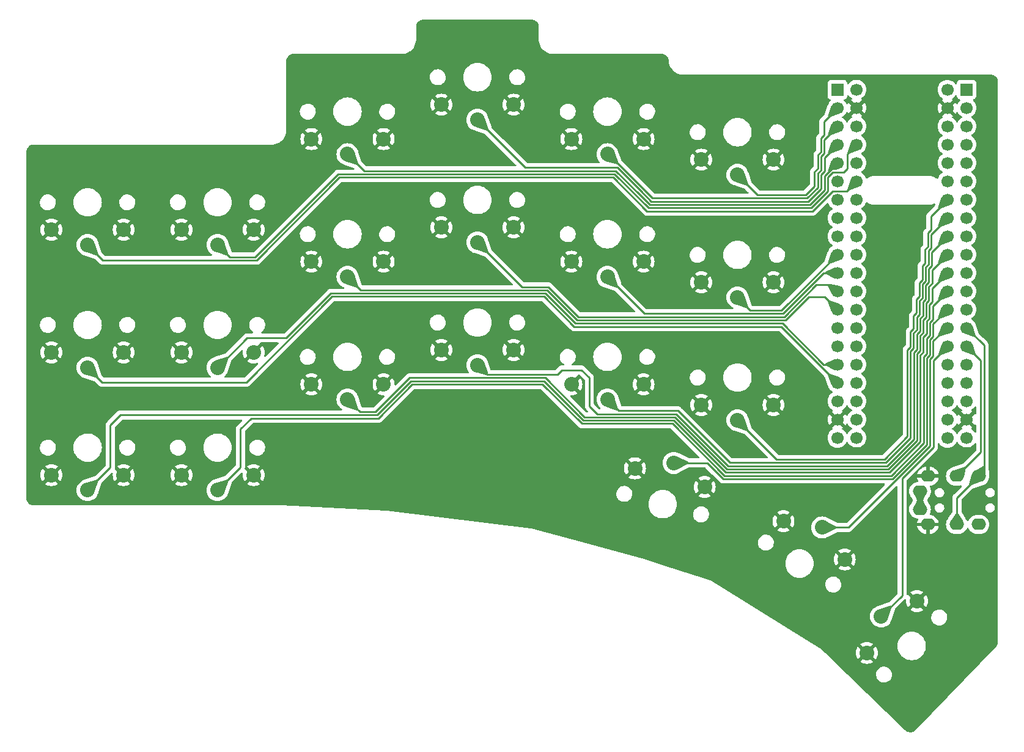
<source format=gtl>
%TF.GenerationSoftware,KiCad,Pcbnew,7.0.5*%
%TF.CreationDate,2023-06-08T16:22:02-03:00*%
%TF.ProjectId,2kalypcb_microcontroller_trrs,326b616c-7970-4636-925f-6d6963726f63,v1.0.0*%
%TF.SameCoordinates,Original*%
%TF.FileFunction,Copper,L1,Top*%
%TF.FilePolarity,Positive*%
%FSLAX46Y46*%
G04 Gerber Fmt 4.6, Leading zero omitted, Abs format (unit mm)*
G04 Created by KiCad (PCBNEW 7.0.5) date 2023-06-08 16:22:02*
%MOMM*%
%LPD*%
G01*
G04 APERTURE LIST*
%TA.AperFunction,ComponentPad*%
%ADD10C,2.032000*%
%TD*%
%TA.AperFunction,ComponentPad*%
%ADD11R,1.700000X1.700000*%
%TD*%
%TA.AperFunction,ComponentPad*%
%ADD12C,1.700000*%
%TD*%
%TA.AperFunction,ComponentPad*%
%ADD13O,2.000000X1.600000*%
%TD*%
%TA.AperFunction,Conductor*%
%ADD14C,0.250000*%
%TD*%
%TA.AperFunction,Conductor*%
%ADD15C,0.500000*%
%TD*%
G04 APERTURE END LIST*
D10*
%TO.P,S8,1*%
%TO.N,GND*%
X63000000Y-47300000D03*
X53000000Y-47300000D03*
%TO.P,S8,2*%
%TO.N,matrix_ring_home*%
X58000000Y-49400000D03*
X58000000Y-49400000D03*
%TD*%
%TO.P,S20,1*%
%TO.N,GND*%
X118376180Y-83268701D03*
X126856661Y-88567894D03*
%TO.P,S20,2*%
%TO.N,thumb_middy*%
X123729251Y-84137396D03*
X123729251Y-84137396D03*
%TD*%
%TO.P,S10,1*%
%TO.N,GND*%
X81000000Y-59540000D03*
X71000000Y-59540000D03*
%TO.P,S10,2*%
%TO.N,matrix_middle_bottom*%
X76000000Y-61640000D03*
X76000000Y-61640000D03*
%TD*%
%TO.P,S13,1*%
%TO.N,GND*%
X99000000Y-64300000D03*
X89000000Y-64300000D03*
%TO.P,S13,2*%
%TO.N,matrix_index_bottom*%
X94000000Y-66400000D03*
X94000000Y-66400000D03*
%TD*%
%TO.P,S4,1*%
%TO.N,GND*%
X45000000Y-76870000D03*
X35000000Y-76870000D03*
%TO.P,S4,2*%
%TO.N,matrix_pinky_bottom*%
X40000000Y-78970000D03*
X40000000Y-78970000D03*
%TD*%
D11*
%TO.P,,1,PB12*%
%TO.N,N/C*%
X125840000Y-23460000D03*
X143740000Y-23440000D03*
D12*
%TO.P,,2,PB13*%
%TO.N,matrix_inner_top*%
X125840000Y-26000000D03*
X143740000Y-25980000D03*
%TO.P,,3,PB14*%
%TO.N,matrix_index_top*%
X125840000Y-28540000D03*
X143740000Y-28520000D03*
%TO.P,,4,PB15*%
%TO.N,matrix_middle_top*%
X125840000Y-31080000D03*
X143740000Y-31060000D03*
%TO.P,,5,PA8*%
%TO.N,matrix_ring_top*%
X125840000Y-33620000D03*
X143740000Y-33600000D03*
%TO.P,,6,PA9*%
%TO.N,N/C*%
X125840000Y-36160000D03*
X143740000Y-36140000D03*
%TO.P,,7,PA10*%
X125840000Y-38700000D03*
X143740000Y-38680000D03*
%TO.P,,8,PA11*%
X125840000Y-41240000D03*
X143740000Y-41220000D03*
%TO.P,,9,PA12*%
X125840000Y-43780000D03*
X143740000Y-43760000D03*
%TO.P,,10,PA15*%
%TO.N,matrix_inner_home*%
X125840000Y-46320000D03*
X143740000Y-46300000D03*
%TO.P,,11,PB3*%
%TO.N,matrix_index_home*%
X125840000Y-48860000D03*
X143740000Y-48840000D03*
%TO.P,,12,PB4*%
%TO.N,matrix_middle_home*%
X125840000Y-51400000D03*
X143740000Y-51380000D03*
%TO.P,,13,PB5*%
%TO.N,matrix_ring_home*%
X125840000Y-53940000D03*
X143740000Y-53920000D03*
%TO.P,,14,PB6*%
%TO.N,TX*%
X125840000Y-56480000D03*
X143740000Y-56460000D03*
%TO.P,,15,PB7*%
%TO.N,RX*%
X125840000Y-59020000D03*
X143740000Y-59000000D03*
%TO.P,,16,PB8*%
%TO.N,matrix_pinky_home*%
X125840000Y-61560000D03*
X143740000Y-61540000D03*
%TO.P,,17,PB9*%
%TO.N,matrix_outer_home*%
X125840000Y-64100000D03*
X143740000Y-64080000D03*
%TO.P,,18,5V*%
%TO.N,N/C*%
X125840000Y-66640000D03*
X143740000Y-66620000D03*
%TO.P,,19,GND*%
%TO.N,GND*%
X125840000Y-69180000D03*
X143740000Y-69160000D03*
%TO.P,,20,3V3*%
%TO.N,+3V3*%
X125840000Y-71720000D03*
X143740000Y-71700000D03*
%TO.P,,21,VBat*%
%TO.N,N/C*%
X128500000Y-71700000D03*
X141080000Y-71720000D03*
%TO.P,,22,PC13*%
X128500000Y-69160000D03*
X141080000Y-69180000D03*
%TO.P,,23,PC14*%
X128500000Y-66620000D03*
X141080000Y-66640000D03*
%TO.P,,24,PC15*%
X128500000Y-64080000D03*
X141080000Y-64100000D03*
%TO.P,,25,RES*%
X128500000Y-61540000D03*
X141080000Y-61560000D03*
%TO.P,,26,PA0*%
%TO.N,thumb_reachy*%
X128500000Y-59000000D03*
X141080000Y-59020000D03*
%TO.P,,27,PA1*%
%TO.N,thumb_middy*%
X128500000Y-56460000D03*
X141080000Y-56480000D03*
%TO.P,,28,PA2*%
%TO.N,thumb_inny*%
X128500000Y-53920000D03*
X141080000Y-53940000D03*
%TO.P,,29,PA3*%
%TO.N,matrix_pinky_bottom*%
X128500000Y-51380000D03*
X141080000Y-51400000D03*
%TO.P,,30,PA4*%
%TO.N,matrix_outer_bottom*%
X128500000Y-48840000D03*
X141080000Y-48860000D03*
%TO.P,,31,PA5*%
%TO.N,matrix_ring_bottom*%
X128500000Y-46300000D03*
X141080000Y-46320000D03*
%TO.P,,32,PA6*%
%TO.N,matrix_middle_bottom*%
X128500000Y-43760000D03*
X141080000Y-43780000D03*
%TO.P,,33,PA7*%
%TO.N,matrix_index_bottom*%
X128500000Y-41220000D03*
X141080000Y-41240000D03*
%TO.P,,34,PB0*%
%TO.N,matrix_inner_bottom*%
X128500000Y-38680000D03*
X141080000Y-38700000D03*
%TO.P,,35,PB1*%
%TO.N,matrix_outer_top*%
X128500000Y-36140000D03*
X141080000Y-36160000D03*
%TO.P,,36,PB2*%
%TO.N,N/C*%
X128500000Y-33600000D03*
X141080000Y-33620000D03*
%TO.P,,37,PB10*%
%TO.N,matrix_pinky_top*%
X128500000Y-31060000D03*
X141080000Y-31080000D03*
%TO.P,,38,3V3*%
%TO.N,N/C*%
X128500000Y-28520000D03*
X141080000Y-28540000D03*
%TO.P,,39,GND*%
%TO.N,GND*%
X128500000Y-25980000D03*
X141080000Y-26000000D03*
%TO.P,,40,5V*%
%TO.N,N/C*%
X128500000Y-23440000D03*
X141080000Y-23460000D03*
%TD*%
D10*
%TO.P,S21,1*%
%TO.N,GND*%
X129920429Y-101521287D03*
X136867013Y-94327889D03*
%TO.P,S21,2*%
%TO.N,thumb_reachy*%
X131883107Y-96465806D03*
X131883107Y-96465806D03*
%TD*%
%TO.P,S5,1*%
%TO.N,GND*%
X45000000Y-59870000D03*
X35000000Y-59870000D03*
%TO.P,S5,2*%
%TO.N,matrix_pinky_home*%
X40000000Y-61970000D03*
X40000000Y-61970000D03*
%TD*%
%TO.P,S19,1*%
%TO.N,GND*%
X97803883Y-75935387D03*
X107463142Y-78523577D03*
%TO.P,S19,2*%
%TO.N,thumb_inny*%
X103177032Y-75201038D03*
X103177032Y-75201038D03*
%TD*%
%TO.P,S15,1*%
%TO.N,GND*%
X99000000Y-30300000D03*
X89000000Y-30300000D03*
%TO.P,S15,2*%
%TO.N,matrix_index_top*%
X94000000Y-32400000D03*
X94000000Y-32400000D03*
%TD*%
%TO.P,S1,1*%
%TO.N,GND*%
X27000000Y-76870000D03*
X17000000Y-76870000D03*
%TO.P,S1,2*%
%TO.N,matrix_outer_bottom*%
X22000000Y-78970000D03*
X22000000Y-78970000D03*
%TD*%
%TO.P,S18,1*%
%TO.N,GND*%
X117000000Y-33160000D03*
X107000000Y-33160000D03*
%TO.P,S18,2*%
%TO.N,matrix_inner_top*%
X112000000Y-35260000D03*
X112000000Y-35260000D03*
%TD*%
D13*
%TO.P,J1,1,SLEEVE*%
%TO.N,+3V3*%
X137290000Y-79120000D03*
X137290000Y-81620000D03*
%TO.P,J1,2,TIP*%
%TO.N,GND*%
X138390000Y-77020000D03*
X138390000Y-83720000D03*
%TO.P,J1,3,RING1*%
%TO.N,RX*%
X142390000Y-77020000D03*
X145390000Y-83720000D03*
%TO.P,J1,4,RING2*%
%TO.N,TX*%
X145390000Y-77020000D03*
X142390000Y-83720000D03*
%TD*%
D10*
%TO.P,S11,1*%
%TO.N,GND*%
X81000000Y-42540000D03*
X71000000Y-42540000D03*
%TO.P,S11,2*%
%TO.N,matrix_middle_home*%
X76000000Y-44640000D03*
X76000000Y-44640000D03*
%TD*%
%TO.P,S9,1*%
%TO.N,GND*%
X63000000Y-30300000D03*
X53000000Y-30300000D03*
%TO.P,S9,2*%
%TO.N,matrix_ring_top*%
X58000000Y-32400000D03*
X58000000Y-32400000D03*
%TD*%
%TO.P,S6,1*%
%TO.N,GND*%
X45000000Y-42870000D03*
X35000000Y-42870000D03*
%TO.P,S6,2*%
%TO.N,matrix_pinky_top*%
X40000000Y-44970000D03*
X40000000Y-44970000D03*
%TD*%
%TO.P,S14,1*%
%TO.N,GND*%
X99000000Y-47300000D03*
X89000000Y-47300000D03*
%TO.P,S14,2*%
%TO.N,matrix_index_home*%
X94000000Y-49400000D03*
X94000000Y-49400000D03*
%TD*%
%TO.P,S12,1*%
%TO.N,GND*%
X81000000Y-25540000D03*
X71000000Y-25540000D03*
%TO.P,S12,2*%
%TO.N,matrix_middle_top*%
X76000000Y-27640000D03*
X76000000Y-27640000D03*
%TD*%
%TO.P,S16,1*%
%TO.N,GND*%
X117000000Y-67160000D03*
X107000000Y-67160000D03*
%TO.P,S16,2*%
%TO.N,matrix_inner_bottom*%
X112000000Y-69260000D03*
X112000000Y-69260000D03*
%TD*%
%TO.P,S3,1*%
%TO.N,GND*%
X27000000Y-42870000D03*
X17000000Y-42870000D03*
%TO.P,S3,2*%
%TO.N,matrix_outer_top*%
X22000000Y-44970000D03*
X22000000Y-44970000D03*
%TD*%
%TO.P,S2,1*%
%TO.N,GND*%
X27000000Y-59870000D03*
X17000000Y-59870000D03*
%TO.P,S2,2*%
%TO.N,matrix_outer_home*%
X22000000Y-61970000D03*
X22000000Y-61970000D03*
%TD*%
%TO.P,S17,1*%
%TO.N,GND*%
X117000000Y-50160000D03*
X107000000Y-50160000D03*
%TO.P,S17,2*%
%TO.N,matrix_inner_home*%
X112000000Y-52260000D03*
X112000000Y-52260000D03*
%TD*%
%TO.P,S7,1*%
%TO.N,GND*%
X63000000Y-64300000D03*
X53000000Y-64300000D03*
%TO.P,S7,2*%
%TO.N,matrix_ring_bottom*%
X58000000Y-66400000D03*
X58000000Y-66400000D03*
%TD*%
D14*
%TO.N,matrix_outer_bottom*%
X133089772Y-76500000D02*
X110372792Y-76500000D01*
X66786396Y-63850000D02*
X62086396Y-68550000D01*
X25134500Y-75835500D02*
X22000000Y-78970000D01*
X110372792Y-76500000D02*
X103172792Y-69300000D01*
X137325000Y-72264772D02*
X133089772Y-76500000D01*
X138200000Y-55547208D02*
X138200000Y-57290812D01*
X103172792Y-69300000D02*
X90636396Y-69300000D01*
X25134500Y-69965500D02*
X25134500Y-75835500D01*
X138971802Y-50968198D02*
X138971802Y-52871802D01*
X62086396Y-68550000D02*
X26550000Y-68550000D01*
X138591802Y-55155406D02*
X138200000Y-55547208D01*
X85186396Y-63850000D02*
X66786396Y-63850000D01*
X90636396Y-69300000D02*
X85186396Y-63850000D01*
X138971802Y-52871802D02*
X138591802Y-53251802D01*
X138200000Y-57290812D02*
X137744885Y-57745927D01*
X138591802Y-53251802D02*
X138591802Y-55155406D01*
X137744885Y-59844885D02*
X137325000Y-60264770D01*
X137325000Y-60264770D02*
X137325000Y-72264772D01*
X26550000Y-68550000D02*
X25134500Y-69965500D01*
X137744885Y-57745927D02*
X137744885Y-59844885D01*
X141080000Y-48860000D02*
X138971802Y-50968198D01*
%TO.N,matrix_outer_home*%
X55865000Y-52135000D02*
X58000000Y-52135000D01*
X24030000Y-64000000D02*
X44000000Y-64000000D01*
X58000000Y-52135000D02*
X69100000Y-52135000D01*
X22000000Y-61970000D02*
X24030000Y-64000000D01*
X69100000Y-52135000D02*
X85235000Y-52135000D01*
X85235000Y-52135000D02*
X89400000Y-56300000D01*
X118040000Y-56300000D02*
X125840000Y-64100000D01*
X44000000Y-64000000D02*
X55865000Y-52135000D01*
X89400000Y-56300000D02*
X118040000Y-56300000D01*
%TO.N,matrix_outer_top*%
X122388298Y-40300000D02*
X125194149Y-37494149D01*
X22000000Y-44970000D02*
X24130000Y-47100000D01*
X94793960Y-35605000D02*
X99488960Y-40300000D01*
X56895000Y-35605000D02*
X94793960Y-35605000D01*
X24130000Y-47100000D02*
X45400000Y-47100000D01*
X125200000Y-37500000D02*
X127140000Y-37500000D01*
X125194149Y-37494149D02*
X125200000Y-37500000D01*
X99488960Y-40300000D02*
X122388298Y-40300000D01*
X127140000Y-37500000D02*
X128500000Y-36140000D01*
X45400000Y-47100000D02*
X56895000Y-35605000D01*
%TO.N,matrix_pinky_bottom*%
X85000000Y-64300000D02*
X90450000Y-69750000D01*
X138650000Y-55733604D02*
X139041802Y-55341802D01*
X44670000Y-69000000D02*
X62272792Y-69000000D01*
X138200000Y-57927208D02*
X138650000Y-57477208D01*
X133276168Y-76950000D02*
X137775000Y-72451168D01*
X43160000Y-75810000D02*
X43160000Y-70510000D01*
X137775000Y-72451168D02*
X137775000Y-60451166D01*
X40000000Y-78970000D02*
X43160000Y-75810000D01*
X138650000Y-57477208D02*
X138650000Y-55733604D01*
X90450000Y-69750000D02*
X102986396Y-69750000D01*
X110186396Y-76950000D02*
X133276168Y-76950000D01*
X138200000Y-60026166D02*
X138200000Y-57927208D01*
X102986396Y-69750000D02*
X110186396Y-76950000D01*
X43160000Y-70510000D02*
X44670000Y-69000000D01*
X137775000Y-60451166D02*
X138200000Y-60026166D01*
X62272792Y-69000000D02*
X66972792Y-64300000D01*
X139041802Y-53438198D02*
X141080000Y-51400000D01*
X139041802Y-55341802D02*
X139041802Y-53438198D01*
X66972792Y-64300000D02*
X85000000Y-64300000D01*
%TO.N,matrix_pinky_home*%
X47500000Y-57850000D02*
X49513604Y-57850000D01*
X49513604Y-57850000D02*
X55678604Y-51685000D01*
X89586396Y-55850000D02*
X118226396Y-55850000D01*
X55678604Y-51685000D02*
X85421396Y-51685000D01*
X123936396Y-61560000D02*
X125840000Y-61560000D01*
X118226396Y-55850000D02*
X123936396Y-61560000D01*
X85421396Y-51685000D02*
X89586396Y-55850000D01*
X40000000Y-61970000D02*
X44120000Y-57850000D01*
X44120000Y-57850000D02*
X47500000Y-57850000D01*
%TO.N,matrix_pinky_top*%
X125200000Y-34900000D02*
X126700000Y-34900000D01*
X41680000Y-46650000D02*
X45213604Y-46650000D01*
X40000000Y-44970000D02*
X41680000Y-46650000D01*
X124500000Y-35600000D02*
X125200000Y-34900000D01*
X122201902Y-39850000D02*
X124500000Y-37551902D01*
X126700000Y-34900000D02*
X127200000Y-34400000D01*
X45213604Y-46650000D02*
X56708604Y-35155000D01*
X56708604Y-35155000D02*
X94980356Y-35155000D01*
X127200000Y-34400000D02*
X127200000Y-32360000D01*
X99675356Y-39850000D02*
X122201902Y-39850000D01*
X94980356Y-35155000D02*
X99675356Y-39850000D01*
X124500000Y-37551902D02*
X124500000Y-35600000D01*
X127200000Y-32360000D02*
X128500000Y-31060000D01*
%TO.N,matrix_ring_bottom*%
X136875000Y-60078374D02*
X137294885Y-59658489D01*
X137294885Y-57559531D02*
X137750000Y-57104416D01*
X110559188Y-76050000D02*
X132903376Y-76050000D01*
X103359188Y-68850000D02*
X110559188Y-76050000D01*
X90822792Y-68850000D02*
X103359188Y-68850000D01*
X138951802Y-50351802D02*
X138951802Y-48448198D01*
X58000000Y-66400000D02*
X59700000Y-68100000D01*
X59700000Y-68100000D02*
X61900000Y-68100000D01*
X137750000Y-57104416D02*
X137750000Y-55360812D01*
X61900000Y-68100000D02*
X66600000Y-63400000D01*
X66600000Y-63400000D02*
X85372792Y-63400000D01*
X138141802Y-53065406D02*
X138521802Y-52685406D01*
X138521802Y-50781802D02*
X138951802Y-50351802D01*
X138521802Y-52685406D02*
X138521802Y-50781802D01*
X85372792Y-63400000D02*
X90822792Y-68850000D01*
X138141802Y-54969010D02*
X138141802Y-53065406D01*
X132903376Y-76050000D02*
X136875000Y-72078376D01*
X137294885Y-59658489D02*
X137294885Y-57559531D01*
X136875000Y-72078376D02*
X136875000Y-60078374D01*
X138951802Y-48448198D02*
X141080000Y-46320000D01*
X137750000Y-55360812D02*
X138141802Y-54969010D01*
%TO.N,matrix_ring_home*%
X59835000Y-51235000D02*
X85607792Y-51235000D01*
X58000000Y-49400000D02*
X59835000Y-51235000D01*
X124084594Y-52184594D02*
X125840000Y-53940000D01*
X121884594Y-52184594D02*
X124084594Y-52184594D01*
X85607792Y-51235000D02*
X89772792Y-55400000D01*
X89772792Y-55400000D02*
X118669188Y-55400000D01*
X118669188Y-55400000D02*
X121884594Y-52184594D01*
%TO.N,matrix_ring_top*%
X60305000Y-34705000D02*
X95166752Y-34705000D01*
X98472792Y-38000000D02*
X99872792Y-39400000D01*
X58000000Y-32400000D02*
X60305000Y-34705000D01*
X124050000Y-35410000D02*
X125840000Y-33620000D01*
X122015506Y-39400000D02*
X124050000Y-37365506D01*
X99872792Y-39400000D02*
X122015506Y-39400000D01*
X98461752Y-38000000D02*
X98472792Y-38000000D01*
X95166752Y-34705000D02*
X98461752Y-38000000D01*
X124050000Y-37365506D02*
X124050000Y-35410000D01*
%TO.N,matrix_middle_bottom*%
X138900000Y-45960000D02*
X141080000Y-43780000D01*
X77310000Y-62950000D02*
X87050000Y-62950000D01*
X138900000Y-47863604D02*
X138900000Y-45960000D01*
X138501802Y-50165406D02*
X138501802Y-48261802D01*
X87700000Y-62300000D02*
X90400000Y-62300000D01*
X137687208Y-52883604D02*
X138071802Y-52499010D01*
X92600000Y-68400000D02*
X103545584Y-68400000D01*
X76000000Y-61640000D02*
X77310000Y-62950000D01*
X91500000Y-63400000D02*
X91500000Y-67300000D01*
X137687208Y-54787208D02*
X137687208Y-52883604D01*
X136425000Y-59891978D02*
X136844885Y-59472093D01*
X138071802Y-50595406D02*
X138501802Y-50165406D01*
X137300000Y-56918020D02*
X137300000Y-55174416D01*
X90400000Y-62300000D02*
X91500000Y-63400000D01*
X136844885Y-57373135D02*
X137300000Y-56918020D01*
X91500000Y-67300000D02*
X92600000Y-68400000D01*
X136844885Y-59472093D02*
X136844885Y-57373135D01*
X103545584Y-68400000D02*
X110745584Y-75600000D01*
X132716980Y-75600000D02*
X136425000Y-71891980D01*
X138071802Y-52499010D02*
X138071802Y-50595406D01*
X137300000Y-55174416D02*
X137687208Y-54787208D01*
X87050000Y-62950000D02*
X87700000Y-62300000D01*
X138501802Y-48261802D02*
X138900000Y-47863604D01*
X136425000Y-71891980D02*
X136425000Y-59891978D01*
X110745584Y-75600000D02*
X132716980Y-75600000D01*
%TO.N,matrix_middle_home*%
X76000000Y-44640000D02*
X82145000Y-50785000D01*
X89959188Y-54950000D02*
X118482792Y-54950000D01*
X82145000Y-50785000D02*
X85794188Y-50785000D01*
X118482792Y-54950000D02*
X122916396Y-50516396D01*
X85794188Y-50785000D02*
X89959188Y-54950000D01*
X124956396Y-50516396D02*
X125840000Y-51400000D01*
X122916396Y-50516396D02*
X124956396Y-50516396D01*
%TO.N,matrix_middle_top*%
X121829110Y-38950000D02*
X123589555Y-37189555D01*
X82615000Y-34255000D02*
X95353148Y-34255000D01*
X76000000Y-27640000D02*
X82615000Y-34255000D01*
X124061802Y-32858198D02*
X125840000Y-31080000D01*
X95353148Y-34255000D02*
X98648148Y-37550000D01*
X124061802Y-34761802D02*
X124061802Y-32858198D01*
X123589555Y-37189555D02*
X123589555Y-35234049D01*
X98659188Y-37550000D02*
X100059188Y-38950000D01*
X123589555Y-35234049D02*
X124061802Y-34761802D01*
X98648148Y-37550000D02*
X98659188Y-37550000D01*
X100059188Y-38950000D02*
X121829110Y-38950000D01*
%TO.N,matrix_index_bottom*%
X138051802Y-49979010D02*
X137621802Y-50409010D01*
X138811802Y-45411802D02*
X138450000Y-45773604D01*
X136394885Y-59285697D02*
X135975000Y-59705582D01*
X138811802Y-43508198D02*
X138811802Y-45411802D01*
X137237208Y-54600812D02*
X136850000Y-54988020D01*
X132530584Y-75150000D02*
X110931980Y-75150000D01*
X135975000Y-71705584D02*
X132530584Y-75150000D01*
X137621802Y-52312614D02*
X137237208Y-52697208D01*
X135975000Y-59705582D02*
X135975000Y-71705584D01*
X141080000Y-41240000D02*
X138811802Y-43508198D01*
X138450000Y-47677208D02*
X138051802Y-48075406D01*
X136850000Y-56731624D02*
X136394885Y-57186739D01*
X95550000Y-67950000D02*
X94000000Y-66400000D01*
X136394885Y-57186739D02*
X136394885Y-59285697D01*
X136850000Y-54988020D02*
X136850000Y-56731624D01*
X138051802Y-48075406D02*
X138051802Y-49979010D01*
X137621802Y-50409010D02*
X137621802Y-52312614D01*
X137237208Y-52697208D02*
X137237208Y-54600812D01*
X138450000Y-45773604D02*
X138450000Y-47677208D01*
X110931980Y-75150000D02*
X103731980Y-67950000D01*
X103731980Y-67950000D02*
X95550000Y-67950000D01*
%TO.N,matrix_index_home*%
X94000000Y-49400000D02*
X99100000Y-54500000D01*
X99100000Y-54500000D02*
X118296396Y-54500000D01*
X118296396Y-54500000D02*
X123936396Y-48860000D01*
X123936396Y-48860000D02*
X125840000Y-48860000D01*
%TO.N,matrix_index_top*%
X100245584Y-38500000D02*
X121642714Y-38500000D01*
X123991802Y-32291802D02*
X123991802Y-30388198D01*
X123139555Y-37003159D02*
X123139555Y-35047653D01*
X94134544Y-32400000D02*
X98717272Y-36982728D01*
X98717272Y-36982728D02*
X98728312Y-36982728D01*
X123611802Y-32671802D02*
X123991802Y-32291802D01*
X98728312Y-36982728D02*
X100245584Y-38500000D01*
X121642714Y-38500000D02*
X123139555Y-37003159D01*
X123139555Y-35047653D02*
X123611802Y-34575406D01*
X123611802Y-34575406D02*
X123611802Y-32671802D01*
X123991802Y-30388198D02*
X125840000Y-28540000D01*
X94000000Y-32400000D02*
X94134544Y-32400000D01*
%TO.N,matrix_inner_bottom*%
X136787208Y-54414416D02*
X136787208Y-52510812D01*
X132344188Y-74700000D02*
X135525000Y-71519188D01*
X135525000Y-59519186D02*
X135944885Y-59099301D01*
X135944885Y-59099301D02*
X135944885Y-57000343D01*
X136400000Y-56545228D02*
X136400000Y-54801624D01*
X135944885Y-57000343D02*
X136400000Y-56545228D01*
X137171802Y-52126218D02*
X137171802Y-50222614D01*
X136787208Y-52510812D02*
X137171802Y-52126218D01*
X138791802Y-40988198D02*
X141080000Y-38700000D01*
X138000000Y-45587208D02*
X138361802Y-45225406D01*
X112000000Y-69260000D02*
X117440000Y-74700000D01*
X117440000Y-74700000D02*
X132344188Y-74700000D01*
X137601802Y-49792614D02*
X137601802Y-47889010D01*
X138000000Y-47490812D02*
X138000000Y-45587208D01*
X138361802Y-43321802D02*
X138791802Y-42891802D01*
X138361802Y-45225406D02*
X138361802Y-43321802D01*
X138791802Y-42891802D02*
X138791802Y-40988198D01*
X135525000Y-71519188D02*
X135525000Y-59519186D01*
X137171802Y-50222614D02*
X137601802Y-49792614D01*
X136400000Y-54801624D02*
X136787208Y-54414416D01*
X137601802Y-47889010D02*
X138000000Y-47490812D01*
%TO.N,matrix_inner_home*%
X113790000Y-54050000D02*
X118110000Y-54050000D01*
X112000000Y-52260000D02*
X113790000Y-54050000D01*
X118110000Y-54050000D02*
X125840000Y-46320000D01*
%TO.N,matrix_inner_top*%
X123971802Y-29771802D02*
X123971802Y-27868198D01*
X122689555Y-34861257D02*
X123161802Y-34389010D01*
X123541802Y-32105406D02*
X123541802Y-30201802D01*
X123541802Y-30201802D02*
X123971802Y-29771802D01*
X123161802Y-32485406D02*
X123541802Y-32105406D01*
X122689555Y-36816763D02*
X122689555Y-34861257D01*
X121456318Y-38050000D02*
X122689555Y-36816763D01*
X114790000Y-38050000D02*
X121456318Y-38050000D01*
X112000000Y-35260000D02*
X114790000Y-38050000D01*
X123971802Y-27868198D02*
X125840000Y-26000000D01*
X123161802Y-34389010D02*
X123161802Y-32485406D01*
%TO.N,thumb_inny*%
X138225000Y-72637564D02*
X138225000Y-60637562D01*
X139100000Y-55920000D02*
X141080000Y-53940000D01*
X139100000Y-57663604D02*
X139100000Y-55920000D01*
X133462564Y-77400000D02*
X138225000Y-72637564D01*
X138650000Y-58113604D02*
X139100000Y-57663604D01*
X110000000Y-77400000D02*
X133462564Y-77400000D01*
X107801038Y-75201038D02*
X110000000Y-77400000D01*
X138225000Y-60637562D02*
X138650000Y-60212562D01*
X103177032Y-75201038D02*
X107801038Y-75201038D01*
X138650000Y-60212562D02*
X138650000Y-58113604D01*
%TO.N,thumb_middy*%
X140920000Y-56480000D02*
X141080000Y-56480000D01*
X138675000Y-72823960D02*
X138675000Y-60823958D01*
X127361564Y-84137396D02*
X138675000Y-72823960D01*
X123729251Y-84137396D02*
X127361564Y-84137396D01*
X138675000Y-60823958D02*
X139100000Y-60398958D01*
X139100000Y-58300000D02*
X140920000Y-56480000D01*
X139100000Y-60398958D02*
X139100000Y-58300000D01*
%TO.N,thumb_reachy*%
X134800000Y-77335356D02*
X139125000Y-73010356D01*
X131883107Y-96465806D02*
X134800000Y-93548913D01*
X134800000Y-93548913D02*
X134800000Y-77335356D01*
X139125000Y-73010356D02*
X139125000Y-61010354D01*
X139125000Y-61010354D02*
X141080000Y-59055354D01*
X141080000Y-59055354D02*
X141080000Y-59020000D01*
%TO.N,RX*%
X145700000Y-60960000D02*
X143740000Y-59000000D01*
X145700000Y-73710000D02*
X145700000Y-60960000D01*
X142390000Y-77020000D02*
X145700000Y-73710000D01*
%TO.N,TX*%
X146150000Y-58870000D02*
X145640000Y-58360000D01*
X142390000Y-83720000D02*
X142390000Y-80020000D01*
X145390000Y-77020000D02*
X146150000Y-76260000D01*
X146150000Y-76260000D02*
X146150000Y-58870000D01*
X145640000Y-58360000D02*
X143740000Y-56460000D01*
X142390000Y-80020000D02*
X145390000Y-77020000D01*
D15*
%TO.N,+3V3*%
X137290000Y-81620000D02*
X137290000Y-79120000D01*
%TD*%
%TA.AperFunction,Conductor*%
%TO.N,GND*%
G36*
X126954925Y-69941373D02*
G01*
X126954926Y-69941373D01*
X127013598Y-69857582D01*
X127013602Y-69857574D01*
X127062005Y-69753774D01*
X127108177Y-69701334D01*
X127175370Y-69682182D01*
X127242251Y-69702397D01*
X127286767Y-69753771D01*
X127324938Y-69835627D01*
X127325965Y-69837830D01*
X127325967Y-69837834D01*
X127419125Y-69970876D01*
X127452990Y-70019241D01*
X127461501Y-70031395D01*
X127461506Y-70031402D01*
X127628597Y-70198493D01*
X127628603Y-70198498D01*
X127814158Y-70328425D01*
X127857783Y-70383002D01*
X127864977Y-70452500D01*
X127833454Y-70514855D01*
X127814158Y-70531575D01*
X127628597Y-70661505D01*
X127461505Y-70828597D01*
X127325966Y-71022168D01*
X127277718Y-71125635D01*
X127231545Y-71178074D01*
X127164351Y-71197225D01*
X127097470Y-71177009D01*
X127052954Y-71125633D01*
X127014037Y-71042175D01*
X127014034Y-71042169D01*
X126878494Y-70848597D01*
X126711402Y-70681506D01*
X126711401Y-70681505D01*
X126525842Y-70551575D01*
X126525405Y-70551269D01*
X126481781Y-70496692D01*
X126474588Y-70427193D01*
X126506110Y-70364839D01*
X126525405Y-70348119D01*
X126601373Y-70294925D01*
X125972533Y-69666086D01*
X125982315Y-69664680D01*
X126113100Y-69604952D01*
X126221761Y-69510798D01*
X126299493Y-69389844D01*
X126323076Y-69309524D01*
X126954925Y-69941373D01*
G37*
%TD.AperFunction*%
%TA.AperFunction,Conductor*%
G36*
X143280507Y-69369844D02*
G01*
X143358239Y-69490798D01*
X143466900Y-69584952D01*
X143597685Y-69644680D01*
X143607466Y-69646086D01*
X142978625Y-70274925D01*
X143054594Y-70328119D01*
X143098219Y-70382696D01*
X143105413Y-70452194D01*
X143073890Y-70514549D01*
X143054595Y-70531269D01*
X142868594Y-70661508D01*
X142701505Y-70828597D01*
X142565966Y-71022168D01*
X142517718Y-71125635D01*
X142471545Y-71178074D01*
X142404351Y-71197225D01*
X142337470Y-71177009D01*
X142292954Y-71125633D01*
X142254037Y-71042175D01*
X142254034Y-71042169D01*
X142118494Y-70848597D01*
X141951402Y-70681506D01*
X141951401Y-70681505D01*
X141765842Y-70551575D01*
X141765841Y-70551574D01*
X141722216Y-70496997D01*
X141715024Y-70427498D01*
X141746546Y-70365144D01*
X141765836Y-70348428D01*
X141951401Y-70218495D01*
X142118495Y-70051401D01*
X142254035Y-69857830D01*
X142302557Y-69753773D01*
X142348729Y-69701334D01*
X142415922Y-69682182D01*
X142482804Y-69702398D01*
X142527321Y-69753773D01*
X142566400Y-69837579D01*
X142566402Y-69837583D01*
X142625072Y-69921373D01*
X142625073Y-69921373D01*
X143256923Y-69289523D01*
X143280507Y-69369844D01*
G37*
%TD.AperFunction*%
%TA.AperFunction,Conductor*%
G36*
X144854925Y-69921373D02*
G01*
X144860225Y-69920909D01*
X144903502Y-69886318D01*
X144973000Y-69879124D01*
X145035355Y-69910647D01*
X145070769Y-69970876D01*
X145074500Y-70001066D01*
X145074500Y-70858060D01*
X145054815Y-70925099D01*
X145002011Y-70970854D01*
X144932853Y-70980798D01*
X144869297Y-70951773D01*
X144848925Y-70929183D01*
X144778494Y-70828597D01*
X144611402Y-70661506D01*
X144611401Y-70661505D01*
X144425405Y-70531269D01*
X144381781Y-70476692D01*
X144374588Y-70407193D01*
X144406110Y-70344839D01*
X144425405Y-70328119D01*
X144501373Y-70274925D01*
X143872533Y-69646086D01*
X143882315Y-69644680D01*
X144013100Y-69584952D01*
X144121761Y-69490798D01*
X144199493Y-69369844D01*
X144223076Y-69289524D01*
X144854925Y-69921373D01*
G37*
%TD.AperFunction*%
%TA.AperFunction,Conductor*%
G36*
X127242528Y-67162990D02*
G01*
X127287043Y-67214363D01*
X127324241Y-67294132D01*
X127325965Y-67297830D01*
X127325967Y-67297834D01*
X127424240Y-67438181D01*
X127461501Y-67491396D01*
X127461506Y-67491402D01*
X127628597Y-67658493D01*
X127628603Y-67658498D01*
X127814158Y-67788425D01*
X127857783Y-67843002D01*
X127864977Y-67912500D01*
X127833454Y-67974855D01*
X127814158Y-67991575D01*
X127628597Y-68121505D01*
X127461505Y-68288597D01*
X127325966Y-68482168D01*
X127277442Y-68586227D01*
X127231269Y-68638666D01*
X127164075Y-68657817D01*
X127097194Y-68637601D01*
X127052678Y-68586226D01*
X127013600Y-68502423D01*
X127013599Y-68502421D01*
X126954925Y-68418626D01*
X126954925Y-68418625D01*
X126323076Y-69050474D01*
X126299493Y-68970156D01*
X126221761Y-68849202D01*
X126113100Y-68755048D01*
X125982315Y-68695320D01*
X125972533Y-68693913D01*
X126601373Y-68065073D01*
X126601373Y-68065072D01*
X126525405Y-68011880D01*
X126481780Y-67957304D01*
X126474586Y-67887805D01*
X126506108Y-67825451D01*
X126525399Y-67808734D01*
X126711401Y-67678495D01*
X126878495Y-67511401D01*
X127014035Y-67317830D01*
X127062281Y-67214365D01*
X127108453Y-67161926D01*
X127175647Y-67142774D01*
X127242528Y-67162990D01*
G37*
%TD.AperFunction*%
%TA.AperFunction,Conductor*%
G36*
X142482528Y-67162990D02*
G01*
X142527043Y-67214363D01*
X142564241Y-67294132D01*
X142565965Y-67297830D01*
X142565967Y-67297834D01*
X142664240Y-67438181D01*
X142701505Y-67491401D01*
X142868599Y-67658495D01*
X143042039Y-67779939D01*
X143054594Y-67788730D01*
X143098218Y-67843307D01*
X143105411Y-67912806D01*
X143073889Y-67975160D01*
X143054593Y-67991880D01*
X142978626Y-68045072D01*
X142978625Y-68045072D01*
X143607466Y-68673913D01*
X143597685Y-68675320D01*
X143466900Y-68735048D01*
X143358239Y-68829202D01*
X143280507Y-68950156D01*
X143256923Y-69030475D01*
X142625073Y-68398625D01*
X142625072Y-68398625D01*
X142566401Y-68482419D01*
X142517995Y-68586226D01*
X142471822Y-68638665D01*
X142404629Y-68657817D01*
X142337748Y-68637601D01*
X142293231Y-68586226D01*
X142254035Y-68502171D01*
X142254034Y-68502169D01*
X142118494Y-68308597D01*
X141951402Y-68141506D01*
X141951396Y-68141501D01*
X141765842Y-68011575D01*
X141722217Y-67956998D01*
X141715023Y-67887500D01*
X141746546Y-67825145D01*
X141765842Y-67808425D01*
X141816278Y-67773109D01*
X141951401Y-67678495D01*
X142118495Y-67511401D01*
X142254035Y-67317830D01*
X142302281Y-67214365D01*
X142348453Y-67161926D01*
X142415647Y-67142774D01*
X142482528Y-67162990D01*
G37*
%TD.AperFunction*%
%TA.AperFunction,Conductor*%
G36*
X145035355Y-67371521D02*
G01*
X145070769Y-67431751D01*
X145074500Y-67461940D01*
X145074500Y-68318932D01*
X145054815Y-68385971D01*
X145002011Y-68431726D01*
X144932853Y-68441670D01*
X144869297Y-68412645D01*
X144856801Y-68398790D01*
X144854925Y-68398625D01*
X144223076Y-69030475D01*
X144199493Y-68950156D01*
X144121761Y-68829202D01*
X144013100Y-68735048D01*
X143882315Y-68675320D01*
X143872533Y-68673913D01*
X144501373Y-68045073D01*
X144501373Y-68045072D01*
X144425405Y-67991880D01*
X144381780Y-67937304D01*
X144374586Y-67867805D01*
X144406108Y-67805451D01*
X144425399Y-67788734D01*
X144611401Y-67658495D01*
X144778495Y-67491401D01*
X144848924Y-67390817D01*
X144903502Y-67347192D01*
X144973000Y-67339998D01*
X145035355Y-67371521D01*
G37*
%TD.AperFunction*%
%TA.AperFunction,Conductor*%
G36*
X90156587Y-62945185D02*
G01*
X90177229Y-62961819D01*
X90838181Y-63622771D01*
X90871666Y-63684094D01*
X90874500Y-63710452D01*
X90874500Y-67217255D01*
X90872775Y-67232872D01*
X90873061Y-67232899D01*
X90872326Y-67240666D01*
X90874469Y-67308846D01*
X90874500Y-67310793D01*
X90874500Y-67339343D01*
X90874501Y-67339360D01*
X90875368Y-67346231D01*
X90875826Y-67352050D01*
X90877290Y-67398624D01*
X90877291Y-67398627D01*
X90882880Y-67417867D01*
X90886824Y-67436911D01*
X90889336Y-67456792D01*
X90906490Y-67500119D01*
X90908382Y-67505647D01*
X90910052Y-67511396D01*
X90921382Y-67550390D01*
X90923487Y-67553950D01*
X90931580Y-67567634D01*
X90940136Y-67585100D01*
X90947514Y-67603732D01*
X90967085Y-67630670D01*
X90974898Y-67641423D01*
X90978106Y-67646307D01*
X91001827Y-67686416D01*
X91001833Y-67686424D01*
X91015990Y-67700580D01*
X91028627Y-67715375D01*
X91040406Y-67731587D01*
X91058534Y-67746584D01*
X91076309Y-67761288D01*
X91080620Y-67765210D01*
X91205410Y-67890000D01*
X91328229Y-68012819D01*
X91361714Y-68074142D01*
X91356730Y-68143834D01*
X91314858Y-68199767D01*
X91249394Y-68224184D01*
X91240548Y-68224500D01*
X91133244Y-68224500D01*
X91066205Y-68204815D01*
X91045563Y-68188181D01*
X88888240Y-66030857D01*
X88854755Y-65969534D01*
X88859739Y-65899842D01*
X88901611Y-65843909D01*
X88967075Y-65819492D01*
X88985652Y-65819558D01*
X89000001Y-65820687D01*
X89237883Y-65801966D01*
X89469925Y-65746257D01*
X89690374Y-65654944D01*
X89883216Y-65536769D01*
X89235976Y-64889529D01*
X89308345Y-64860877D01*
X89438142Y-64766574D01*
X89540410Y-64642954D01*
X89590359Y-64536806D01*
X90236769Y-65183216D01*
X90354944Y-64990374D01*
X90446257Y-64769925D01*
X90501966Y-64537883D01*
X90520687Y-64299999D01*
X90501966Y-64062116D01*
X90446257Y-63830074D01*
X90354943Y-63609621D01*
X90236769Y-63416782D01*
X89590643Y-64062908D01*
X89579132Y-64027481D01*
X89493165Y-63892019D01*
X89376210Y-63782191D01*
X89239443Y-63707002D01*
X89883508Y-63062937D01*
X89894985Y-62995186D01*
X89942045Y-62943542D01*
X90006457Y-62925500D01*
X90089548Y-62925500D01*
X90156587Y-62945185D01*
G37*
%TD.AperFunction*%
%TA.AperFunction,Conductor*%
G36*
X43414917Y-59542186D02*
G01*
X43470850Y-59584058D01*
X43495267Y-59649522D01*
X43495201Y-59668096D01*
X43479312Y-59869999D01*
X43498033Y-60107883D01*
X43553742Y-60339925D01*
X43645056Y-60560378D01*
X43763229Y-60753216D01*
X44409356Y-60107089D01*
X44420868Y-60142519D01*
X44506835Y-60277981D01*
X44623790Y-60387809D01*
X44760555Y-60462996D01*
X44116782Y-61106769D01*
X44116782Y-61106770D01*
X44309621Y-61224943D01*
X44530075Y-61316257D01*
X44530072Y-61316257D01*
X44762116Y-61371966D01*
X45000000Y-61390687D01*
X45237883Y-61371966D01*
X45474655Y-61315122D01*
X45475144Y-61317161D01*
X45536202Y-61315402D01*
X45596044Y-61351467D01*
X45626888Y-61414160D01*
X45618942Y-61483576D01*
X45592391Y-61523017D01*
X43777228Y-63338181D01*
X43715905Y-63371666D01*
X43689547Y-63374500D01*
X41026717Y-63374500D01*
X40959678Y-63354815D01*
X40913923Y-63302011D01*
X40903979Y-63232853D01*
X40933004Y-63169297D01*
X40946181Y-63156213D01*
X41075643Y-63045643D01*
X41230668Y-62864132D01*
X41355389Y-62660605D01*
X41446737Y-62440073D01*
X41465856Y-62360433D01*
X41467382Y-62355134D01*
X41473166Y-62337957D01*
X41949476Y-60923386D01*
X41979309Y-60875280D01*
X43283905Y-59570685D01*
X43345225Y-59537202D01*
X43414917Y-59542186D01*
G37*
%TD.AperFunction*%
%TA.AperFunction,Conductor*%
G36*
X48407586Y-58495185D02*
G01*
X48453341Y-58547989D01*
X48463285Y-58617147D01*
X48434260Y-58680703D01*
X48428228Y-58687181D01*
X46653017Y-60462391D01*
X46591694Y-60495876D01*
X46522002Y-60490892D01*
X46466069Y-60449020D01*
X46441652Y-60383556D01*
X46446365Y-60344953D01*
X46445122Y-60344655D01*
X46501966Y-60107883D01*
X46520687Y-59869999D01*
X46501966Y-59632116D01*
X46446257Y-59400074D01*
X46354943Y-59179621D01*
X46236769Y-58986782D01*
X45590643Y-59632908D01*
X45579132Y-59597481D01*
X45493165Y-59462019D01*
X45376210Y-59352191D01*
X45239443Y-59277002D01*
X45883216Y-58633229D01*
X45880949Y-58614076D01*
X45892617Y-58545187D01*
X45939676Y-58493543D01*
X46004089Y-58475500D01*
X47420981Y-58475500D01*
X48340547Y-58475500D01*
X48407586Y-58495185D01*
G37*
%TD.AperFunction*%
%TA.AperFunction,Conductor*%
G36*
X128040507Y-26189844D02*
G01*
X128118239Y-26310798D01*
X128226900Y-26404952D01*
X128357685Y-26464680D01*
X128367466Y-26466086D01*
X127738625Y-27094925D01*
X127814594Y-27148119D01*
X127858219Y-27202696D01*
X127865413Y-27272194D01*
X127833890Y-27334549D01*
X127814595Y-27351269D01*
X127628594Y-27481508D01*
X127461505Y-27648597D01*
X127325966Y-27842168D01*
X127277718Y-27945635D01*
X127231545Y-27998074D01*
X127164351Y-28017225D01*
X127097470Y-27997009D01*
X127052954Y-27945633D01*
X127014037Y-27862175D01*
X127014034Y-27862169D01*
X126878494Y-27668597D01*
X126711402Y-27501506D01*
X126711396Y-27501501D01*
X126525842Y-27371575D01*
X126482217Y-27316998D01*
X126475023Y-27247500D01*
X126506546Y-27185145D01*
X126525842Y-27168425D01*
X126602248Y-27114925D01*
X126711401Y-27038495D01*
X126878495Y-26871401D01*
X127014035Y-26677830D01*
X127062557Y-26573773D01*
X127108729Y-26521334D01*
X127175922Y-26502182D01*
X127242804Y-26522398D01*
X127287321Y-26573773D01*
X127326400Y-26657579D01*
X127326402Y-26657583D01*
X127385072Y-26741373D01*
X127385073Y-26741373D01*
X128016923Y-26109523D01*
X128040507Y-26189844D01*
G37*
%TD.AperFunction*%
%TA.AperFunction,Conductor*%
G36*
X142194925Y-26761373D02*
G01*
X142194926Y-26761373D01*
X142253598Y-26677582D01*
X142253602Y-26677574D01*
X142302005Y-26573774D01*
X142348177Y-26521334D01*
X142415370Y-26502182D01*
X142482251Y-26522397D01*
X142526767Y-26573771D01*
X142526769Y-26573774D01*
X142565965Y-26657830D01*
X142565967Y-26657834D01*
X142651764Y-26780364D01*
X142699093Y-26847957D01*
X142701501Y-26851395D01*
X142701506Y-26851402D01*
X142868597Y-27018493D01*
X142868603Y-27018498D01*
X143054158Y-27148425D01*
X143097783Y-27203002D01*
X143104977Y-27272500D01*
X143073454Y-27334855D01*
X143054158Y-27351575D01*
X142868597Y-27481505D01*
X142701505Y-27648597D01*
X142565966Y-27842168D01*
X142517718Y-27945635D01*
X142471545Y-27998074D01*
X142404351Y-28017225D01*
X142337470Y-27997009D01*
X142292954Y-27945633D01*
X142254037Y-27862175D01*
X142254034Y-27862169D01*
X142118494Y-27668597D01*
X141951402Y-27501506D01*
X141951401Y-27501505D01*
X141765405Y-27371269D01*
X141721781Y-27316692D01*
X141714588Y-27247193D01*
X141746110Y-27184839D01*
X141765405Y-27168119D01*
X141841373Y-27114925D01*
X141212533Y-26486086D01*
X141222315Y-26484680D01*
X141353100Y-26424952D01*
X141461761Y-26330798D01*
X141539493Y-26209844D01*
X141563076Y-26129524D01*
X142194925Y-26761373D01*
G37*
%TD.AperFunction*%
%TA.AperFunction,Conductor*%
G36*
X142350354Y-24247222D02*
G01*
X142385769Y-24307451D01*
X142389124Y-24334573D01*
X142389146Y-24334571D01*
X142389146Y-24334573D01*
X142389324Y-24334564D01*
X142389476Y-24337420D01*
X142389500Y-24337607D01*
X142389500Y-24337852D01*
X142389501Y-24337876D01*
X142395908Y-24397483D01*
X142446202Y-24532328D01*
X142446206Y-24532335D01*
X142532452Y-24647544D01*
X142532455Y-24647547D01*
X142647664Y-24733793D01*
X142647671Y-24733797D01*
X142779081Y-24782810D01*
X142835015Y-24824681D01*
X142859432Y-24890145D01*
X142844580Y-24958418D01*
X142823430Y-24986673D01*
X142701503Y-25108600D01*
X142565966Y-25302168D01*
X142517442Y-25406227D01*
X142471269Y-25458666D01*
X142404075Y-25477817D01*
X142337194Y-25457601D01*
X142292678Y-25406226D01*
X142253600Y-25322423D01*
X142253599Y-25322421D01*
X142194925Y-25238626D01*
X142194925Y-25238625D01*
X141563076Y-25870475D01*
X141539493Y-25790156D01*
X141461761Y-25669202D01*
X141353100Y-25575048D01*
X141222315Y-25515320D01*
X141212533Y-25513913D01*
X141841373Y-24885073D01*
X141841373Y-24885072D01*
X141765405Y-24831880D01*
X141721780Y-24777304D01*
X141714586Y-24707805D01*
X141746108Y-24645451D01*
X141765399Y-24628734D01*
X141951401Y-24498495D01*
X142118495Y-24331401D01*
X142163926Y-24266517D01*
X142218501Y-24222894D01*
X142287999Y-24215700D01*
X142350354Y-24247222D01*
G37*
%TD.AperFunction*%
%TA.AperFunction,Conductor*%
G36*
X127395700Y-24223928D02*
G01*
X127416074Y-24246519D01*
X127461505Y-24311401D01*
X127628599Y-24478495D01*
X127814594Y-24608730D01*
X127858218Y-24663307D01*
X127865411Y-24732806D01*
X127833889Y-24795160D01*
X127814593Y-24811880D01*
X127738626Y-24865072D01*
X127738625Y-24865072D01*
X128367466Y-25493913D01*
X128357685Y-25495320D01*
X128226900Y-25555048D01*
X128118239Y-25649202D01*
X128040507Y-25770156D01*
X128016923Y-25850476D01*
X127385072Y-25218625D01*
X127326401Y-25302419D01*
X127277995Y-25406226D01*
X127231822Y-25458665D01*
X127164629Y-25477817D01*
X127097748Y-25457601D01*
X127053231Y-25406226D01*
X127014035Y-25322171D01*
X127014034Y-25322169D01*
X126878496Y-25128600D01*
X126819970Y-25070074D01*
X126756567Y-25006671D01*
X126723084Y-24945351D01*
X126728068Y-24875659D01*
X126769939Y-24819725D01*
X126800915Y-24802810D01*
X126932331Y-24753796D01*
X127047546Y-24667546D01*
X127133796Y-24552331D01*
X127184091Y-24417483D01*
X127190500Y-24357873D01*
X127190499Y-24317642D01*
X127210182Y-24250606D01*
X127262985Y-24204850D01*
X127332143Y-24194905D01*
X127395700Y-24223928D01*
G37*
%TD.AperFunction*%
%TA.AperFunction,Conductor*%
G36*
X83502695Y-13740735D02*
G01*
X83662755Y-13754739D01*
X83684035Y-13758491D01*
X83801188Y-13789882D01*
X83831369Y-13797969D01*
X83851681Y-13805362D01*
X83989915Y-13869822D01*
X84008633Y-13880629D01*
X84133582Y-13968119D01*
X84150140Y-13982013D01*
X84257986Y-14089859D01*
X84271880Y-14106417D01*
X84359370Y-14231366D01*
X84370177Y-14250084D01*
X84434637Y-14388318D01*
X84442030Y-14408630D01*
X84481507Y-14555961D01*
X84485260Y-14577246D01*
X84499264Y-14737301D01*
X84499500Y-14742707D01*
X84499500Y-14809863D01*
X84499525Y-14810260D01*
X84500146Y-16499357D01*
X84500149Y-16630487D01*
X84534386Y-16890481D01*
X84602264Y-17143778D01*
X84602269Y-17143790D01*
X84702617Y-17386040D01*
X84702625Y-17386057D01*
X84833733Y-17613136D01*
X84833748Y-17613159D01*
X84993380Y-17821192D01*
X84993388Y-17821201D01*
X85178798Y-18006612D01*
X85178807Y-18006619D01*
X85386840Y-18166251D01*
X85386863Y-18166266D01*
X85613942Y-18297374D01*
X85613949Y-18297377D01*
X85613952Y-18297379D01*
X85856223Y-18397736D01*
X86109521Y-18465614D01*
X86369511Y-18499850D01*
X86500200Y-18499852D01*
X86500222Y-18499859D01*
X86500223Y-18499853D01*
X101429975Y-18503214D01*
X101430216Y-18503230D01*
X101434111Y-18503230D01*
X101497140Y-18503230D01*
X101502853Y-18503493D01*
X101664954Y-18518498D01*
X101671523Y-18519106D01*
X101693992Y-18523301D01*
X101848649Y-18567253D01*
X101869963Y-18575500D01*
X101941348Y-18610998D01*
X102013926Y-18647091D01*
X102033359Y-18659106D01*
X102161742Y-18755908D01*
X102178644Y-18771291D01*
X102287070Y-18890006D01*
X102300862Y-18908231D01*
X102385659Y-19044830D01*
X102395874Y-19065278D01*
X102454157Y-19215120D01*
X102460444Y-19237094D01*
X102488000Y-19383231D01*
X102490147Y-19406204D01*
X102490149Y-19490487D01*
X102524386Y-19750481D01*
X102592264Y-20003778D01*
X102592269Y-20003790D01*
X102692617Y-20246040D01*
X102692625Y-20246057D01*
X102823733Y-20473136D01*
X102823748Y-20473159D01*
X102983380Y-20681192D01*
X102983388Y-20681201D01*
X103168798Y-20866612D01*
X103168807Y-20866619D01*
X103168808Y-20866620D01*
X103202404Y-20892399D01*
X103376840Y-21026251D01*
X103376863Y-21026266D01*
X103603942Y-21157374D01*
X103603949Y-21157377D01*
X103603952Y-21157379D01*
X103846223Y-21257736D01*
X104099521Y-21325614D01*
X104359511Y-21359850D01*
X104430173Y-21359851D01*
X104430180Y-21359853D01*
X104460833Y-21359853D01*
X104490625Y-21359853D01*
X104490626Y-21359854D01*
X104490627Y-21359854D01*
X104490629Y-21359854D01*
X104556520Y-21359857D01*
X104556523Y-21359855D01*
X104566496Y-21359856D01*
X104566528Y-21359854D01*
X147077288Y-21360499D01*
X147082636Y-21360733D01*
X147242732Y-21374749D01*
X147263998Y-21378500D01*
X147411344Y-21417989D01*
X147431637Y-21425375D01*
X147569891Y-21489848D01*
X147588602Y-21500652D01*
X147713552Y-21588146D01*
X147730108Y-21602039D01*
X147837960Y-21709891D01*
X147851853Y-21726447D01*
X147939345Y-21851394D01*
X147950152Y-21870111D01*
X148011119Y-22000846D01*
X148014621Y-22008354D01*
X148022013Y-22028663D01*
X148061495Y-22175987D01*
X148065249Y-22197271D01*
X148079264Y-22357337D01*
X148079500Y-22362747D01*
X148079500Y-99739634D01*
X148074477Y-99774569D01*
X148070522Y-99788038D01*
X148070522Y-99811418D01*
X148069030Y-99830595D01*
X148066352Y-99847696D01*
X148070170Y-99883394D01*
X148070522Y-99889991D01*
X148070522Y-99931960D01*
X148071784Y-99940741D01*
X148071277Y-99940813D01*
X148074255Y-99960216D01*
X148076482Y-100076910D01*
X148075003Y-100098516D01*
X148051286Y-100249515D01*
X148046070Y-100270537D01*
X147996438Y-100415114D01*
X147987644Y-100434905D01*
X147913618Y-100568635D01*
X147901514Y-100586596D01*
X147800412Y-100711504D01*
X147796818Y-100715568D01*
X136731752Y-112173778D01*
X136731735Y-112173794D01*
X136685846Y-112221315D01*
X136681922Y-112225040D01*
X136560667Y-112330449D01*
X136543181Y-112343153D01*
X136412443Y-112421712D01*
X136393014Y-112431189D01*
X136250620Y-112485850D01*
X136229843Y-112491808D01*
X136080119Y-112520912D01*
X136058621Y-112523171D01*
X135906122Y-112525832D01*
X135884560Y-112524324D01*
X135733916Y-112500463D01*
X135712943Y-112495234D01*
X135568728Y-112445575D01*
X135548981Y-112436783D01*
X135415576Y-112362832D01*
X135397657Y-112350744D01*
X135272726Y-112249571D01*
X135268674Y-112245986D01*
X135219596Y-112198589D01*
X135219564Y-112198561D01*
X127214347Y-104468014D01*
X131201434Y-104468014D01*
X131211443Y-104678118D01*
X131261033Y-104882530D01*
X131305673Y-104980278D01*
X131348411Y-105073863D01*
X131348415Y-105073869D01*
X131470417Y-105245198D01*
X131470422Y-105245203D01*
X131622654Y-105390356D01*
X131799605Y-105504075D01*
X131994879Y-105582252D01*
X132123675Y-105607075D01*
X132201419Y-105622059D01*
X132201420Y-105622059D01*
X132359052Y-105622059D01*
X132359059Y-105622059D01*
X132515980Y-105607075D01*
X132717802Y-105547815D01*
X132904761Y-105451430D01*
X133070101Y-105321406D01*
X133207846Y-105162440D01*
X133313017Y-104980278D01*
X133381813Y-104781505D01*
X133411748Y-104573304D01*
X133401739Y-104363200D01*
X133352149Y-104158788D01*
X133264770Y-103967454D01*
X133201700Y-103878884D01*
X133142764Y-103796119D01*
X133142758Y-103796113D01*
X132990530Y-103650964D01*
X132990528Y-103650962D01*
X132813577Y-103537243D01*
X132813575Y-103537242D01*
X132618312Y-103459069D01*
X132618305Y-103459066D01*
X132618303Y-103459066D01*
X132618300Y-103459065D01*
X132618299Y-103459065D01*
X132411763Y-103419259D01*
X132411762Y-103419259D01*
X132254123Y-103419259D01*
X132097202Y-103434242D01*
X132097202Y-103434243D01*
X132097198Y-103434244D01*
X131895382Y-103493502D01*
X131708422Y-103589887D01*
X131543081Y-103719911D01*
X131543080Y-103719912D01*
X131405340Y-103878873D01*
X131405331Y-103878884D01*
X131300165Y-104061038D01*
X131231370Y-104259807D01*
X131231369Y-104259812D01*
X131231369Y-104259813D01*
X131201434Y-104468014D01*
X127214347Y-104468014D01*
X124162921Y-101521286D01*
X128399741Y-101521286D01*
X128418462Y-101759170D01*
X128474171Y-101991212D01*
X128565485Y-102211665D01*
X128683658Y-102404503D01*
X129329785Y-101758376D01*
X129341297Y-101793806D01*
X129427264Y-101929268D01*
X129544219Y-102039096D01*
X129680984Y-102114283D01*
X129037211Y-102758056D01*
X129037211Y-102758057D01*
X129230050Y-102876230D01*
X129450504Y-102967544D01*
X129450501Y-102967544D01*
X129682545Y-103023253D01*
X129920429Y-103041974D01*
X130158312Y-103023253D01*
X130390354Y-102967544D01*
X130610803Y-102876231D01*
X130803645Y-102758056D01*
X130156406Y-102110816D01*
X130228774Y-102082164D01*
X130358571Y-101987861D01*
X130460839Y-101864241D01*
X130510788Y-101758093D01*
X131157198Y-102404503D01*
X131275373Y-102211661D01*
X131366686Y-101991212D01*
X131422395Y-101759170D01*
X131441116Y-101521286D01*
X131422395Y-101283403D01*
X131366686Y-101051361D01*
X131275372Y-100830908D01*
X131157198Y-100638069D01*
X130511072Y-101284195D01*
X130499561Y-101248768D01*
X130413594Y-101113306D01*
X130296639Y-101003478D01*
X130159872Y-100928289D01*
X130523870Y-100564291D01*
X134157193Y-100564291D01*
X134177245Y-100844654D01*
X134177246Y-100844661D01*
X134235687Y-101113306D01*
X134236993Y-101119308D01*
X134268636Y-101204145D01*
X134335220Y-101382666D01*
X134335222Y-101382670D01*
X134469923Y-101629357D01*
X134469928Y-101629365D01*
X134638364Y-101854370D01*
X134638380Y-101854388D01*
X134837113Y-102053121D01*
X134837131Y-102053137D01*
X135062136Y-102221573D01*
X135062144Y-102221578D01*
X135308831Y-102356279D01*
X135308835Y-102356281D01*
X135308837Y-102356282D01*
X135572194Y-102454509D01*
X135846849Y-102514257D01*
X136057037Y-102529290D01*
X136197387Y-102529290D01*
X136407575Y-102514257D01*
X136682230Y-102454509D01*
X136945587Y-102356282D01*
X137192285Y-102221575D01*
X137417300Y-102053131D01*
X137616053Y-101854378D01*
X137784497Y-101629363D01*
X137919204Y-101382665D01*
X138017431Y-101119308D01*
X138077179Y-100844653D01*
X138097231Y-100564290D01*
X138077179Y-100283927D01*
X138017431Y-100009272D01*
X137919204Y-99745915D01*
X137915774Y-99739634D01*
X137784500Y-99499222D01*
X137784495Y-99499214D01*
X137616059Y-99274209D01*
X137616043Y-99274191D01*
X137417310Y-99075458D01*
X137417292Y-99075442D01*
X137192287Y-98907006D01*
X137192279Y-98907001D01*
X136945592Y-98772300D01*
X136945588Y-98772298D01*
X136845744Y-98735058D01*
X136682230Y-98674071D01*
X136682226Y-98674070D01*
X136682223Y-98674069D01*
X136407583Y-98614324D01*
X136407576Y-98614323D01*
X136197389Y-98599290D01*
X136197387Y-98599290D01*
X136057037Y-98599290D01*
X136057034Y-98599290D01*
X135846847Y-98614323D01*
X135846840Y-98614324D01*
X135572200Y-98674069D01*
X135572195Y-98674070D01*
X135572194Y-98674071D01*
X135508521Y-98697819D01*
X135308835Y-98772298D01*
X135308831Y-98772300D01*
X135062144Y-98907001D01*
X135062136Y-98907006D01*
X134837131Y-99075442D01*
X134837113Y-99075458D01*
X134638380Y-99274191D01*
X134638364Y-99274209D01*
X134469928Y-99499214D01*
X134469923Y-99499222D01*
X134335222Y-99745909D01*
X134335220Y-99745913D01*
X134236991Y-100009278D01*
X134177246Y-100283918D01*
X134177245Y-100283925D01*
X134157193Y-100564288D01*
X134157193Y-100564291D01*
X130523870Y-100564291D01*
X130803645Y-100284516D01*
X130610807Y-100166343D01*
X130390353Y-100075029D01*
X130390356Y-100075029D01*
X130158312Y-100019320D01*
X129920429Y-100000599D01*
X129682545Y-100019320D01*
X129450503Y-100075029D01*
X129230050Y-100166343D01*
X129037211Y-100284516D01*
X129684452Y-100931756D01*
X129612084Y-100960410D01*
X129482287Y-101054713D01*
X129380019Y-101178333D01*
X129330069Y-101284480D01*
X128683658Y-100638069D01*
X128565485Y-100830908D01*
X128474171Y-101051361D01*
X128418462Y-101283403D01*
X128399741Y-101521286D01*
X124162921Y-101521286D01*
X123858957Y-101227751D01*
X123841638Y-101206910D01*
X123841281Y-101206371D01*
X123839811Y-101204145D01*
X123799150Y-101169806D01*
X123796093Y-101167044D01*
X123783828Y-101155199D01*
X123776743Y-101150086D01*
X123772167Y-101146783D01*
X123768473Y-101143899D01*
X123757486Y-101134620D01*
X123757481Y-101134617D01*
X123757479Y-101134615D01*
X123743038Y-101125592D01*
X123739609Y-101123287D01*
X123696455Y-101092143D01*
X123696451Y-101092140D01*
X123693319Y-101091034D01*
X123668912Y-101079273D01*
X123624243Y-101051361D01*
X118720234Y-97986995D01*
X109143508Y-92002791D01*
X124161835Y-92002791D01*
X124171844Y-92212895D01*
X124221434Y-92417307D01*
X124235862Y-92448899D01*
X124308812Y-92608640D01*
X124308816Y-92608646D01*
X124430818Y-92779975D01*
X124430823Y-92779980D01*
X124583055Y-92925133D01*
X124760006Y-93038852D01*
X124955280Y-93117029D01*
X125084076Y-93141852D01*
X125161820Y-93156836D01*
X125161821Y-93156836D01*
X125319453Y-93156836D01*
X125319460Y-93156836D01*
X125476381Y-93141852D01*
X125678203Y-93082592D01*
X125865162Y-92986207D01*
X126030502Y-92856183D01*
X126168247Y-92697217D01*
X126273418Y-92515055D01*
X126342214Y-92316282D01*
X126372149Y-92108081D01*
X126362140Y-91897977D01*
X126312550Y-91693565D01*
X126225171Y-91502231D01*
X126225167Y-91502225D01*
X126103165Y-91330896D01*
X126103159Y-91330890D01*
X125950931Y-91185741D01*
X125950929Y-91185739D01*
X125773978Y-91072020D01*
X125773976Y-91072019D01*
X125578713Y-90993846D01*
X125578706Y-90993843D01*
X125578704Y-90993843D01*
X125578701Y-90993842D01*
X125578700Y-90993842D01*
X125372164Y-90954036D01*
X125372163Y-90954036D01*
X125214524Y-90954036D01*
X125057603Y-90969020D01*
X125057599Y-90969021D01*
X124855783Y-91028279D01*
X124668823Y-91124664D01*
X124503482Y-91254688D01*
X124503481Y-91254689D01*
X124365741Y-91413650D01*
X124365732Y-91413661D01*
X124260566Y-91595815D01*
X124191771Y-91794584D01*
X124191770Y-91794589D01*
X124191770Y-91794590D01*
X124161835Y-92002791D01*
X109143508Y-92002791D01*
X108495674Y-91597979D01*
X108477541Y-91584179D01*
X108466983Y-91574489D01*
X108466981Y-91574488D01*
X108428052Y-91555348D01*
X108422553Y-91552289D01*
X108416437Y-91548467D01*
X108394318Y-91538703D01*
X108392001Y-91537623D01*
X108370283Y-91526946D01*
X108370283Y-91526945D01*
X108363423Y-91524716D01*
X108357544Y-91522470D01*
X108317861Y-91504952D01*
X108317858Y-91504951D01*
X108303643Y-91503091D01*
X108281418Y-91498071D01*
X101026733Y-89140881D01*
X118632708Y-89140881D01*
X118652760Y-89421244D01*
X118652761Y-89421251D01*
X118659257Y-89451110D01*
X118712508Y-89695898D01*
X118753075Y-89804663D01*
X118810735Y-89959256D01*
X118810737Y-89959260D01*
X118945438Y-90205947D01*
X118945443Y-90205955D01*
X119113879Y-90430960D01*
X119113895Y-90430978D01*
X119312628Y-90629711D01*
X119312646Y-90629727D01*
X119537651Y-90798163D01*
X119537659Y-90798168D01*
X119784346Y-90932869D01*
X119784350Y-90932871D01*
X119784352Y-90932872D01*
X120047709Y-91031099D01*
X120322364Y-91090847D01*
X120532552Y-91105880D01*
X120672902Y-91105880D01*
X120883090Y-91090847D01*
X121157745Y-91031099D01*
X121421102Y-90932872D01*
X121667800Y-90798165D01*
X121892815Y-90629721D01*
X122091568Y-90430968D01*
X122260012Y-90205953D01*
X122394719Y-89959255D01*
X122492946Y-89695898D01*
X122552694Y-89421243D01*
X122572746Y-89140880D01*
X122552694Y-88860517D01*
X122492946Y-88585862D01*
X122486244Y-88567894D01*
X125335973Y-88567894D01*
X125354694Y-88805777D01*
X125410403Y-89037819D01*
X125501717Y-89258272D01*
X125619890Y-89451110D01*
X126266017Y-88804982D01*
X126277529Y-88840413D01*
X126363496Y-88975875D01*
X126480451Y-89085703D01*
X126617216Y-89160890D01*
X125973443Y-89804663D01*
X125973443Y-89804664D01*
X126166282Y-89922837D01*
X126386736Y-90014151D01*
X126386733Y-90014151D01*
X126618777Y-90069860D01*
X126856661Y-90088581D01*
X127094544Y-90069860D01*
X127326586Y-90014151D01*
X127547035Y-89922838D01*
X127739877Y-89804663D01*
X127092638Y-89157423D01*
X127165006Y-89128771D01*
X127294803Y-89034468D01*
X127397071Y-88910848D01*
X127447020Y-88804700D01*
X128093430Y-89451110D01*
X128211605Y-89258268D01*
X128302918Y-89037819D01*
X128358627Y-88805777D01*
X128377348Y-88567894D01*
X128358627Y-88330010D01*
X128302918Y-88097968D01*
X128211604Y-87877515D01*
X128093430Y-87684676D01*
X127447303Y-88330801D01*
X127435793Y-88295375D01*
X127349826Y-88159913D01*
X127232871Y-88050085D01*
X127096104Y-87974896D01*
X127739877Y-87331123D01*
X127547039Y-87212950D01*
X127326585Y-87121636D01*
X127326588Y-87121636D01*
X127094544Y-87065927D01*
X126856661Y-87047206D01*
X126618777Y-87065927D01*
X126386735Y-87121636D01*
X126166282Y-87212950D01*
X125973443Y-87331123D01*
X126620684Y-87978363D01*
X126548316Y-88007017D01*
X126418519Y-88101320D01*
X126316251Y-88224940D01*
X126266301Y-88331087D01*
X125619890Y-87684676D01*
X125501717Y-87877515D01*
X125410403Y-88097968D01*
X125354694Y-88330010D01*
X125335973Y-88567894D01*
X122486244Y-88567894D01*
X122394719Y-88322505D01*
X122305937Y-88159913D01*
X122260015Y-88075812D01*
X122260010Y-88075804D01*
X122091574Y-87850799D01*
X122091558Y-87850781D01*
X121892825Y-87652048D01*
X121892807Y-87652032D01*
X121667802Y-87483596D01*
X121667794Y-87483591D01*
X121421107Y-87348890D01*
X121421103Y-87348888D01*
X121257632Y-87287917D01*
X121157745Y-87250661D01*
X121157741Y-87250660D01*
X121157738Y-87250659D01*
X120883098Y-87190914D01*
X120883091Y-87190913D01*
X120672904Y-87175880D01*
X120672902Y-87175880D01*
X120532552Y-87175880D01*
X120532549Y-87175880D01*
X120322362Y-87190913D01*
X120322355Y-87190914D01*
X120047715Y-87250659D01*
X120047710Y-87250660D01*
X120047709Y-87250661D01*
X119984036Y-87274409D01*
X119784350Y-87348888D01*
X119784346Y-87348890D01*
X119537659Y-87483591D01*
X119537651Y-87483596D01*
X119312646Y-87652032D01*
X119312628Y-87652048D01*
X119113895Y-87850781D01*
X119113879Y-87850799D01*
X118945443Y-88075804D01*
X118945438Y-88075812D01*
X118810737Y-88322499D01*
X118810735Y-88322503D01*
X118763942Y-88447961D01*
X118719211Y-88567892D01*
X118712506Y-88585868D01*
X118652761Y-88860508D01*
X118652760Y-88860515D01*
X118632708Y-89140878D01*
X118632708Y-89140881D01*
X101026733Y-89140881D01*
X98848345Y-88433080D01*
X98843100Y-88431110D01*
X98836392Y-88428238D01*
X98833584Y-88427036D01*
X98833577Y-88427034D01*
X98813227Y-88421581D01*
X98810116Y-88420659D01*
X98790079Y-88414149D01*
X98790076Y-88414148D01*
X98779883Y-88412384D01*
X98774411Y-88411180D01*
X90423944Y-86173679D01*
X114833305Y-86173679D01*
X114843314Y-86383783D01*
X114892904Y-86588195D01*
X114937544Y-86685943D01*
X114980282Y-86779528D01*
X114980286Y-86779534D01*
X115102288Y-86950863D01*
X115102293Y-86950868D01*
X115254525Y-87096021D01*
X115431476Y-87209740D01*
X115626750Y-87287917D01*
X115755546Y-87312740D01*
X115833290Y-87327724D01*
X115833291Y-87327724D01*
X115990923Y-87327724D01*
X115990930Y-87327724D01*
X116147851Y-87312740D01*
X116349673Y-87253480D01*
X116536632Y-87157095D01*
X116701972Y-87027071D01*
X116839717Y-86868105D01*
X116944888Y-86685943D01*
X117013684Y-86487170D01*
X117043619Y-86278969D01*
X117033610Y-86068865D01*
X116984020Y-85864453D01*
X116896641Y-85673119D01*
X116896637Y-85673113D01*
X116774635Y-85501784D01*
X116774629Y-85501778D01*
X116622401Y-85356629D01*
X116622399Y-85356627D01*
X116445448Y-85242908D01*
X116445446Y-85242907D01*
X116250183Y-85164734D01*
X116250176Y-85164731D01*
X116250174Y-85164731D01*
X116250171Y-85164730D01*
X116250170Y-85164730D01*
X116043634Y-85124924D01*
X116043633Y-85124924D01*
X115885994Y-85124924D01*
X115729072Y-85139908D01*
X115729073Y-85139908D01*
X115729069Y-85139909D01*
X115527253Y-85199167D01*
X115340293Y-85295552D01*
X115174952Y-85425576D01*
X115174951Y-85425577D01*
X115037211Y-85584538D01*
X115037202Y-85584549D01*
X114932036Y-85766703D01*
X114863241Y-85965472D01*
X114863240Y-85965477D01*
X114863240Y-85965478D01*
X114833305Y-86173679D01*
X90423944Y-86173679D01*
X83419893Y-84296949D01*
X83386026Y-84287760D01*
X83385239Y-84287609D01*
X83384551Y-84287474D01*
X83384510Y-84287469D01*
X83370322Y-84285772D01*
X83349580Y-84283292D01*
X63444966Y-81839312D01*
X63440507Y-81838598D01*
X63425524Y-81835637D01*
X63424727Y-81835595D01*
X63409373Y-81834789D01*
X63405070Y-81834413D01*
X63401823Y-81834014D01*
X63389040Y-81832445D01*
X63373781Y-81832759D01*
X63369261Y-81832687D01*
X48845254Y-81071516D01*
X48839677Y-81070971D01*
X48829448Y-81069500D01*
X48829440Y-81069500D01*
X48808377Y-81069500D01*
X48805131Y-81069415D01*
X48784084Y-81068311D01*
X48773783Y-81069246D01*
X48768180Y-81069500D01*
X14512728Y-81069500D01*
X14507320Y-81069264D01*
X14507114Y-81069246D01*
X14496431Y-81068311D01*
X14347259Y-81055255D01*
X14325974Y-81051501D01*
X14178642Y-81012020D01*
X14158332Y-81004627D01*
X14020100Y-80940166D01*
X14001382Y-80929359D01*
X13959455Y-80900001D01*
X99679981Y-80900001D01*
X99700033Y-81180364D01*
X99700034Y-81180371D01*
X99759518Y-81453809D01*
X99759781Y-81455018D01*
X99813468Y-81598959D01*
X99858008Y-81718376D01*
X99858010Y-81718380D01*
X99992711Y-81965067D01*
X99992716Y-81965075D01*
X100161152Y-82190080D01*
X100161168Y-82190098D01*
X100359901Y-82388831D01*
X100359919Y-82388847D01*
X100584924Y-82557283D01*
X100584932Y-82557288D01*
X100831619Y-82691989D01*
X100831623Y-82691991D01*
X100831625Y-82691992D01*
X101094982Y-82790219D01*
X101369637Y-82849967D01*
X101579825Y-82865000D01*
X101720175Y-82865000D01*
X101930363Y-82849967D01*
X102205018Y-82790219D01*
X102468375Y-82691992D01*
X102715073Y-82557285D01*
X102940088Y-82388841D01*
X103058069Y-82270860D01*
X105857435Y-82270860D01*
X105867444Y-82480964D01*
X105917034Y-82685376D01*
X105968821Y-82798775D01*
X106004412Y-82876709D01*
X106004416Y-82876715D01*
X106126418Y-83048044D01*
X106126423Y-83048049D01*
X106278655Y-83193202D01*
X106455606Y-83306921D01*
X106650880Y-83385098D01*
X106779676Y-83409921D01*
X106857420Y-83424905D01*
X106857421Y-83424905D01*
X107015053Y-83424905D01*
X107015060Y-83424905D01*
X107171981Y-83409921D01*
X107373803Y-83350661D01*
X107532782Y-83268701D01*
X116855492Y-83268701D01*
X116874213Y-83506584D01*
X116929922Y-83738626D01*
X117021236Y-83959079D01*
X117139409Y-84151917D01*
X117785536Y-83505790D01*
X117797048Y-83541220D01*
X117883015Y-83676682D01*
X117999970Y-83786510D01*
X118136735Y-83861697D01*
X117492962Y-84505470D01*
X117492962Y-84505471D01*
X117685801Y-84623644D01*
X117906255Y-84714958D01*
X117906252Y-84714958D01*
X118138296Y-84770667D01*
X118376180Y-84789388D01*
X118614063Y-84770667D01*
X118846105Y-84714958D01*
X119066554Y-84623645D01*
X119259396Y-84505470D01*
X118612157Y-83858230D01*
X118684525Y-83829578D01*
X118814322Y-83735275D01*
X118916590Y-83611655D01*
X118966538Y-83505507D01*
X119612949Y-84151917D01*
X119731124Y-83959075D01*
X119822437Y-83738626D01*
X119878146Y-83506584D01*
X119896867Y-83268700D01*
X119878146Y-83030817D01*
X119822437Y-82798775D01*
X119731123Y-82578322D01*
X119612949Y-82385483D01*
X118966822Y-83031609D01*
X118955312Y-82996182D01*
X118869345Y-82860720D01*
X118752390Y-82750892D01*
X118615623Y-82675703D01*
X119259396Y-82031930D01*
X119066558Y-81913757D01*
X118846104Y-81822443D01*
X118846107Y-81822443D01*
X118614063Y-81766734D01*
X118376180Y-81748013D01*
X118138296Y-81766734D01*
X117906254Y-81822443D01*
X117685801Y-81913757D01*
X117492962Y-82031930D01*
X118140203Y-82679170D01*
X118067835Y-82707824D01*
X117938038Y-82802127D01*
X117835770Y-82925747D01*
X117785820Y-83031894D01*
X117139409Y-82385483D01*
X117021236Y-82578322D01*
X116929922Y-82798775D01*
X116874213Y-83030817D01*
X116855492Y-83268701D01*
X107532782Y-83268701D01*
X107560762Y-83254276D01*
X107726102Y-83124252D01*
X107863847Y-82965286D01*
X107969018Y-82783124D01*
X108037814Y-82584351D01*
X108067749Y-82376150D01*
X108057740Y-82166046D01*
X108008150Y-81961634D01*
X107920771Y-81770300D01*
X107918232Y-81766734D01*
X107798765Y-81598965D01*
X107798759Y-81598959D01*
X107646531Y-81453810D01*
X107646529Y-81453808D01*
X107469578Y-81340089D01*
X107469576Y-81340088D01*
X107274313Y-81261915D01*
X107274306Y-81261912D01*
X107274304Y-81261912D01*
X107274301Y-81261911D01*
X107274300Y-81261911D01*
X107067764Y-81222105D01*
X107067763Y-81222105D01*
X106910124Y-81222105D01*
X106753203Y-81237089D01*
X106753199Y-81237090D01*
X106551383Y-81296348D01*
X106364423Y-81392733D01*
X106199082Y-81522757D01*
X106199081Y-81522758D01*
X106061341Y-81681719D01*
X106061332Y-81681730D01*
X105956166Y-81863884D01*
X105887371Y-82062653D01*
X105887370Y-82062658D01*
X105887370Y-82062659D01*
X105857435Y-82270860D01*
X103058069Y-82270860D01*
X103138841Y-82190088D01*
X103307285Y-81965073D01*
X103441992Y-81718375D01*
X103540219Y-81455018D01*
X103599967Y-81180363D01*
X103620019Y-80900000D01*
X103619271Y-80889548D01*
X103615416Y-80835647D01*
X103599967Y-80619637D01*
X103540219Y-80344982D01*
X103441992Y-80081625D01*
X103426045Y-80052421D01*
X103307288Y-79834932D01*
X103307283Y-79834924D01*
X103138847Y-79609919D01*
X103138831Y-79609901D01*
X102940098Y-79411168D01*
X102940080Y-79411152D01*
X102715075Y-79242716D01*
X102715067Y-79242711D01*
X102468380Y-79108010D01*
X102468376Y-79108008D01*
X102289754Y-79041386D01*
X102205018Y-79009781D01*
X102205014Y-79009780D01*
X102205011Y-79009779D01*
X101930371Y-78950034D01*
X101930364Y-78950033D01*
X101720177Y-78935000D01*
X101720175Y-78935000D01*
X101579825Y-78935000D01*
X101579822Y-78935000D01*
X101369635Y-78950033D01*
X101369628Y-78950034D01*
X101094988Y-79009779D01*
X101094983Y-79009780D01*
X101094982Y-79009781D01*
X101075965Y-79016874D01*
X100831623Y-79108008D01*
X100831619Y-79108010D01*
X100584932Y-79242711D01*
X100584924Y-79242716D01*
X100359919Y-79411152D01*
X100359901Y-79411168D01*
X100161168Y-79609901D01*
X100161152Y-79609919D01*
X99992716Y-79834924D01*
X99992711Y-79834932D01*
X99858010Y-80081619D01*
X99858008Y-80081623D01*
X99759779Y-80344988D01*
X99700034Y-80619628D01*
X99700033Y-80619635D01*
X99679981Y-80899998D01*
X99679981Y-80900001D01*
X13959455Y-80900001D01*
X13876433Y-80841867D01*
X13859876Y-80827974D01*
X13752025Y-80720123D01*
X13738132Y-80703566D01*
X13650640Y-80578617D01*
X13639833Y-80559899D01*
X13607792Y-80491189D01*
X13575370Y-80421663D01*
X13567979Y-80401357D01*
X13562968Y-80382659D01*
X13528497Y-80254023D01*
X13524744Y-80232740D01*
X13521970Y-80201040D01*
X13510734Y-80072658D01*
X13510499Y-80067292D01*
X13510498Y-80004091D01*
X13510498Y-79999969D01*
X13510484Y-79999768D01*
X13510430Y-79741838D01*
X13510269Y-78970000D01*
X20478811Y-78970000D01*
X20497538Y-79207963D01*
X20553261Y-79440068D01*
X20644608Y-79660600D01*
X20644610Y-79660604D01*
X20644611Y-79660605D01*
X20769332Y-79864132D01*
X20924357Y-80045643D01*
X21105868Y-80200668D01*
X21309395Y-80325389D01*
X21309397Y-80325389D01*
X21309399Y-80325391D01*
X21385071Y-80356735D01*
X21529927Y-80416737D01*
X21762034Y-80472461D01*
X22000000Y-80491189D01*
X22237966Y-80472461D01*
X22470073Y-80416737D01*
X22690605Y-80325389D01*
X22894132Y-80200668D01*
X23075643Y-80045643D01*
X23230668Y-79864132D01*
X23355389Y-79660605D01*
X23446737Y-79440073D01*
X23465856Y-79360433D01*
X23467382Y-79355134D01*
X23505235Y-79242716D01*
X23949476Y-77923386D01*
X23979309Y-77875280D01*
X25283904Y-76570685D01*
X25345225Y-76537202D01*
X25414917Y-76542186D01*
X25470850Y-76584058D01*
X25495267Y-76649522D01*
X25495201Y-76668096D01*
X25479312Y-76869999D01*
X25498033Y-77107883D01*
X25553742Y-77339925D01*
X25645056Y-77560378D01*
X25763229Y-77753216D01*
X26409356Y-77107089D01*
X26420868Y-77142519D01*
X26506835Y-77277981D01*
X26623790Y-77387809D01*
X26760555Y-77462996D01*
X26116782Y-78106769D01*
X26116782Y-78106770D01*
X26309621Y-78224943D01*
X26530075Y-78316257D01*
X26530072Y-78316257D01*
X26762116Y-78371966D01*
X26999999Y-78390687D01*
X27237883Y-78371966D01*
X27469925Y-78316257D01*
X27690374Y-78224944D01*
X27883216Y-78106769D01*
X27235977Y-77459529D01*
X27308345Y-77430877D01*
X27438142Y-77336574D01*
X27540410Y-77212954D01*
X27590359Y-77106806D01*
X28236769Y-77753216D01*
X28354944Y-77560374D01*
X28446257Y-77339925D01*
X28501966Y-77107883D01*
X28520687Y-76870000D01*
X33479312Y-76870000D01*
X33498033Y-77107883D01*
X33553742Y-77339925D01*
X33645056Y-77560378D01*
X33763229Y-77753216D01*
X34409356Y-77107089D01*
X34420868Y-77142519D01*
X34506835Y-77277981D01*
X34623790Y-77387809D01*
X34760555Y-77462996D01*
X34116782Y-78106769D01*
X34116782Y-78106770D01*
X34309621Y-78224943D01*
X34530075Y-78316257D01*
X34530072Y-78316257D01*
X34762116Y-78371966D01*
X34999999Y-78390687D01*
X35237883Y-78371966D01*
X35469925Y-78316257D01*
X35690374Y-78224944D01*
X35883216Y-78106769D01*
X35235977Y-77459529D01*
X35308345Y-77430877D01*
X35438142Y-77336574D01*
X35540410Y-77212954D01*
X35590359Y-77106806D01*
X36236769Y-77753216D01*
X36354944Y-77560374D01*
X36446257Y-77339925D01*
X36501966Y-77107883D01*
X36520687Y-76870000D01*
X36501966Y-76632116D01*
X36446257Y-76400074D01*
X36354943Y-76179621D01*
X36236769Y-75986782D01*
X35590643Y-76632908D01*
X35579132Y-76597481D01*
X35493165Y-76462019D01*
X35376210Y-76352191D01*
X35239442Y-76277002D01*
X35883216Y-75633229D01*
X35690378Y-75515056D01*
X35469924Y-75423742D01*
X35469927Y-75423742D01*
X35237883Y-75368033D01*
X35000000Y-75349312D01*
X34762116Y-75368033D01*
X34530074Y-75423742D01*
X34309621Y-75515056D01*
X34116782Y-75633229D01*
X34764022Y-76280470D01*
X34691655Y-76309123D01*
X34561858Y-76403426D01*
X34459590Y-76527046D01*
X34409640Y-76633193D01*
X33763229Y-75986782D01*
X33645056Y-76179621D01*
X33553742Y-76400074D01*
X33498033Y-76632116D01*
X33479312Y-76870000D01*
X28520687Y-76870000D01*
X28520687Y-76869999D01*
X28501966Y-76632116D01*
X28446257Y-76400074D01*
X28354943Y-76179621D01*
X28236769Y-75986782D01*
X27590643Y-76632908D01*
X27579132Y-76597481D01*
X27493165Y-76462019D01*
X27376210Y-76352191D01*
X27239442Y-76277002D01*
X27883216Y-75633229D01*
X27690378Y-75515056D01*
X27469924Y-75423742D01*
X27469927Y-75423742D01*
X27237883Y-75368033D01*
X27000000Y-75349312D01*
X26762116Y-75368033D01*
X26530074Y-75423742D01*
X26309621Y-75515056D01*
X26116782Y-75633229D01*
X26764022Y-76280470D01*
X26691655Y-76309123D01*
X26561858Y-76403426D01*
X26459590Y-76527046D01*
X26409640Y-76633194D01*
X25795211Y-76018765D01*
X25761726Y-75957442D01*
X25760172Y-75922321D01*
X25760000Y-75922321D01*
X25760000Y-75918443D01*
X25759871Y-75915529D01*
X25759997Y-75914529D01*
X25760000Y-75914519D01*
X25760000Y-75894482D01*
X25761527Y-75875082D01*
X25762492Y-75868991D01*
X25764660Y-75855304D01*
X25760275Y-75808915D01*
X25760000Y-75803077D01*
X25760000Y-73017355D01*
X26394843Y-73017355D01*
X26404852Y-73227459D01*
X26454442Y-73431871D01*
X26499082Y-73529619D01*
X26541820Y-73623204D01*
X26541824Y-73623210D01*
X26663826Y-73794539D01*
X26663831Y-73794544D01*
X26816063Y-73939697D01*
X26993014Y-74053416D01*
X27188288Y-74131593D01*
X27317084Y-74156416D01*
X27394828Y-74171400D01*
X27394829Y-74171400D01*
X27552461Y-74171400D01*
X27552468Y-74171400D01*
X27709389Y-74156416D01*
X27911211Y-74097156D01*
X28098170Y-74000771D01*
X28263510Y-73870747D01*
X28401255Y-73711781D01*
X28506426Y-73529619D01*
X28575222Y-73330846D01*
X28605157Y-73122645D01*
X28600141Y-73017355D01*
X33394843Y-73017355D01*
X33404852Y-73227459D01*
X33454442Y-73431871D01*
X33499082Y-73529619D01*
X33541820Y-73623204D01*
X33541824Y-73623210D01*
X33663826Y-73794539D01*
X33663831Y-73794544D01*
X33816063Y-73939697D01*
X33993014Y-74053416D01*
X34188288Y-74131593D01*
X34317084Y-74156416D01*
X34394828Y-74171400D01*
X34394829Y-74171400D01*
X34552461Y-74171400D01*
X34552468Y-74171400D01*
X34709389Y-74156416D01*
X34911211Y-74097156D01*
X35098170Y-74000771D01*
X35263510Y-73870747D01*
X35401255Y-73711781D01*
X35506426Y-73529619D01*
X35575222Y-73330846D01*
X35605157Y-73122645D01*
X35602649Y-73070001D01*
X38029981Y-73070001D01*
X38050033Y-73350364D01*
X38050034Y-73350371D01*
X38109779Y-73625011D01*
X38109781Y-73625018D01*
X38158000Y-73754299D01*
X38208008Y-73888376D01*
X38208010Y-73888380D01*
X38342711Y-74135067D01*
X38342716Y-74135075D01*
X38511152Y-74360080D01*
X38511168Y-74360098D01*
X38709901Y-74558831D01*
X38709919Y-74558847D01*
X38934924Y-74727283D01*
X38934932Y-74727288D01*
X39181619Y-74861989D01*
X39181623Y-74861991D01*
X39181625Y-74861992D01*
X39444982Y-74960219D01*
X39719637Y-75019967D01*
X39929825Y-75035000D01*
X40070175Y-75035000D01*
X40280363Y-75019967D01*
X40555018Y-74960219D01*
X40818375Y-74861992D01*
X41065073Y-74727285D01*
X41290088Y-74558841D01*
X41488841Y-74360088D01*
X41657285Y-74135073D01*
X41791992Y-73888375D01*
X41890219Y-73625018D01*
X41949967Y-73350363D01*
X41970019Y-73070000D01*
X41949967Y-72789637D01*
X41890219Y-72514982D01*
X41791992Y-72251625D01*
X41730619Y-72139229D01*
X41657288Y-72004932D01*
X41657283Y-72004924D01*
X41488847Y-71779919D01*
X41488831Y-71779901D01*
X41290098Y-71581168D01*
X41290080Y-71581152D01*
X41065075Y-71412716D01*
X41065067Y-71412711D01*
X40818380Y-71278010D01*
X40818376Y-71278008D01*
X40706645Y-71236335D01*
X40555018Y-71179781D01*
X40555014Y-71179780D01*
X40555011Y-71179779D01*
X40280371Y-71120034D01*
X40280364Y-71120033D01*
X40070177Y-71105000D01*
X40070175Y-71105000D01*
X39929825Y-71105000D01*
X39929822Y-71105000D01*
X39719635Y-71120033D01*
X39719628Y-71120034D01*
X39444988Y-71179779D01*
X39444983Y-71179780D01*
X39444982Y-71179781D01*
X39398213Y-71197225D01*
X39181623Y-71278008D01*
X39181619Y-71278010D01*
X38934932Y-71412711D01*
X38934924Y-71412716D01*
X38709919Y-71581152D01*
X38709901Y-71581168D01*
X38511168Y-71779901D01*
X38511152Y-71779919D01*
X38342716Y-72004924D01*
X38342711Y-72004932D01*
X38208010Y-72251619D01*
X38208008Y-72251623D01*
X38109779Y-72514988D01*
X38050034Y-72789628D01*
X38050033Y-72789635D01*
X38029981Y-73069998D01*
X38029981Y-73070001D01*
X35602649Y-73070001D01*
X35595148Y-72912541D01*
X35545558Y-72708129D01*
X35458179Y-72516795D01*
X35458175Y-72516789D01*
X35336173Y-72345460D01*
X35336167Y-72345454D01*
X35183939Y-72200305D01*
X35183937Y-72200303D01*
X35006986Y-72086584D01*
X35006984Y-72086583D01*
X34811721Y-72008410D01*
X34811714Y-72008407D01*
X34811712Y-72008407D01*
X34811709Y-72008406D01*
X34811708Y-72008406D01*
X34605172Y-71968600D01*
X34605171Y-71968600D01*
X34447532Y-71968600D01*
X34290611Y-71983584D01*
X34290607Y-71983585D01*
X34088791Y-72042843D01*
X33901831Y-72139228D01*
X33736490Y-72269252D01*
X33736489Y-72269253D01*
X33598749Y-72428214D01*
X33598740Y-72428225D01*
X33493574Y-72610379D01*
X33424779Y-72809148D01*
X33424778Y-72809153D01*
X33424778Y-72809154D01*
X33394843Y-73017355D01*
X28600141Y-73017355D01*
X28595148Y-72912541D01*
X28545558Y-72708129D01*
X28458179Y-72516795D01*
X28458175Y-72516789D01*
X28336173Y-72345460D01*
X28336167Y-72345454D01*
X28183939Y-72200305D01*
X28183937Y-72200303D01*
X28006986Y-72086584D01*
X28006984Y-72086583D01*
X27811721Y-72008410D01*
X27811714Y-72008407D01*
X27811712Y-72008407D01*
X27811709Y-72008406D01*
X27811708Y-72008406D01*
X27605172Y-71968600D01*
X27605171Y-71968600D01*
X27447532Y-71968600D01*
X27290611Y-71983584D01*
X27290607Y-71983585D01*
X27088791Y-72042843D01*
X26901831Y-72139228D01*
X26736490Y-72269252D01*
X26736489Y-72269253D01*
X26598749Y-72428214D01*
X26598740Y-72428225D01*
X26493574Y-72610379D01*
X26424779Y-72809148D01*
X26424778Y-72809153D01*
X26424778Y-72809154D01*
X26394843Y-73017355D01*
X25760000Y-73017355D01*
X25760000Y-70275952D01*
X25779685Y-70208913D01*
X25796319Y-70188271D01*
X26772772Y-69211819D01*
X26834095Y-69178334D01*
X26860453Y-69175500D01*
X43310547Y-69175500D01*
X43377586Y-69195185D01*
X43423341Y-69247989D01*
X43433285Y-69317147D01*
X43404260Y-69380703D01*
X43398228Y-69387181D01*
X42776208Y-70009199D01*
X42763951Y-70019020D01*
X42764134Y-70019241D01*
X42758122Y-70024214D01*
X42711432Y-70073932D01*
X42710079Y-70075329D01*
X42689889Y-70095519D01*
X42689877Y-70095532D01*
X42685621Y-70101017D01*
X42681837Y-70105447D01*
X42649937Y-70139418D01*
X42649936Y-70139420D01*
X42640284Y-70156976D01*
X42629610Y-70173226D01*
X42617329Y-70189061D01*
X42617324Y-70189068D01*
X42598815Y-70231838D01*
X42596245Y-70237084D01*
X42573803Y-70277906D01*
X42568822Y-70297307D01*
X42562521Y-70315710D01*
X42554562Y-70334102D01*
X42554561Y-70334105D01*
X42547271Y-70380127D01*
X42546087Y-70385846D01*
X42534501Y-70430972D01*
X42534500Y-70430982D01*
X42534500Y-70451016D01*
X42532973Y-70470415D01*
X42529840Y-70490194D01*
X42529840Y-70490195D01*
X42534225Y-70536583D01*
X42534500Y-70542421D01*
X42534500Y-75499546D01*
X42514815Y-75566585D01*
X42498181Y-75587227D01*
X41094722Y-76990686D01*
X41046611Y-77020522D01*
X39614851Y-77502620D01*
X39609538Y-77504149D01*
X39529931Y-77523261D01*
X39529927Y-77523263D01*
X39309399Y-77614608D01*
X39105867Y-77739332D01*
X38924357Y-77894357D01*
X38769332Y-78075867D01*
X38644608Y-78279399D01*
X38553261Y-78499931D01*
X38497538Y-78732036D01*
X38478811Y-78970000D01*
X38497538Y-79207963D01*
X38553261Y-79440068D01*
X38644608Y-79660600D01*
X38644610Y-79660604D01*
X38644611Y-79660605D01*
X38769332Y-79864132D01*
X38924357Y-80045643D01*
X39105868Y-80200668D01*
X39309395Y-80325389D01*
X39309397Y-80325389D01*
X39309399Y-80325391D01*
X39385071Y-80356735D01*
X39529927Y-80416737D01*
X39762034Y-80472461D01*
X40000000Y-80491189D01*
X40237966Y-80472461D01*
X40470073Y-80416737D01*
X40690605Y-80325389D01*
X40894132Y-80200668D01*
X41075643Y-80045643D01*
X41230668Y-79864132D01*
X41355389Y-79660605D01*
X41446737Y-79440073D01*
X41450632Y-79423850D01*
X95232251Y-79423850D01*
X95242260Y-79633954D01*
X95291850Y-79838366D01*
X95342121Y-79948445D01*
X95379228Y-80029699D01*
X95379232Y-80029705D01*
X95501234Y-80201034D01*
X95501239Y-80201039D01*
X95653471Y-80346192D01*
X95830422Y-80459911D01*
X96025696Y-80538088D01*
X96154492Y-80562911D01*
X96232236Y-80577895D01*
X96232237Y-80577895D01*
X96389869Y-80577895D01*
X96389876Y-80577895D01*
X96546797Y-80562911D01*
X96748619Y-80503651D01*
X96935578Y-80407266D01*
X97100918Y-80277242D01*
X97238663Y-80118276D01*
X97343834Y-79936114D01*
X97412630Y-79737341D01*
X97442565Y-79529140D01*
X97432556Y-79319036D01*
X97382966Y-79114624D01*
X97295587Y-78923290D01*
X97295583Y-78923284D01*
X97173581Y-78751955D01*
X97173575Y-78751949D01*
X97021347Y-78606800D01*
X97021345Y-78606798D01*
X96891850Y-78523577D01*
X105942454Y-78523577D01*
X105961175Y-78761460D01*
X106016884Y-78993502D01*
X106108198Y-79213955D01*
X106226371Y-79406793D01*
X106872498Y-78760666D01*
X106884010Y-78796096D01*
X106969977Y-78931558D01*
X107086932Y-79041386D01*
X107223697Y-79116573D01*
X106579924Y-79760346D01*
X106579924Y-79760347D01*
X106772763Y-79878520D01*
X106993217Y-79969834D01*
X106993214Y-79969834D01*
X107225258Y-80025543D01*
X107463141Y-80044264D01*
X107701025Y-80025543D01*
X107933067Y-79969834D01*
X108153516Y-79878521D01*
X108346358Y-79760346D01*
X107699119Y-79113106D01*
X107771487Y-79084454D01*
X107901284Y-78990151D01*
X108003552Y-78866531D01*
X108053501Y-78760382D01*
X108699911Y-79406793D01*
X108818086Y-79213951D01*
X108909399Y-78993502D01*
X108965108Y-78761460D01*
X108983829Y-78523577D01*
X108965108Y-78285693D01*
X108909399Y-78053651D01*
X108818085Y-77833198D01*
X108699911Y-77640359D01*
X108053785Y-78286485D01*
X108042274Y-78251058D01*
X107956307Y-78115596D01*
X107839352Y-78005768D01*
X107702585Y-77930579D01*
X108346358Y-77286806D01*
X108153520Y-77168633D01*
X107933066Y-77077319D01*
X107933069Y-77077319D01*
X107701025Y-77021610D01*
X107463142Y-77002889D01*
X107225258Y-77021610D01*
X106993216Y-77077319D01*
X106772763Y-77168633D01*
X106579924Y-77286806D01*
X107227165Y-77934046D01*
X107154797Y-77962700D01*
X107025000Y-78057003D01*
X106922732Y-78180623D01*
X106872782Y-78286770D01*
X106226371Y-77640359D01*
X106108198Y-77833198D01*
X106016884Y-78053651D01*
X105961175Y-78285693D01*
X105942454Y-78523577D01*
X96891850Y-78523577D01*
X96844394Y-78493079D01*
X96825031Y-78485327D01*
X96649129Y-78414905D01*
X96649122Y-78414902D01*
X96649120Y-78414902D01*
X96649117Y-78414901D01*
X96649116Y-78414901D01*
X96442580Y-78375095D01*
X96442579Y-78375095D01*
X96284940Y-78375095D01*
X96128019Y-78390078D01*
X96128019Y-78390079D01*
X96128015Y-78390080D01*
X95926199Y-78449338D01*
X95739239Y-78545723D01*
X95573898Y-78675747D01*
X95573897Y-78675748D01*
X95436157Y-78834709D01*
X95436148Y-78834720D01*
X95330982Y-79016874D01*
X95262187Y-79215643D01*
X95262186Y-79215648D01*
X95262186Y-79215649D01*
X95232251Y-79423850D01*
X41450632Y-79423850D01*
X41465856Y-79360433D01*
X41467382Y-79355134D01*
X41505235Y-79242716D01*
X41949476Y-77923386D01*
X41979309Y-77875280D01*
X43283904Y-76570685D01*
X43345225Y-76537202D01*
X43414917Y-76542186D01*
X43470850Y-76584058D01*
X43495267Y-76649522D01*
X43495201Y-76668096D01*
X43479312Y-76869999D01*
X43498033Y-77107883D01*
X43553742Y-77339925D01*
X43645056Y-77560378D01*
X43763229Y-77753216D01*
X44409356Y-77107089D01*
X44420868Y-77142519D01*
X44506835Y-77277981D01*
X44623790Y-77387809D01*
X44760555Y-77462996D01*
X44116782Y-78106769D01*
X44116782Y-78106770D01*
X44309621Y-78224943D01*
X44530075Y-78316257D01*
X44530072Y-78316257D01*
X44762116Y-78371966D01*
X45000000Y-78390687D01*
X45237883Y-78371966D01*
X45469925Y-78316257D01*
X45690374Y-78224944D01*
X45883216Y-78106769D01*
X45235977Y-77459529D01*
X45308345Y-77430877D01*
X45438142Y-77336574D01*
X45540410Y-77212954D01*
X45590359Y-77106806D01*
X46236769Y-77753216D01*
X46354944Y-77560374D01*
X46446257Y-77339925D01*
X46501966Y-77107883D01*
X46520687Y-76870000D01*
X46501966Y-76632116D01*
X46446257Y-76400074D01*
X46354943Y-76179621D01*
X46236769Y-75986782D01*
X45590643Y-76632908D01*
X45579132Y-76597481D01*
X45493165Y-76462019D01*
X45376210Y-76352191D01*
X45239442Y-76277002D01*
X45581059Y-75935386D01*
X96283195Y-75935386D01*
X96301916Y-76173270D01*
X96357625Y-76405312D01*
X96448939Y-76625765D01*
X96567112Y-76818603D01*
X97213239Y-76172476D01*
X97224751Y-76207906D01*
X97310718Y-76343368D01*
X97427673Y-76453196D01*
X97564438Y-76528383D01*
X96920665Y-77172156D01*
X96920665Y-77172157D01*
X97113504Y-77290330D01*
X97333958Y-77381644D01*
X97333955Y-77381644D01*
X97565999Y-77437353D01*
X97803883Y-77456074D01*
X98041766Y-77437353D01*
X98273808Y-77381644D01*
X98494257Y-77290331D01*
X98687099Y-77172156D01*
X98039860Y-76524916D01*
X98112228Y-76496264D01*
X98242025Y-76401961D01*
X98344293Y-76278341D01*
X98394242Y-76172192D01*
X99040652Y-76818603D01*
X99158827Y-76625761D01*
X99250140Y-76405312D01*
X99305849Y-76173270D01*
X99324570Y-75935386D01*
X99305849Y-75697503D01*
X99250140Y-75465461D01*
X99158826Y-75245008D01*
X99040652Y-75052169D01*
X98394525Y-75698295D01*
X98383015Y-75662868D01*
X98297048Y-75527406D01*
X98180093Y-75417578D01*
X98043326Y-75342389D01*
X98687099Y-74698616D01*
X98494261Y-74580443D01*
X98273807Y-74489129D01*
X98273810Y-74489129D01*
X98041766Y-74433420D01*
X97803883Y-74414699D01*
X97565999Y-74433420D01*
X97333957Y-74489129D01*
X97113504Y-74580443D01*
X96920665Y-74698616D01*
X97567906Y-75345856D01*
X97495538Y-75374510D01*
X97365741Y-75468813D01*
X97263473Y-75592433D01*
X97213523Y-75698580D01*
X96567112Y-75052169D01*
X96448939Y-75245008D01*
X96357625Y-75465461D01*
X96301916Y-75697503D01*
X96283195Y-75935386D01*
X45581059Y-75935386D01*
X45883216Y-75633229D01*
X45690378Y-75515056D01*
X45469924Y-75423742D01*
X45469927Y-75423742D01*
X45237883Y-75368033D01*
X45000000Y-75349312D01*
X44762116Y-75368033D01*
X44530074Y-75423742D01*
X44309621Y-75515056D01*
X44116782Y-75633229D01*
X44764022Y-76280470D01*
X44691655Y-76309123D01*
X44561858Y-76403426D01*
X44459590Y-76527046D01*
X44409640Y-76633194D01*
X43810989Y-76034543D01*
X43777504Y-75973220D01*
X43778567Y-75916021D01*
X43785499Y-75889023D01*
X43785499Y-75889022D01*
X43785500Y-75889019D01*
X43785499Y-75868986D01*
X43787027Y-75849583D01*
X43790159Y-75829808D01*
X43790160Y-75829806D01*
X43788803Y-75815454D01*
X43785775Y-75783415D01*
X43785500Y-75777577D01*
X43785500Y-73017355D01*
X44394843Y-73017355D01*
X44404852Y-73227459D01*
X44454442Y-73431871D01*
X44499082Y-73529619D01*
X44541820Y-73623204D01*
X44541824Y-73623210D01*
X44663826Y-73794539D01*
X44663831Y-73794544D01*
X44816063Y-73939697D01*
X44993014Y-74053416D01*
X45188288Y-74131593D01*
X45317084Y-74156416D01*
X45394828Y-74171400D01*
X45394829Y-74171400D01*
X45552461Y-74171400D01*
X45552468Y-74171400D01*
X45709389Y-74156416D01*
X45911211Y-74097156D01*
X46098170Y-74000771D01*
X46263510Y-73870747D01*
X46401255Y-73711781D01*
X46506426Y-73529619D01*
X46575222Y-73330846D01*
X46605157Y-73122645D01*
X46595148Y-72912541D01*
X46545558Y-72708129D01*
X46458179Y-72516795D01*
X46458175Y-72516789D01*
X46336173Y-72345460D01*
X46336167Y-72345454D01*
X46183939Y-72200305D01*
X46183937Y-72200303D01*
X46006986Y-72086584D01*
X46006984Y-72086583D01*
X45811721Y-72008410D01*
X45811714Y-72008407D01*
X45811712Y-72008407D01*
X45811709Y-72008406D01*
X45811708Y-72008406D01*
X45605172Y-71968600D01*
X45605171Y-71968600D01*
X45447532Y-71968600D01*
X45290611Y-71983584D01*
X45290607Y-71983585D01*
X45088791Y-72042843D01*
X44901831Y-72139228D01*
X44736490Y-72269252D01*
X44736489Y-72269253D01*
X44598749Y-72428214D01*
X44598740Y-72428225D01*
X44493574Y-72610379D01*
X44424779Y-72809148D01*
X44424778Y-72809153D01*
X44424778Y-72809154D01*
X44394843Y-73017355D01*
X43785500Y-73017355D01*
X43785500Y-70820452D01*
X43805185Y-70753413D01*
X43821819Y-70732771D01*
X44892772Y-69661819D01*
X44954095Y-69628334D01*
X44980453Y-69625500D01*
X62190049Y-69625500D01*
X62205669Y-69627224D01*
X62205696Y-69626939D01*
X62213458Y-69627673D01*
X62213458Y-69627672D01*
X62213459Y-69627673D01*
X62216791Y-69627568D01*
X62281639Y-69625531D01*
X62283586Y-69625500D01*
X62312139Y-69625500D01*
X62312142Y-69625500D01*
X62319020Y-69624630D01*
X62324833Y-69624172D01*
X62371419Y-69622709D01*
X62390661Y-69617117D01*
X62409704Y-69613174D01*
X62429584Y-69610664D01*
X62472914Y-69593507D01*
X62478438Y-69591617D01*
X62482188Y-69590527D01*
X62523182Y-69578618D01*
X62540421Y-69568422D01*
X62557895Y-69559862D01*
X62576519Y-69552488D01*
X62576519Y-69552487D01*
X62576524Y-69552486D01*
X62614241Y-69525082D01*
X62619097Y-69521892D01*
X62659212Y-69498170D01*
X62673381Y-69483999D01*
X62688171Y-69471368D01*
X62704379Y-69459594D01*
X62734091Y-69423676D01*
X62738004Y-69419376D01*
X67195562Y-64961819D01*
X67256886Y-64928334D01*
X67283244Y-64925500D01*
X84689548Y-64925500D01*
X84756587Y-64945185D01*
X84777229Y-64961819D01*
X89949197Y-70133788D01*
X89959022Y-70146051D01*
X89959243Y-70145869D01*
X89964211Y-70151874D01*
X89964213Y-70151876D01*
X89964214Y-70151877D01*
X89986948Y-70173226D01*
X90013932Y-70198566D01*
X90015332Y-70199923D01*
X90035523Y-70220115D01*
X90035527Y-70220118D01*
X90035529Y-70220120D01*
X90041011Y-70224373D01*
X90045443Y-70228157D01*
X90079418Y-70260062D01*
X90096976Y-70269714D01*
X90113233Y-70280393D01*
X90129064Y-70292673D01*
X90148737Y-70301186D01*
X90171833Y-70311182D01*
X90177077Y-70313750D01*
X90217908Y-70336197D01*
X90230523Y-70339435D01*
X90237305Y-70341177D01*
X90255719Y-70347481D01*
X90274104Y-70355438D01*
X90320157Y-70362732D01*
X90325826Y-70363906D01*
X90370981Y-70375500D01*
X90391016Y-70375500D01*
X90410413Y-70377026D01*
X90430196Y-70380160D01*
X90476583Y-70375775D01*
X90482422Y-70375500D01*
X102675944Y-70375500D01*
X102742983Y-70395185D01*
X102763625Y-70411819D01*
X106715663Y-74363857D01*
X106749148Y-74425180D01*
X106744164Y-74494872D01*
X106702292Y-74550805D01*
X106636828Y-74575222D01*
X106627982Y-74575538D01*
X105350703Y-74575538D01*
X105295586Y-74562615D01*
X103942284Y-73891104D01*
X103937452Y-73888432D01*
X103900275Y-73865650D01*
X103867636Y-73845648D01*
X103647100Y-73754299D01*
X103414994Y-73698576D01*
X103414995Y-73698576D01*
X103177032Y-73679849D01*
X102939068Y-73698576D01*
X102706963Y-73754299D01*
X102486431Y-73845646D01*
X102282899Y-73970370D01*
X102101389Y-74125395D01*
X101946364Y-74306905D01*
X101821640Y-74510437D01*
X101730293Y-74730969D01*
X101674570Y-74963074D01*
X101655843Y-75201038D01*
X101674570Y-75439001D01*
X101730293Y-75671106D01*
X101821640Y-75891638D01*
X101821642Y-75891642D01*
X101821643Y-75891643D01*
X101946364Y-76095170D01*
X102101389Y-76276681D01*
X102282900Y-76431706D01*
X102486427Y-76556427D01*
X102486429Y-76556427D01*
X102486431Y-76556429D01*
X102520129Y-76570387D01*
X102706959Y-76647775D01*
X102939066Y-76703499D01*
X103177032Y-76722227D01*
X103414998Y-76703499D01*
X103647105Y-76647775D01*
X103867637Y-76556427D01*
X103937462Y-76513637D01*
X103942269Y-76510978D01*
X105295585Y-75839460D01*
X105350702Y-75826538D01*
X107490586Y-75826538D01*
X107557625Y-75846223D01*
X107578266Y-75862856D01*
X108545220Y-76829811D01*
X109499197Y-77783788D01*
X109509022Y-77796051D01*
X109509243Y-77795869D01*
X109514211Y-77801874D01*
X109563932Y-77848566D01*
X109565332Y-77849923D01*
X109585523Y-77870115D01*
X109585527Y-77870118D01*
X109585529Y-77870120D01*
X109591011Y-77874373D01*
X109595443Y-77878157D01*
X109629418Y-77910062D01*
X109646976Y-77919714D01*
X109663233Y-77930393D01*
X109679064Y-77942673D01*
X109698737Y-77951186D01*
X109721833Y-77961182D01*
X109727077Y-77963750D01*
X109767908Y-77986197D01*
X109780505Y-77989431D01*
X109787305Y-77991177D01*
X109805719Y-77997481D01*
X109824104Y-78005438D01*
X109870157Y-78012732D01*
X109875826Y-78013906D01*
X109920981Y-78025500D01*
X109941016Y-78025500D01*
X109960413Y-78027026D01*
X109980196Y-78030160D01*
X110026583Y-78025775D01*
X110032422Y-78025500D01*
X132289507Y-78025500D01*
X132356546Y-78045185D01*
X132402301Y-78097989D01*
X132412245Y-78167147D01*
X132383220Y-78230703D01*
X132377188Y-78237181D01*
X127138792Y-83475577D01*
X127077469Y-83509062D01*
X127051111Y-83511896D01*
X125902922Y-83511896D01*
X125847805Y-83498973D01*
X125836398Y-83493313D01*
X124718319Y-82938520D01*
X124494503Y-82827462D01*
X124489671Y-82824790D01*
X124447219Y-82798775D01*
X124419855Y-82782006D01*
X124199319Y-82690657D01*
X123967213Y-82634934D01*
X123967214Y-82634934D01*
X123729251Y-82616207D01*
X123491287Y-82634934D01*
X123259182Y-82690657D01*
X123038650Y-82782004D01*
X122835118Y-82906728D01*
X122653608Y-83061753D01*
X122498583Y-83243263D01*
X122373859Y-83446795D01*
X122282512Y-83667327D01*
X122226789Y-83899432D01*
X122208062Y-84137396D01*
X122226789Y-84375359D01*
X122282512Y-84607464D01*
X122373859Y-84827996D01*
X122373861Y-84828000D01*
X122373862Y-84828001D01*
X122498583Y-85031528D01*
X122653608Y-85213039D01*
X122835119Y-85368064D01*
X123038646Y-85492785D01*
X123038648Y-85492785D01*
X123038650Y-85492787D01*
X123060371Y-85501784D01*
X123259178Y-85584133D01*
X123491285Y-85639857D01*
X123729251Y-85658585D01*
X123967217Y-85639857D01*
X124199324Y-85584133D01*
X124419856Y-85492785D01*
X124489681Y-85449995D01*
X124494488Y-85447336D01*
X125847804Y-84775818D01*
X125902921Y-84762896D01*
X127278821Y-84762896D01*
X127294441Y-84764620D01*
X127294468Y-84764335D01*
X127302230Y-84765069D01*
X127302230Y-84765068D01*
X127302231Y-84765069D01*
X127305563Y-84764964D01*
X127370411Y-84762927D01*
X127372358Y-84762896D01*
X127400911Y-84762896D01*
X127400914Y-84762896D01*
X127407792Y-84762026D01*
X127413605Y-84761568D01*
X127460191Y-84760105D01*
X127479433Y-84754513D01*
X127498476Y-84750570D01*
X127518356Y-84748060D01*
X127561686Y-84730903D01*
X127567210Y-84729013D01*
X127570960Y-84727923D01*
X127611954Y-84716014D01*
X127629193Y-84705818D01*
X127646667Y-84697258D01*
X127665291Y-84689884D01*
X127665291Y-84689883D01*
X127665296Y-84689882D01*
X127703013Y-84662478D01*
X127707869Y-84659288D01*
X127747984Y-84635566D01*
X127762153Y-84621395D01*
X127776943Y-84608764D01*
X127793151Y-84596990D01*
X127822863Y-84561072D01*
X127826776Y-84556772D01*
X133962821Y-78420727D01*
X134024142Y-78387244D01*
X134093834Y-78392228D01*
X134149767Y-78434100D01*
X134174184Y-78499564D01*
X134174500Y-78508410D01*
X134174500Y-93238460D01*
X134154815Y-93305499D01*
X134138181Y-93326141D01*
X132977829Y-94486492D01*
X132929718Y-94516328D01*
X131497958Y-94998426D01*
X131492645Y-94999955D01*
X131413038Y-95019067D01*
X131413034Y-95019069D01*
X131192506Y-95110414D01*
X130988974Y-95235138D01*
X130807464Y-95390163D01*
X130652439Y-95571673D01*
X130527715Y-95775205D01*
X130436368Y-95995737D01*
X130380645Y-96227842D01*
X130361918Y-96465806D01*
X130380645Y-96703769D01*
X130436368Y-96935874D01*
X130527715Y-97156406D01*
X130527717Y-97156410D01*
X130527718Y-97156411D01*
X130652439Y-97359938D01*
X130807464Y-97541449D01*
X130988975Y-97696474D01*
X131192502Y-97821195D01*
X131192504Y-97821195D01*
X131192506Y-97821197D01*
X131268177Y-97852541D01*
X131413034Y-97912543D01*
X131645141Y-97968267D01*
X131883107Y-97986995D01*
X132121073Y-97968267D01*
X132353180Y-97912543D01*
X132573712Y-97821195D01*
X132777239Y-97696474D01*
X132958750Y-97541449D01*
X133113775Y-97359938D01*
X133238496Y-97156411D01*
X133329844Y-96935879D01*
X133348963Y-96856239D01*
X133350489Y-96850940D01*
X133379298Y-96765382D01*
X133450044Y-96555276D01*
X138842676Y-96555276D01*
X138852685Y-96765380D01*
X138902275Y-96969792D01*
X138946915Y-97067540D01*
X138989653Y-97161125D01*
X138989657Y-97161131D01*
X139111659Y-97332460D01*
X139111664Y-97332465D01*
X139263896Y-97477618D01*
X139440847Y-97591337D01*
X139636121Y-97669514D01*
X139776005Y-97696474D01*
X139842661Y-97709321D01*
X139842662Y-97709321D01*
X140000294Y-97709321D01*
X140000301Y-97709321D01*
X140157222Y-97694337D01*
X140359044Y-97635077D01*
X140546003Y-97538692D01*
X140711343Y-97408668D01*
X140849088Y-97249702D01*
X140954259Y-97067540D01*
X141023055Y-96868767D01*
X141052990Y-96660566D01*
X141042981Y-96450462D01*
X140993391Y-96246050D01*
X140906012Y-96054716D01*
X140906008Y-96054710D01*
X140784006Y-95883381D01*
X140784000Y-95883375D01*
X140704082Y-95807173D01*
X140631770Y-95738224D01*
X140454819Y-95624505D01*
X140454817Y-95624504D01*
X140259554Y-95546331D01*
X140259547Y-95546328D01*
X140259545Y-95546328D01*
X140259542Y-95546327D01*
X140259541Y-95546327D01*
X140053005Y-95506521D01*
X140053004Y-95506521D01*
X139895365Y-95506521D01*
X139738443Y-95521505D01*
X139738444Y-95521505D01*
X139738440Y-95521506D01*
X139536624Y-95580764D01*
X139349664Y-95677149D01*
X139184323Y-95807173D01*
X139184322Y-95807174D01*
X139046582Y-95966135D01*
X139046573Y-95966146D01*
X138941407Y-96148300D01*
X138872612Y-96347069D01*
X138872611Y-96347074D01*
X138872611Y-96347075D01*
X138842676Y-96555276D01*
X133450044Y-96555276D01*
X133832583Y-95419191D01*
X133862416Y-95371085D01*
X135146304Y-94087197D01*
X135207625Y-94053714D01*
X135277317Y-94058698D01*
X135333250Y-94100570D01*
X135357667Y-94166034D01*
X135357601Y-94184608D01*
X135346325Y-94327888D01*
X135365046Y-94565772D01*
X135420755Y-94797814D01*
X135512069Y-95018267D01*
X135630242Y-95211105D01*
X136276369Y-94564978D01*
X136287881Y-94600408D01*
X136373848Y-94735870D01*
X136490803Y-94845698D01*
X136627568Y-94920885D01*
X135983795Y-95564658D01*
X135983795Y-95564659D01*
X136176634Y-95682832D01*
X136397088Y-95774146D01*
X136397085Y-95774146D01*
X136629129Y-95829855D01*
X136867012Y-95848576D01*
X137104896Y-95829855D01*
X137336938Y-95774146D01*
X137557387Y-95682833D01*
X137750229Y-95564658D01*
X137102990Y-94917418D01*
X137175358Y-94888766D01*
X137305155Y-94794463D01*
X137407423Y-94670843D01*
X137457372Y-94564695D01*
X138103782Y-95211105D01*
X138221957Y-95018263D01*
X138313270Y-94797814D01*
X138368979Y-94565772D01*
X138387700Y-94327889D01*
X138368979Y-94090005D01*
X138313270Y-93857963D01*
X138221956Y-93637510D01*
X138103782Y-93444671D01*
X137457656Y-94090797D01*
X137446145Y-94055370D01*
X137360178Y-93919908D01*
X137243223Y-93810080D01*
X137106456Y-93734891D01*
X137750229Y-93091118D01*
X137557391Y-92972945D01*
X137336937Y-92881631D01*
X137336940Y-92881631D01*
X137104896Y-92825922D01*
X136867012Y-92807201D01*
X136629129Y-92825922D01*
X136397087Y-92881631D01*
X136176634Y-92972945D01*
X135983795Y-93091118D01*
X136631036Y-93738358D01*
X136558668Y-93767012D01*
X136428871Y-93861315D01*
X136326603Y-93984935D01*
X136276653Y-94091082D01*
X135630242Y-93444671D01*
X135607138Y-93447406D01*
X135603415Y-93450775D01*
X135534485Y-93462198D01*
X135470323Y-93434540D01*
X135431298Y-93376584D01*
X135425500Y-93339110D01*
X135425500Y-81620001D01*
X135784532Y-81620001D01*
X135804364Y-81846686D01*
X135804366Y-81846697D01*
X135863258Y-82066488D01*
X135863261Y-82066497D01*
X135959431Y-82272732D01*
X135959432Y-82272734D01*
X136089954Y-82459141D01*
X136250858Y-82620045D01*
X136250861Y-82620047D01*
X136437266Y-82750568D01*
X136643504Y-82846739D01*
X136643509Y-82846740D01*
X136643511Y-82846741D01*
X136695682Y-82860720D01*
X136863308Y-82905635D01*
X136948273Y-82913068D01*
X137013341Y-82938520D01*
X137054320Y-82995111D01*
X137058198Y-83064873D01*
X137049847Y-83089000D01*
X136963735Y-83273668D01*
X136963730Y-83273682D01*
X136911127Y-83469999D01*
X136911128Y-83470000D01*
X137814722Y-83470000D01*
X137766375Y-83553740D01*
X137736190Y-83685992D01*
X137746327Y-83821265D01*
X137795887Y-83947541D01*
X137813797Y-83970000D01*
X136911128Y-83970000D01*
X136963730Y-84166317D01*
X136963734Y-84166326D01*
X137059865Y-84372482D01*
X137190342Y-84558820D01*
X137351179Y-84719657D01*
X137537517Y-84850134D01*
X137743673Y-84946265D01*
X137743682Y-84946269D01*
X137963389Y-85005139D01*
X137963400Y-85005141D01*
X138133233Y-85019999D01*
X138133236Y-85020000D01*
X138140000Y-85020000D01*
X138140000Y-84170000D01*
X138623724Y-84170000D01*
X138640000Y-84167546D01*
X138640000Y-85020000D01*
X138646764Y-85020000D01*
X138646766Y-85019999D01*
X138816599Y-85005141D01*
X138816610Y-85005139D01*
X139036317Y-84946269D01*
X139036326Y-84946265D01*
X139242482Y-84850134D01*
X139428820Y-84719657D01*
X139589657Y-84558820D01*
X139720134Y-84372482D01*
X139816265Y-84166326D01*
X139816269Y-84166317D01*
X139868872Y-83970000D01*
X138965278Y-83970000D01*
X139013625Y-83886260D01*
X139043810Y-83754008D01*
X139033673Y-83618735D01*
X138984113Y-83492459D01*
X138966203Y-83470000D01*
X139868872Y-83470000D01*
X139868872Y-83469999D01*
X139816269Y-83273682D01*
X139816265Y-83273673D01*
X139720134Y-83067517D01*
X139589657Y-82881179D01*
X139428820Y-82720342D01*
X139242482Y-82589865D01*
X139036326Y-82493734D01*
X139036317Y-82493730D01*
X138816610Y-82434860D01*
X138816600Y-82434858D01*
X138732030Y-82427459D01*
X138666961Y-82402006D01*
X138625983Y-82345415D01*
X138622105Y-82275653D01*
X138630450Y-82251541D01*
X138716739Y-82066496D01*
X138775635Y-81846692D01*
X138795239Y-81622613D01*
X138795468Y-81620001D01*
X138795468Y-81619998D01*
X138775635Y-81393313D01*
X138775635Y-81393308D01*
X138771756Y-81378833D01*
X139335624Y-81378833D01*
X139345944Y-81542860D01*
X139396732Y-81699171D01*
X139396734Y-81699175D01*
X139484798Y-81837940D01*
X139604603Y-81950445D01*
X139604611Y-81950451D01*
X139748628Y-82029625D01*
X139748632Y-82029627D01*
X139907823Y-82070500D01*
X139907827Y-82070500D01*
X140030923Y-82070500D01*
X140030925Y-82070500D01*
X140030930Y-82070499D01*
X140030934Y-82070499D01*
X140044174Y-82068826D01*
X140153058Y-82055071D01*
X140305871Y-81994568D01*
X140305878Y-81994563D01*
X140438835Y-81897965D01*
X140438835Y-81897963D01*
X140438837Y-81897963D01*
X140543600Y-81771326D01*
X140613579Y-81622613D01*
X140644376Y-81461170D01*
X140634056Y-81297140D01*
X140583268Y-81140829D01*
X140495202Y-81002060D01*
X140424408Y-80935580D01*
X140375396Y-80889554D01*
X140375388Y-80889548D01*
X140231371Y-80810374D01*
X140231361Y-80810371D01*
X140072180Y-80769500D01*
X140072177Y-80769500D01*
X139949075Y-80769500D01*
X139949065Y-80769500D01*
X139826942Y-80784929D01*
X139826939Y-80784929D01*
X139674130Y-80845431D01*
X139674121Y-80845436D01*
X139541164Y-80942034D01*
X139541162Y-80942037D01*
X139436400Y-81068673D01*
X139366420Y-81217387D01*
X139351358Y-81296348D01*
X139335624Y-81378830D01*
X139335624Y-81378832D01*
X139335624Y-81378833D01*
X138771756Y-81378833D01*
X138728497Y-81217387D01*
X138716741Y-81173511D01*
X138716738Y-81173502D01*
X138669113Y-81071370D01*
X138620568Y-80967266D01*
X138523036Y-80827974D01*
X138502589Y-80798772D01*
X138493550Y-80783688D01*
X138369126Y-80538084D01*
X138312362Y-80426035D01*
X138299626Y-80357338D01*
X138312361Y-80313966D01*
X138493556Y-79956297D01*
X138502584Y-79941231D01*
X138620568Y-79772734D01*
X138716739Y-79566496D01*
X138775635Y-79346692D01*
X138781572Y-79278833D01*
X139335624Y-79278833D01*
X139345944Y-79442860D01*
X139396732Y-79599171D01*
X139396734Y-79599175D01*
X139484798Y-79737940D01*
X139604603Y-79850445D01*
X139604611Y-79850451D01*
X139748628Y-79929625D01*
X139748632Y-79929627D01*
X139907823Y-79970500D01*
X139907827Y-79970500D01*
X140030923Y-79970500D01*
X140030925Y-79970500D01*
X140030930Y-79970499D01*
X140030934Y-79970499D01*
X140044174Y-79968826D01*
X140153058Y-79955071D01*
X140305871Y-79894568D01*
X140305878Y-79894563D01*
X140438835Y-79797965D01*
X140438835Y-79797963D01*
X140438837Y-79797963D01*
X140543600Y-79671326D01*
X140613579Y-79522613D01*
X140644376Y-79361170D01*
X140634056Y-79197140D01*
X140583268Y-79040829D01*
X140495202Y-78902060D01*
X140495201Y-78902059D01*
X140375396Y-78789554D01*
X140375388Y-78789548D01*
X140231371Y-78710374D01*
X140231361Y-78710371D01*
X140072180Y-78669500D01*
X140072177Y-78669500D01*
X139949075Y-78669500D01*
X139949065Y-78669500D01*
X139826942Y-78684929D01*
X139826939Y-78684929D01*
X139674130Y-78745431D01*
X139674121Y-78745436D01*
X139541164Y-78842034D01*
X139541162Y-78842037D01*
X139436400Y-78968673D01*
X139366420Y-79117387D01*
X139351207Y-79197139D01*
X139335624Y-79278830D01*
X139335624Y-79278832D01*
X139335624Y-79278833D01*
X138781572Y-79278833D01*
X138795468Y-79120000D01*
X138795352Y-79118678D01*
X138784108Y-78990151D01*
X138775635Y-78893308D01*
X138716739Y-78673504D01*
X138630455Y-78488469D01*
X138619964Y-78419396D01*
X138648483Y-78355612D01*
X138706960Y-78317372D01*
X138732031Y-78312540D01*
X138816599Y-78305141D01*
X138816610Y-78305139D01*
X139036317Y-78246269D01*
X139036326Y-78246265D01*
X139242482Y-78150134D01*
X139428820Y-78019657D01*
X139589657Y-77858820D01*
X139720134Y-77672482D01*
X139816265Y-77466326D01*
X139816269Y-77466317D01*
X139868872Y-77270000D01*
X138965278Y-77270000D01*
X139013625Y-77186260D01*
X139043810Y-77054008D01*
X139033673Y-76918735D01*
X138984113Y-76792459D01*
X138966203Y-76770000D01*
X139868872Y-76770000D01*
X139868872Y-76769999D01*
X139816269Y-76573682D01*
X139816265Y-76573673D01*
X139720134Y-76367517D01*
X139589657Y-76181179D01*
X139428820Y-76020342D01*
X139242482Y-75889865D01*
X139036326Y-75793734D01*
X139036317Y-75793730D01*
X138816610Y-75734860D01*
X138816599Y-75734858D01*
X138646766Y-75720000D01*
X138640000Y-75720000D01*
X138640000Y-76570000D01*
X138156276Y-76570000D01*
X138140000Y-76572453D01*
X138140000Y-75720000D01*
X138133233Y-75720000D01*
X137963400Y-75734858D01*
X137963389Y-75734860D01*
X137743682Y-75793730D01*
X137743673Y-75793734D01*
X137537517Y-75889865D01*
X137351179Y-76020342D01*
X137190342Y-76181179D01*
X137059865Y-76367517D01*
X136963734Y-76573673D01*
X136963730Y-76573682D01*
X136911127Y-76769999D01*
X136911128Y-76770000D01*
X137814722Y-76770000D01*
X137766375Y-76853740D01*
X137736190Y-76985992D01*
X137746327Y-77121265D01*
X137795887Y-77247541D01*
X137813797Y-77270000D01*
X136911128Y-77270000D01*
X136963730Y-77466317D01*
X136963735Y-77466331D01*
X137049847Y-77650999D01*
X137060339Y-77720076D01*
X137031819Y-77783860D01*
X136973342Y-77822099D01*
X136948273Y-77826931D01*
X136863312Y-77834364D01*
X136863302Y-77834366D01*
X136643511Y-77893258D01*
X136643502Y-77893261D01*
X136437267Y-77989431D01*
X136437265Y-77989432D01*
X136250858Y-78119954D01*
X136089954Y-78280858D01*
X135959432Y-78467265D01*
X135959431Y-78467267D01*
X135863261Y-78673502D01*
X135863258Y-78673511D01*
X135804366Y-78893302D01*
X135804364Y-78893313D01*
X135784532Y-79119997D01*
X135784532Y-79120000D01*
X135787907Y-79158577D01*
X135804364Y-79346686D01*
X135804366Y-79346697D01*
X135863258Y-79566488D01*
X135863261Y-79566497D01*
X135907145Y-79660605D01*
X135959432Y-79772734D01*
X135977099Y-79797965D01*
X136077409Y-79941226D01*
X136086448Y-79956310D01*
X136267635Y-80313960D01*
X136280372Y-80382659D01*
X136267635Y-80426036D01*
X136086443Y-80783696D01*
X136077404Y-80798780D01*
X135959431Y-80967267D01*
X135863261Y-81173502D01*
X135863258Y-81173511D01*
X135804366Y-81393302D01*
X135804364Y-81393313D01*
X135784532Y-81619998D01*
X135784532Y-81620001D01*
X135425500Y-81620001D01*
X135425500Y-77645806D01*
X135445185Y-77578767D01*
X135461814Y-77558130D01*
X139508786Y-73511158D01*
X139521048Y-73501336D01*
X139520865Y-73501115D01*
X139526873Y-73496144D01*
X139526877Y-73496142D01*
X139573649Y-73446333D01*
X139574891Y-73445053D01*
X139595120Y-73424826D01*
X139599373Y-73419342D01*
X139603150Y-73414919D01*
X139635062Y-73380938D01*
X139644714Y-73363379D01*
X139655389Y-73347128D01*
X139667674Y-73331292D01*
X139686186Y-73288508D01*
X139688742Y-73283291D01*
X139711197Y-73242448D01*
X139716180Y-73223036D01*
X139722477Y-73204647D01*
X139730438Y-73186251D01*
X139737729Y-73140209D01*
X139738908Y-73134518D01*
X139750500Y-73089375D01*
X139750500Y-73069339D01*
X139752027Y-73049938D01*
X139754383Y-73035063D01*
X139755160Y-73030160D01*
X139750775Y-72983771D01*
X139750500Y-72977933D01*
X139750500Y-72569080D01*
X139770185Y-72502041D01*
X139822989Y-72456286D01*
X139892147Y-72446342D01*
X139955703Y-72475367D01*
X139976073Y-72497955D01*
X139987996Y-72514982D01*
X140041500Y-72591395D01*
X140041505Y-72591401D01*
X140208599Y-72758495D01*
X140280949Y-72809155D01*
X140402165Y-72894032D01*
X140402167Y-72894033D01*
X140402170Y-72894035D01*
X140616337Y-72993903D01*
X140844592Y-73055063D01*
X141032918Y-73071539D01*
X141079999Y-73075659D01*
X141080000Y-73075659D01*
X141080001Y-73075659D01*
X141119234Y-73072226D01*
X141315408Y-73055063D01*
X141543663Y-72993903D01*
X141757830Y-72894035D01*
X141951401Y-72758495D01*
X142118495Y-72591401D01*
X142254035Y-72397830D01*
X142302281Y-72294365D01*
X142348453Y-72241926D01*
X142415647Y-72222774D01*
X142482528Y-72242990D01*
X142527045Y-72294365D01*
X142565965Y-72377830D01*
X142565967Y-72377834D01*
X142662000Y-72514982D01*
X142701505Y-72571401D01*
X142868599Y-72738495D01*
X142941637Y-72789637D01*
X143062165Y-72874032D01*
X143062167Y-72874033D01*
X143062170Y-72874035D01*
X143276337Y-72973903D01*
X143504592Y-73035063D01*
X143692918Y-73051539D01*
X143739999Y-73055659D01*
X143740000Y-73055659D01*
X143740001Y-73055659D01*
X143779234Y-73052226D01*
X143975408Y-73035063D01*
X144203663Y-72973903D01*
X144417830Y-72874035D01*
X144611401Y-72738495D01*
X144778495Y-72571401D01*
X144848924Y-72470817D01*
X144903502Y-72427192D01*
X144973000Y-72419998D01*
X145035355Y-72451521D01*
X145070769Y-72511751D01*
X145074500Y-72541940D01*
X145074500Y-73399547D01*
X145054815Y-73466586D01*
X145038181Y-73487228D01*
X143266564Y-75258844D01*
X143220685Y-75287905D01*
X141992312Y-75727752D01*
X141968556Y-75732956D01*
X141968639Y-75733424D01*
X141963315Y-75734362D01*
X141743511Y-75793258D01*
X141743502Y-75793261D01*
X141537267Y-75889431D01*
X141537265Y-75889432D01*
X141350858Y-76019954D01*
X141189954Y-76180858D01*
X141059432Y-76367265D01*
X141059431Y-76367267D01*
X140963261Y-76573502D01*
X140963258Y-76573511D01*
X140904366Y-76793302D01*
X140904364Y-76793313D01*
X140884532Y-77019998D01*
X140884532Y-77020001D01*
X140904364Y-77246686D01*
X140904366Y-77246697D01*
X140963258Y-77466488D01*
X140963261Y-77466497D01*
X141059431Y-77672732D01*
X141059432Y-77672734D01*
X141189954Y-77859141D01*
X141350858Y-78020045D01*
X141365304Y-78030160D01*
X141537266Y-78150568D01*
X141743504Y-78246739D01*
X141743509Y-78246740D01*
X141743511Y-78246741D01*
X141796415Y-78260916D01*
X141963308Y-78305635D01*
X142133214Y-78320499D01*
X142133215Y-78320500D01*
X142133216Y-78320500D01*
X142646785Y-78320500D01*
X142646785Y-78320499D01*
X142816692Y-78305635D01*
X142920308Y-78277871D01*
X142990155Y-78279534D01*
X143048017Y-78318696D01*
X143075522Y-78382924D01*
X143063936Y-78451827D01*
X143040080Y-78485327D01*
X142006208Y-79519199D01*
X141993951Y-79529020D01*
X141994134Y-79529241D01*
X141988122Y-79534214D01*
X141941432Y-79583932D01*
X141940079Y-79585329D01*
X141919889Y-79605519D01*
X141919877Y-79605532D01*
X141915621Y-79611017D01*
X141911837Y-79615447D01*
X141879937Y-79649418D01*
X141879936Y-79649420D01*
X141870284Y-79666976D01*
X141859610Y-79683226D01*
X141847329Y-79699061D01*
X141847324Y-79699068D01*
X141828815Y-79741838D01*
X141826245Y-79747084D01*
X141803803Y-79787906D01*
X141798822Y-79807307D01*
X141792521Y-79825710D01*
X141784562Y-79844102D01*
X141784561Y-79844105D01*
X141777271Y-79890127D01*
X141776087Y-79895846D01*
X141764501Y-79940972D01*
X141764500Y-79940982D01*
X141764500Y-79961016D01*
X141762973Y-79980415D01*
X141759840Y-80000194D01*
X141759840Y-80000195D01*
X141764225Y-80046583D01*
X141764500Y-80052421D01*
X141764500Y-81932217D01*
X141745806Y-81997690D01*
X141215342Y-82850887D01*
X141197725Y-82873088D01*
X141189953Y-82880861D01*
X141059432Y-83067265D01*
X141059431Y-83067267D01*
X140963261Y-83273502D01*
X140963258Y-83273511D01*
X140904366Y-83493302D01*
X140904364Y-83493313D01*
X140884532Y-83719998D01*
X140884532Y-83720001D01*
X140904364Y-83946686D01*
X140904366Y-83946697D01*
X140963258Y-84166488D01*
X140963261Y-84166497D01*
X141059431Y-84372732D01*
X141059432Y-84372734D01*
X141189954Y-84559141D01*
X141350858Y-84720045D01*
X141350861Y-84720047D01*
X141537266Y-84850568D01*
X141743504Y-84946739D01*
X141963308Y-85005635D01*
X142133214Y-85020499D01*
X142133215Y-85020500D01*
X142133216Y-85020500D01*
X142646785Y-85020500D01*
X142646785Y-85020499D01*
X142816692Y-85005635D01*
X143036496Y-84946739D01*
X143242734Y-84850568D01*
X143429139Y-84720047D01*
X143590047Y-84559139D01*
X143720568Y-84372734D01*
X143777618Y-84250389D01*
X143823790Y-84197951D01*
X143890984Y-84178799D01*
X143957865Y-84199015D01*
X144002381Y-84250389D01*
X144049622Y-84351696D01*
X144059431Y-84372732D01*
X144059432Y-84372734D01*
X144189954Y-84559141D01*
X144350858Y-84720045D01*
X144350861Y-84720047D01*
X144537266Y-84850568D01*
X144743504Y-84946739D01*
X144963308Y-85005635D01*
X145133214Y-85020499D01*
X145133215Y-85020500D01*
X145133216Y-85020500D01*
X145646785Y-85020500D01*
X145646785Y-85020499D01*
X145816692Y-85005635D01*
X146036496Y-84946739D01*
X146242734Y-84850568D01*
X146429139Y-84720047D01*
X146590047Y-84559139D01*
X146720568Y-84372734D01*
X146816739Y-84166496D01*
X146875635Y-83946692D01*
X146895468Y-83720000D01*
X146875635Y-83493308D01*
X146816739Y-83273504D01*
X146720568Y-83067266D01*
X146590047Y-82880861D01*
X146590045Y-82880858D01*
X146429141Y-82719954D01*
X146242734Y-82589432D01*
X146242732Y-82589431D01*
X146036497Y-82493261D01*
X146036488Y-82493258D01*
X145816697Y-82434366D01*
X145816687Y-82434364D01*
X145646785Y-82419500D01*
X145646784Y-82419500D01*
X145133216Y-82419500D01*
X145133215Y-82419500D01*
X144963312Y-82434364D01*
X144963302Y-82434366D01*
X144743511Y-82493258D01*
X144743502Y-82493261D01*
X144537267Y-82589431D01*
X144537265Y-82589432D01*
X144350858Y-82719954D01*
X144189954Y-82880858D01*
X144059432Y-83067265D01*
X144059431Y-83067267D01*
X144002382Y-83189609D01*
X143956209Y-83242048D01*
X143889016Y-83261200D01*
X143822135Y-83240984D01*
X143777618Y-83189609D01*
X143747141Y-83124251D01*
X143720568Y-83067266D01*
X143590047Y-82880861D01*
X143590045Y-82880858D01*
X143582278Y-82873091D01*
X143564653Y-82850883D01*
X143034194Y-81997693D01*
X143015500Y-81932220D01*
X143015500Y-81378833D01*
X146335624Y-81378833D01*
X146345944Y-81542860D01*
X146396732Y-81699171D01*
X146396734Y-81699175D01*
X146484798Y-81837940D01*
X146604603Y-81950445D01*
X146604611Y-81950451D01*
X146748628Y-82029625D01*
X146748632Y-82029627D01*
X146907823Y-82070500D01*
X146907827Y-82070500D01*
X147030923Y-82070500D01*
X147030925Y-82070500D01*
X147030930Y-82070499D01*
X147030934Y-82070499D01*
X147044174Y-82068826D01*
X147153058Y-82055071D01*
X147305871Y-81994568D01*
X147305878Y-81994563D01*
X147438835Y-81897965D01*
X147438835Y-81897963D01*
X147438837Y-81897963D01*
X147543600Y-81771326D01*
X147613579Y-81622613D01*
X147644376Y-81461170D01*
X147634056Y-81297140D01*
X147583268Y-81140829D01*
X147495202Y-81002060D01*
X147424408Y-80935580D01*
X147375396Y-80889554D01*
X147375388Y-80889548D01*
X147231371Y-80810374D01*
X147231361Y-80810371D01*
X147072180Y-80769500D01*
X147072177Y-80769500D01*
X146949075Y-80769500D01*
X146949065Y-80769500D01*
X146826942Y-80784929D01*
X146826939Y-80784929D01*
X146674130Y-80845431D01*
X146674121Y-80845436D01*
X146541164Y-80942034D01*
X146541162Y-80942037D01*
X146436400Y-81068673D01*
X146366420Y-81217387D01*
X146351358Y-81296348D01*
X146335624Y-81378830D01*
X146335624Y-81378832D01*
X146335624Y-81378833D01*
X143015500Y-81378833D01*
X143015500Y-80330451D01*
X143035185Y-80263412D01*
X143051814Y-80242775D01*
X144015755Y-79278833D01*
X146335624Y-79278833D01*
X146345944Y-79442860D01*
X146396732Y-79599171D01*
X146396734Y-79599175D01*
X146484798Y-79737940D01*
X146604603Y-79850445D01*
X146604611Y-79850451D01*
X146748628Y-79929625D01*
X146748632Y-79929627D01*
X146907823Y-79970500D01*
X146907827Y-79970500D01*
X147030923Y-79970500D01*
X147030925Y-79970500D01*
X147030930Y-79970499D01*
X147030934Y-79970499D01*
X147044174Y-79968826D01*
X147153058Y-79955071D01*
X147305871Y-79894568D01*
X147305878Y-79894563D01*
X147438835Y-79797965D01*
X147438835Y-79797963D01*
X147438837Y-79797963D01*
X147543600Y-79671326D01*
X147613579Y-79522613D01*
X147644376Y-79361170D01*
X147634056Y-79197140D01*
X147583268Y-79040829D01*
X147495202Y-78902060D01*
X147495201Y-78902059D01*
X147375396Y-78789554D01*
X147375388Y-78789548D01*
X147231371Y-78710374D01*
X147231361Y-78710371D01*
X147072180Y-78669500D01*
X147072177Y-78669500D01*
X146949075Y-78669500D01*
X146949065Y-78669500D01*
X146826942Y-78684929D01*
X146826939Y-78684929D01*
X146674130Y-78745431D01*
X146674121Y-78745436D01*
X146541164Y-78842034D01*
X146541162Y-78842037D01*
X146436400Y-78968673D01*
X146366420Y-79117387D01*
X146351207Y-79197139D01*
X146335624Y-79278830D01*
X146335624Y-79278832D01*
X146335624Y-79278833D01*
X144015755Y-79278833D01*
X144513438Y-78781150D01*
X144559313Y-78752092D01*
X145787667Y-78312249D01*
X145811435Y-78307046D01*
X145811353Y-78306576D01*
X145816684Y-78305635D01*
X145816692Y-78305635D01*
X146036496Y-78246739D01*
X146242734Y-78150568D01*
X146429139Y-78020047D01*
X146590047Y-77859139D01*
X146720568Y-77672734D01*
X146816739Y-77466496D01*
X146875635Y-77246692D01*
X146895468Y-77020000D01*
X146875635Y-76793308D01*
X146875633Y-76793302D01*
X146864617Y-76752190D01*
X146860706Y-76728917D01*
X146779996Y-75596443D01*
X146776139Y-75560505D01*
X146776138Y-75560503D01*
X146775854Y-75557853D01*
X146775500Y-75551232D01*
X146775500Y-58952742D01*
X146777224Y-58937122D01*
X146776939Y-58937096D01*
X146777673Y-58929333D01*
X146775531Y-58861152D01*
X146775500Y-58859205D01*
X146775500Y-58830654D01*
X146775500Y-58830650D01*
X146774631Y-58823772D01*
X146774172Y-58817943D01*
X146772709Y-58771372D01*
X146767122Y-58752144D01*
X146763174Y-58733084D01*
X146760663Y-58713204D01*
X146743512Y-58669887D01*
X146741619Y-58664358D01*
X146728618Y-58619609D01*
X146728616Y-58619606D01*
X146718423Y-58602371D01*
X146709861Y-58584894D01*
X146702487Y-58566270D01*
X146702486Y-58566268D01*
X146675079Y-58528545D01*
X146671888Y-58523686D01*
X146666784Y-58515056D01*
X146648170Y-58483580D01*
X146648168Y-58483578D01*
X146648165Y-58483574D01*
X146634006Y-58469415D01*
X146621368Y-58454619D01*
X146609594Y-58438413D01*
X146573688Y-58408709D01*
X146569376Y-58404786D01*
X146054471Y-57889880D01*
X146054470Y-57889879D01*
X146053225Y-57888634D01*
X146053206Y-57888616D01*
X145492350Y-57327759D01*
X145463174Y-57281556D01*
X145459563Y-57271382D01*
X145036025Y-56078151D01*
X145034569Y-56073467D01*
X145033640Y-56070001D01*
X145019262Y-56016337D01*
X145013906Y-55996346D01*
X145013904Y-55996342D01*
X145013903Y-55996337D01*
X144914035Y-55782171D01*
X144897611Y-55758714D01*
X144778494Y-55588597D01*
X144611402Y-55421506D01*
X144611396Y-55421501D01*
X144425842Y-55291575D01*
X144382217Y-55236998D01*
X144375023Y-55167500D01*
X144406546Y-55105145D01*
X144425842Y-55088425D01*
X144490938Y-55042844D01*
X144611401Y-54958495D01*
X144778495Y-54791401D01*
X144914035Y-54597830D01*
X145013903Y-54383663D01*
X145075063Y-54155408D01*
X145095659Y-53920000D01*
X145075063Y-53684592D01*
X145013903Y-53456337D01*
X144914035Y-53242171D01*
X144827398Y-53118439D01*
X144778494Y-53048597D01*
X144611402Y-52881506D01*
X144611396Y-52881501D01*
X144425842Y-52751575D01*
X144382217Y-52696998D01*
X144375023Y-52627500D01*
X144406546Y-52565145D01*
X144425842Y-52548425D01*
X144507843Y-52491007D01*
X144611401Y-52418495D01*
X144778495Y-52251401D01*
X144914035Y-52057830D01*
X145013903Y-51843663D01*
X145075063Y-51615408D01*
X145095659Y-51380000D01*
X145094422Y-51365867D01*
X145082298Y-51227288D01*
X145075063Y-51144592D01*
X145013903Y-50916337D01*
X144914035Y-50702171D01*
X144863969Y-50630668D01*
X144778494Y-50508597D01*
X144611402Y-50341506D01*
X144611396Y-50341501D01*
X144425842Y-50211575D01*
X144382217Y-50156998D01*
X144375023Y-50087500D01*
X144406546Y-50025145D01*
X144425842Y-50008425D01*
X144451413Y-49990520D01*
X144611401Y-49878495D01*
X144778495Y-49711401D01*
X144914035Y-49517830D01*
X145013903Y-49303663D01*
X145075063Y-49075408D01*
X145095659Y-48840000D01*
X145075063Y-48604592D01*
X145013903Y-48376337D01*
X144914035Y-48162171D01*
X144812588Y-48017288D01*
X144778494Y-47968597D01*
X144611402Y-47801506D01*
X144611396Y-47801501D01*
X144425842Y-47671575D01*
X144382217Y-47616998D01*
X144375023Y-47547500D01*
X144406546Y-47485145D01*
X144425842Y-47468425D01*
X144492725Y-47421593D01*
X144611401Y-47338495D01*
X144778495Y-47171401D01*
X144914035Y-46977830D01*
X145013903Y-46763663D01*
X145075063Y-46535408D01*
X145095659Y-46300000D01*
X145075063Y-46064592D01*
X145013903Y-45836337D01*
X144914035Y-45622171D01*
X144910205Y-45616700D01*
X144778494Y-45428597D01*
X144611402Y-45261506D01*
X144611396Y-45261501D01*
X144425842Y-45131575D01*
X144382217Y-45076998D01*
X144375023Y-45007500D01*
X144406546Y-44945145D01*
X144425842Y-44928425D01*
X144507636Y-44871152D01*
X144611401Y-44798495D01*
X144778495Y-44631401D01*
X144914035Y-44437830D01*
X145013903Y-44223663D01*
X145075063Y-43995408D01*
X145095659Y-43760000D01*
X145095065Y-43753216D01*
X145082939Y-43614611D01*
X145075063Y-43524592D01*
X145013903Y-43296337D01*
X144914035Y-43082171D01*
X144888930Y-43046316D01*
X144778494Y-42888597D01*
X144611402Y-42721506D01*
X144611396Y-42721501D01*
X144425842Y-42591575D01*
X144382217Y-42536998D01*
X144375023Y-42467500D01*
X144406546Y-42405145D01*
X144425842Y-42388425D01*
X144477589Y-42352191D01*
X144611401Y-42258495D01*
X144778495Y-42091401D01*
X144914035Y-41897830D01*
X145013903Y-41683663D01*
X145075063Y-41455408D01*
X145095659Y-41220000D01*
X145075063Y-40984592D01*
X145013903Y-40756337D01*
X144914035Y-40542171D01*
X144882714Y-40497439D01*
X144778494Y-40348597D01*
X144611402Y-40181506D01*
X144611396Y-40181501D01*
X144425842Y-40051575D01*
X144382217Y-39996998D01*
X144375023Y-39927500D01*
X144406546Y-39865145D01*
X144425842Y-39848425D01*
X144492725Y-39801593D01*
X144611401Y-39718495D01*
X144778495Y-39551401D01*
X144914035Y-39357830D01*
X145013903Y-39143663D01*
X145075063Y-38915408D01*
X145095659Y-38680000D01*
X145075063Y-38444592D01*
X145013903Y-38216337D01*
X144914035Y-38002171D01*
X144901021Y-37983584D01*
X144778494Y-37808597D01*
X144611402Y-37641506D01*
X144611396Y-37641501D01*
X144425842Y-37511575D01*
X144382217Y-37456998D01*
X144375023Y-37387500D01*
X144406546Y-37325145D01*
X144425842Y-37308425D01*
X144553905Y-37218754D01*
X144611401Y-37178495D01*
X144778495Y-37011401D01*
X144914035Y-36817830D01*
X145013903Y-36603663D01*
X145075063Y-36375408D01*
X145095659Y-36140000D01*
X145075063Y-35904592D01*
X145013903Y-35676337D01*
X144914035Y-35462171D01*
X144909529Y-35455735D01*
X144778494Y-35268597D01*
X144611402Y-35101506D01*
X144611396Y-35101501D01*
X144425842Y-34971575D01*
X144382217Y-34916998D01*
X144375023Y-34847500D01*
X144406546Y-34785145D01*
X144425842Y-34768425D01*
X144470574Y-34737103D01*
X144611401Y-34638495D01*
X144778495Y-34471401D01*
X144914035Y-34277830D01*
X145013903Y-34063663D01*
X145075063Y-33835408D01*
X145095659Y-33600000D01*
X145075063Y-33364592D01*
X145013903Y-33136337D01*
X144914035Y-32922171D01*
X144913997Y-32922116D01*
X144778494Y-32728597D01*
X144611402Y-32561506D01*
X144611396Y-32561501D01*
X144425842Y-32431575D01*
X144382217Y-32376998D01*
X144375023Y-32307500D01*
X144406546Y-32245145D01*
X144425842Y-32228425D01*
X144557931Y-32135935D01*
X144611401Y-32098495D01*
X144778495Y-31931401D01*
X144914035Y-31737830D01*
X145013903Y-31523663D01*
X145075063Y-31295408D01*
X145095659Y-31060000D01*
X145075063Y-30824592D01*
X145013903Y-30596337D01*
X144914035Y-30382171D01*
X144856499Y-30300000D01*
X144778494Y-30188597D01*
X144611402Y-30021506D01*
X144611396Y-30021501D01*
X144425842Y-29891575D01*
X144382217Y-29836998D01*
X144375023Y-29767500D01*
X144406546Y-29705145D01*
X144425842Y-29688425D01*
X144522347Y-29620851D01*
X144611401Y-29558495D01*
X144778495Y-29391401D01*
X144914035Y-29197830D01*
X145013903Y-28983663D01*
X145075063Y-28755408D01*
X145095659Y-28520000D01*
X145075063Y-28284592D01*
X145017540Y-28069912D01*
X145013905Y-28056344D01*
X145013904Y-28056343D01*
X145013903Y-28056337D01*
X144914035Y-27842171D01*
X144904543Y-27828614D01*
X144778494Y-27648597D01*
X144611402Y-27481506D01*
X144611396Y-27481501D01*
X144425842Y-27351575D01*
X144382217Y-27296998D01*
X144375023Y-27227500D01*
X144406546Y-27165145D01*
X144425842Y-27148425D01*
X144502248Y-27094925D01*
X144611401Y-27018495D01*
X144778495Y-26851401D01*
X144914035Y-26657830D01*
X145013903Y-26443663D01*
X145075063Y-26215408D01*
X145095659Y-25980000D01*
X145075063Y-25744592D01*
X145019310Y-25536516D01*
X145013905Y-25516344D01*
X145013904Y-25516343D01*
X145013903Y-25516337D01*
X144914035Y-25302171D01*
X144913996Y-25302116D01*
X144778496Y-25108600D01*
X144739970Y-25070074D01*
X144656567Y-24986671D01*
X144623084Y-24925351D01*
X144628068Y-24855659D01*
X144669939Y-24799725D01*
X144700915Y-24782810D01*
X144832331Y-24733796D01*
X144947546Y-24647546D01*
X145033796Y-24532331D01*
X145084091Y-24397483D01*
X145090500Y-24337873D01*
X145090499Y-22542128D01*
X145084091Y-22482517D01*
X145061335Y-22421506D01*
X145033797Y-22347671D01*
X145033793Y-22347664D01*
X144947547Y-22232455D01*
X144947544Y-22232452D01*
X144832335Y-22146206D01*
X144832328Y-22146202D01*
X144697482Y-22095908D01*
X144697483Y-22095908D01*
X144637883Y-22089501D01*
X144637881Y-22089500D01*
X144637873Y-22089500D01*
X144637864Y-22089500D01*
X142842129Y-22089500D01*
X142842123Y-22089501D01*
X142782516Y-22095908D01*
X142647671Y-22146202D01*
X142647664Y-22146206D01*
X142532455Y-22232452D01*
X142532452Y-22232455D01*
X142446206Y-22347664D01*
X142446202Y-22347671D01*
X142395908Y-22482517D01*
X142389648Y-22540746D01*
X142389501Y-22542123D01*
X142389500Y-22542135D01*
X142389500Y-22582356D01*
X142369815Y-22649395D01*
X142317011Y-22695150D01*
X142247853Y-22705094D01*
X142184297Y-22676069D01*
X142163925Y-22653480D01*
X142133268Y-22609697D01*
X142118495Y-22588599D01*
X142118493Y-22588597D01*
X142118491Y-22588594D01*
X141951402Y-22421506D01*
X141951395Y-22421501D01*
X141757834Y-22285967D01*
X141757830Y-22285965D01*
X141714938Y-22265964D01*
X141543663Y-22186097D01*
X141543659Y-22186096D01*
X141543655Y-22186094D01*
X141315413Y-22124938D01*
X141315403Y-22124936D01*
X141080001Y-22104341D01*
X141079999Y-22104341D01*
X140844596Y-22124936D01*
X140844586Y-22124938D01*
X140616344Y-22186094D01*
X140616335Y-22186098D01*
X140402171Y-22285964D01*
X140402169Y-22285965D01*
X140208597Y-22421505D01*
X140041505Y-22588597D01*
X139905965Y-22782169D01*
X139905964Y-22782171D01*
X139806098Y-22996335D01*
X139806094Y-22996344D01*
X139744938Y-23224586D01*
X139744936Y-23224596D01*
X139724341Y-23459999D01*
X139724341Y-23460000D01*
X139744936Y-23695403D01*
X139744938Y-23695413D01*
X139806094Y-23923655D01*
X139806096Y-23923659D01*
X139806097Y-23923663D01*
X139850699Y-24019312D01*
X139905965Y-24137830D01*
X139905967Y-24137834D01*
X139996075Y-24266520D01*
X140041505Y-24331401D01*
X140208599Y-24498495D01*
X140389911Y-24625451D01*
X140394594Y-24628730D01*
X140438218Y-24683307D01*
X140445411Y-24752806D01*
X140413889Y-24815160D01*
X140394593Y-24831880D01*
X140318626Y-24885072D01*
X140318625Y-24885072D01*
X140947466Y-25513913D01*
X140937685Y-25515320D01*
X140806900Y-25575048D01*
X140698239Y-25669202D01*
X140620507Y-25790156D01*
X140596923Y-25870475D01*
X139965073Y-25238625D01*
X139965072Y-25238625D01*
X139906401Y-25322419D01*
X139806570Y-25536507D01*
X139806566Y-25536516D01*
X139745432Y-25764673D01*
X139745430Y-25764684D01*
X139724843Y-25999998D01*
X139724843Y-26000001D01*
X139745430Y-26235315D01*
X139745432Y-26235326D01*
X139806566Y-26463483D01*
X139806570Y-26463492D01*
X139906400Y-26677579D01*
X139906402Y-26677583D01*
X139965072Y-26761373D01*
X139965073Y-26761373D01*
X140596923Y-26129523D01*
X140620507Y-26209844D01*
X140698239Y-26330798D01*
X140806900Y-26424952D01*
X140937685Y-26484680D01*
X140947466Y-26486086D01*
X140318625Y-27114925D01*
X140394594Y-27168119D01*
X140438219Y-27222696D01*
X140445413Y-27292194D01*
X140413890Y-27354549D01*
X140394595Y-27371269D01*
X140208594Y-27501508D01*
X140041505Y-27668597D01*
X139905965Y-27862169D01*
X139905964Y-27862171D01*
X139806098Y-28076335D01*
X139806094Y-28076344D01*
X139744938Y-28304586D01*
X139744936Y-28304596D01*
X139724341Y-28539999D01*
X139724341Y-28540000D01*
X139744936Y-28775403D01*
X139744938Y-28775413D01*
X139806094Y-29003655D01*
X139806096Y-29003659D01*
X139806097Y-29003663D01*
X139857719Y-29114366D01*
X139905965Y-29217830D01*
X139905967Y-29217834D01*
X140005512Y-29359998D01*
X140041354Y-29411186D01*
X140041501Y-29411395D01*
X140041506Y-29411402D01*
X140208597Y-29578493D01*
X140208603Y-29578498D01*
X140394158Y-29708425D01*
X140437783Y-29763002D01*
X140444977Y-29832500D01*
X140413454Y-29894855D01*
X140394158Y-29911575D01*
X140208597Y-30041505D01*
X140041505Y-30208597D01*
X139905965Y-30402169D01*
X139905964Y-30402171D01*
X139806098Y-30616335D01*
X139806094Y-30616344D01*
X139744938Y-30844586D01*
X139744936Y-30844596D01*
X139724341Y-31079999D01*
X139724341Y-31080000D01*
X139744936Y-31315403D01*
X139744938Y-31315413D01*
X139806094Y-31543655D01*
X139806096Y-31543659D01*
X139806097Y-31543663D01*
X139900568Y-31746257D01*
X139905965Y-31757830D01*
X139905967Y-31757834D01*
X140041501Y-31951395D01*
X140041506Y-31951402D01*
X140208597Y-32118493D01*
X140208603Y-32118498D01*
X140394158Y-32248425D01*
X140437783Y-32303002D01*
X140444977Y-32372500D01*
X140413454Y-32434855D01*
X140394158Y-32451575D01*
X140208597Y-32581505D01*
X140041505Y-32748597D01*
X139905965Y-32942169D01*
X139905964Y-32942171D01*
X139806098Y-33156335D01*
X139806094Y-33156344D01*
X139744938Y-33384586D01*
X139744936Y-33384596D01*
X139724341Y-33619999D01*
X139724341Y-33620000D01*
X139744936Y-33855403D01*
X139744938Y-33855413D01*
X139806094Y-34083655D01*
X139806096Y-34083659D01*
X139806097Y-34083663D01*
X139857719Y-34194366D01*
X139905965Y-34297830D01*
X139905967Y-34297834D01*
X140041501Y-34491395D01*
X140041506Y-34491402D01*
X140208597Y-34658493D01*
X140208603Y-34658498D01*
X140394158Y-34788425D01*
X140437783Y-34843002D01*
X140444977Y-34912500D01*
X140413454Y-34974855D01*
X140394158Y-34991575D01*
X140208597Y-35121505D01*
X140041505Y-35288597D01*
X139905965Y-35482169D01*
X139905964Y-35482171D01*
X139806098Y-35696335D01*
X139806094Y-35696345D01*
X139800616Y-35716788D01*
X139764249Y-35776448D01*
X139701401Y-35806975D01*
X139632026Y-35798678D01*
X139605356Y-35783067D01*
X139553274Y-35743103D01*
X139553263Y-35743096D01*
X139530707Y-35730073D01*
X139326165Y-35611978D01*
X139326160Y-35611976D01*
X139326157Y-35611974D01*
X139083899Y-35511622D01*
X138830600Y-35443743D01*
X138570607Y-35409504D01*
X138477166Y-35409501D01*
X138477126Y-35409500D01*
X138475268Y-35409500D01*
X138439495Y-35409500D01*
X138439443Y-35409499D01*
X138373600Y-35409497D01*
X138373599Y-35409497D01*
X138369560Y-35409497D01*
X138369519Y-35409500D01*
X131169864Y-35409500D01*
X131169776Y-35409494D01*
X131099963Y-35409500D01*
X131062107Y-35409500D01*
X131062035Y-35409502D01*
X130968852Y-35409507D01*
X130708874Y-35443748D01*
X130708854Y-35443752D01*
X130455576Y-35511629D01*
X130455571Y-35511631D01*
X130213320Y-35611985D01*
X130213309Y-35611991D01*
X129986218Y-35743108D01*
X129986198Y-35743121D01*
X129972177Y-35753880D01*
X129907007Y-35779072D01*
X129838563Y-35765032D01*
X129788575Y-35716216D01*
X129776919Y-35687595D01*
X129773903Y-35676337D01*
X129674035Y-35462171D01*
X129669529Y-35455735D01*
X129538494Y-35268597D01*
X129371402Y-35101506D01*
X129371396Y-35101501D01*
X129185842Y-34971575D01*
X129142217Y-34916998D01*
X129135023Y-34847500D01*
X129166546Y-34785145D01*
X129185842Y-34768425D01*
X129230574Y-34737103D01*
X129371401Y-34638495D01*
X129538495Y-34471401D01*
X129674035Y-34277830D01*
X129773903Y-34063663D01*
X129835063Y-33835408D01*
X129855659Y-33600000D01*
X129835063Y-33364592D01*
X129773903Y-33136337D01*
X129674035Y-32922171D01*
X129673997Y-32922116D01*
X129538494Y-32728597D01*
X129371402Y-32561506D01*
X129371396Y-32561501D01*
X129185842Y-32431575D01*
X129142217Y-32376998D01*
X129135023Y-32307500D01*
X129166546Y-32245145D01*
X129185842Y-32228425D01*
X129317931Y-32135935D01*
X129371401Y-32098495D01*
X129538495Y-31931401D01*
X129674035Y-31737830D01*
X129773903Y-31523663D01*
X129835063Y-31295408D01*
X129855659Y-31060000D01*
X129835063Y-30824592D01*
X129773903Y-30596337D01*
X129674035Y-30382171D01*
X129616499Y-30300000D01*
X129538494Y-30188597D01*
X129371402Y-30021506D01*
X129371396Y-30021501D01*
X129185842Y-29891575D01*
X129142217Y-29836998D01*
X129135023Y-29767500D01*
X129166546Y-29705145D01*
X129185842Y-29688425D01*
X129282347Y-29620851D01*
X129371401Y-29558495D01*
X129538495Y-29391401D01*
X129674035Y-29197830D01*
X129773903Y-28983663D01*
X129835063Y-28755408D01*
X129855659Y-28520000D01*
X129835063Y-28284592D01*
X129777540Y-28069912D01*
X129773905Y-28056344D01*
X129773904Y-28056343D01*
X129773903Y-28056337D01*
X129674035Y-27842171D01*
X129664543Y-27828614D01*
X129538494Y-27648597D01*
X129371402Y-27481506D01*
X129371401Y-27481505D01*
X129185405Y-27351269D01*
X129141781Y-27296692D01*
X129134588Y-27227193D01*
X129166110Y-27164839D01*
X129185405Y-27148119D01*
X129261373Y-27094925D01*
X128632533Y-26466086D01*
X128642315Y-26464680D01*
X128773100Y-26404952D01*
X128881761Y-26310798D01*
X128959493Y-26189844D01*
X128983076Y-26109524D01*
X129614925Y-26741373D01*
X129614926Y-26741373D01*
X129673598Y-26657582D01*
X129673600Y-26657578D01*
X129773429Y-26443492D01*
X129773433Y-26443483D01*
X129834567Y-26215326D01*
X129834569Y-26215315D01*
X129855157Y-25980001D01*
X129855157Y-25979998D01*
X129834569Y-25744684D01*
X129834567Y-25744673D01*
X129773433Y-25516516D01*
X129773429Y-25516507D01*
X129673600Y-25302423D01*
X129673599Y-25302421D01*
X129614925Y-25218626D01*
X129614925Y-25218625D01*
X128983076Y-25850474D01*
X128959493Y-25770156D01*
X128881761Y-25649202D01*
X128773100Y-25555048D01*
X128642315Y-25495320D01*
X128632533Y-25493913D01*
X129261373Y-24865073D01*
X129261373Y-24865072D01*
X129185405Y-24811880D01*
X129141780Y-24757304D01*
X129134586Y-24687805D01*
X129166108Y-24625451D01*
X129185399Y-24608734D01*
X129371401Y-24478495D01*
X129538495Y-24311401D01*
X129674035Y-24117830D01*
X129773903Y-23903663D01*
X129835063Y-23675408D01*
X129855659Y-23440000D01*
X129835063Y-23204592D01*
X129773903Y-22976337D01*
X129674035Y-22762171D01*
X129634070Y-22705094D01*
X129538494Y-22568597D01*
X129371402Y-22401506D01*
X129371395Y-22401501D01*
X129177834Y-22265967D01*
X129177830Y-22265965D01*
X129148858Y-22252455D01*
X128963663Y-22166097D01*
X128963659Y-22166096D01*
X128963655Y-22166094D01*
X128735413Y-22104938D01*
X128735403Y-22104936D01*
X128500001Y-22084341D01*
X128499999Y-22084341D01*
X128264596Y-22104936D01*
X128264586Y-22104938D01*
X128036344Y-22166094D01*
X128036335Y-22166098D01*
X127822171Y-22265964D01*
X127822169Y-22265965D01*
X127628597Y-22401505D01*
X127461506Y-22568596D01*
X127416072Y-22633482D01*
X127361494Y-22677106D01*
X127291996Y-22684298D01*
X127229642Y-22652775D01*
X127194229Y-22592545D01*
X127190881Y-22565426D01*
X127190854Y-22565429D01*
X127190853Y-22565426D01*
X127190676Y-22565436D01*
X127190517Y-22562483D01*
X127190499Y-22562330D01*
X127190499Y-22562128D01*
X127184091Y-22502517D01*
X127176631Y-22482517D01*
X127133797Y-22367671D01*
X127133793Y-22367664D01*
X127047547Y-22252455D01*
X127047544Y-22252452D01*
X126932335Y-22166206D01*
X126932328Y-22166202D01*
X126797482Y-22115908D01*
X126797483Y-22115908D01*
X126737883Y-22109501D01*
X126737881Y-22109500D01*
X126737873Y-22109500D01*
X126737864Y-22109500D01*
X124942129Y-22109500D01*
X124942123Y-22109501D01*
X124882516Y-22115908D01*
X124747671Y-22166202D01*
X124747664Y-22166206D01*
X124632455Y-22252452D01*
X124632452Y-22252455D01*
X124546206Y-22367664D01*
X124546202Y-22367671D01*
X124495908Y-22502517D01*
X124489501Y-22562116D01*
X124489500Y-22562135D01*
X124489500Y-24357870D01*
X124489501Y-24357876D01*
X124495908Y-24417483D01*
X124546202Y-24552328D01*
X124546206Y-24552335D01*
X124632452Y-24667544D01*
X124632455Y-24667547D01*
X124747664Y-24753793D01*
X124747671Y-24753797D01*
X124879081Y-24802810D01*
X124935015Y-24844681D01*
X124959432Y-24910145D01*
X124944580Y-24978418D01*
X124923430Y-25006673D01*
X124801503Y-25128600D01*
X124665965Y-25322169D01*
X124665964Y-25322171D01*
X124566096Y-25536337D01*
X124545440Y-25613424D01*
X124543981Y-25618117D01*
X124116821Y-26821560D01*
X124087645Y-26867763D01*
X123588010Y-27367397D01*
X123575753Y-27377218D01*
X123575936Y-27377439D01*
X123569924Y-27382412D01*
X123523234Y-27432130D01*
X123521881Y-27433527D01*
X123501691Y-27453717D01*
X123501679Y-27453730D01*
X123497423Y-27459215D01*
X123493639Y-27463645D01*
X123461739Y-27497616D01*
X123461738Y-27497618D01*
X123452086Y-27515174D01*
X123441412Y-27531424D01*
X123429131Y-27547259D01*
X123429126Y-27547266D01*
X123410617Y-27590036D01*
X123408047Y-27595282D01*
X123385605Y-27636104D01*
X123380624Y-27655505D01*
X123374323Y-27673908D01*
X123366364Y-27692300D01*
X123366363Y-27692303D01*
X123359073Y-27738325D01*
X123357889Y-27744044D01*
X123346303Y-27789170D01*
X123346302Y-27789180D01*
X123346302Y-27809214D01*
X123344775Y-27828614D01*
X123341641Y-27848392D01*
X123346026Y-27894778D01*
X123346301Y-27900615D01*
X123346301Y-29461349D01*
X123326616Y-29528388D01*
X123309982Y-29549030D01*
X123158013Y-29700999D01*
X123145750Y-29710824D01*
X123145933Y-29711046D01*
X123139922Y-29716018D01*
X123093234Y-29765735D01*
X123091880Y-29767132D01*
X123071691Y-29787321D01*
X123071679Y-29787334D01*
X123067423Y-29792819D01*
X123063639Y-29797249D01*
X123031739Y-29831220D01*
X123031738Y-29831222D01*
X123022086Y-29848778D01*
X123011412Y-29865028D01*
X122999131Y-29880863D01*
X122999126Y-29880870D01*
X122980617Y-29923640D01*
X122978047Y-29928886D01*
X122955605Y-29969708D01*
X122950624Y-29989109D01*
X122944323Y-30007512D01*
X122936364Y-30025904D01*
X122936363Y-30025907D01*
X122929073Y-30071929D01*
X122927889Y-30077648D01*
X122916303Y-30122774D01*
X122916302Y-30122784D01*
X122916302Y-30142818D01*
X122914775Y-30162218D01*
X122911641Y-30181996D01*
X122916026Y-30228382D01*
X122916301Y-30234219D01*
X122916301Y-31794951D01*
X122896616Y-31861990D01*
X122879982Y-31882632D01*
X122778007Y-31984607D01*
X122765753Y-31994426D01*
X122765936Y-31994647D01*
X122759924Y-31999620D01*
X122713234Y-32049338D01*
X122711881Y-32050735D01*
X122691691Y-32070925D01*
X122691679Y-32070938D01*
X122687423Y-32076423D01*
X122683639Y-32080853D01*
X122651739Y-32114824D01*
X122651738Y-32114826D01*
X122642086Y-32132382D01*
X122631412Y-32148632D01*
X122619131Y-32164467D01*
X122619126Y-32164474D01*
X122600617Y-32207244D01*
X122598047Y-32212490D01*
X122575605Y-32253312D01*
X122570624Y-32272713D01*
X122564323Y-32291116D01*
X122556364Y-32309508D01*
X122556363Y-32309511D01*
X122549073Y-32355533D01*
X122547889Y-32361252D01*
X122536303Y-32406378D01*
X122536302Y-32406388D01*
X122536302Y-32426422D01*
X122534775Y-32445821D01*
X122531642Y-32465600D01*
X122531642Y-32465601D01*
X122536027Y-32511989D01*
X122536302Y-32517827D01*
X122536301Y-34078556D01*
X122516616Y-34145596D01*
X122499982Y-34166237D01*
X122305763Y-34360456D01*
X122293506Y-34370277D01*
X122293689Y-34370498D01*
X122287677Y-34375471D01*
X122240987Y-34425189D01*
X122239634Y-34426586D01*
X122219444Y-34446776D01*
X122219432Y-34446789D01*
X122215176Y-34452274D01*
X122211392Y-34456704D01*
X122179492Y-34490675D01*
X122179491Y-34490677D01*
X122169839Y-34508233D01*
X122159165Y-34524483D01*
X122146884Y-34540318D01*
X122146879Y-34540325D01*
X122128370Y-34583095D01*
X122125800Y-34588341D01*
X122103358Y-34629163D01*
X122098377Y-34648564D01*
X122092076Y-34666967D01*
X122084117Y-34685359D01*
X122084116Y-34685362D01*
X122076826Y-34731384D01*
X122075642Y-34737103D01*
X122064056Y-34782229D01*
X122064055Y-34782239D01*
X122064055Y-34802273D01*
X122062528Y-34821670D01*
X122059395Y-34841453D01*
X122059967Y-34847500D01*
X122063780Y-34887840D01*
X122064055Y-34893678D01*
X122064055Y-36506309D01*
X122044370Y-36573348D01*
X122027736Y-36593990D01*
X121233546Y-37388181D01*
X121172223Y-37421666D01*
X121145865Y-37424500D01*
X115100452Y-37424500D01*
X115033413Y-37404815D01*
X115012771Y-37388181D01*
X113979312Y-36354721D01*
X113949476Y-36306610D01*
X113923848Y-36230500D01*
X113550430Y-35121506D01*
X113467381Y-34874864D01*
X113465855Y-34869565D01*
X113446737Y-34789927D01*
X113446114Y-34788424D01*
X113355391Y-34569399D01*
X113350543Y-34561488D01*
X113230668Y-34365868D01*
X113075643Y-34184357D01*
X112894132Y-34029332D01*
X112690605Y-33904611D01*
X112690604Y-33904610D01*
X112690600Y-33904608D01*
X112470068Y-33813261D01*
X112237962Y-33757538D01*
X112237963Y-33757538D01*
X112000000Y-33738811D01*
X111762036Y-33757538D01*
X111529931Y-33813261D01*
X111309399Y-33904608D01*
X111105867Y-34029332D01*
X110924357Y-34184357D01*
X110769332Y-34365867D01*
X110644608Y-34569399D01*
X110553261Y-34789931D01*
X110497538Y-35022036D01*
X110478811Y-35260000D01*
X110497538Y-35497963D01*
X110553261Y-35730068D01*
X110644608Y-35950600D01*
X110644610Y-35950604D01*
X110644611Y-35950605D01*
X110769332Y-36154132D01*
X110924357Y-36335643D01*
X111105868Y-36490668D01*
X111309395Y-36615389D01*
X111309397Y-36615389D01*
X111309399Y-36615391D01*
X111529932Y-36706739D01*
X111572046Y-36716848D01*
X111609560Y-36725855D01*
X111614860Y-36727381D01*
X111800927Y-36790033D01*
X113046611Y-37209476D01*
X113094721Y-37239312D01*
X113518228Y-37662819D01*
X113551713Y-37724142D01*
X113546729Y-37793834D01*
X113504857Y-37849767D01*
X113439393Y-37874184D01*
X113430547Y-37874500D01*
X100556036Y-37874500D01*
X100488997Y-37854815D01*
X100468355Y-37838181D01*
X99848928Y-37218754D01*
X99229115Y-36598940D01*
X99219292Y-36586678D01*
X99219071Y-36586862D01*
X99214098Y-36580850D01*
X99164378Y-36534160D01*
X99162978Y-36532803D01*
X99142788Y-36512612D01*
X99137298Y-36508353D01*
X99132873Y-36504575D01*
X99098894Y-36472666D01*
X99098892Y-36472664D01*
X99098886Y-36472660D01*
X99098598Y-36472502D01*
X99096502Y-36470928D01*
X99092583Y-36468081D01*
X99092627Y-36468019D01*
X99070657Y-36451523D01*
X96024380Y-33405245D01*
X95996273Y-33361940D01*
X95993880Y-33355696D01*
X95918879Y-33160000D01*
X105479312Y-33160000D01*
X105498033Y-33397883D01*
X105553742Y-33629925D01*
X105645056Y-33850378D01*
X105763229Y-34043216D01*
X106409356Y-33397089D01*
X106420868Y-33432519D01*
X106506835Y-33567981D01*
X106623790Y-33677809D01*
X106760555Y-33752996D01*
X106116782Y-34396769D01*
X106116782Y-34396770D01*
X106309621Y-34514943D01*
X106530075Y-34606257D01*
X106530072Y-34606257D01*
X106762116Y-34661966D01*
X107000000Y-34680687D01*
X107237883Y-34661966D01*
X107469925Y-34606257D01*
X107690374Y-34514944D01*
X107883216Y-34396769D01*
X107235977Y-33749529D01*
X107308345Y-33720877D01*
X107438142Y-33626574D01*
X107540410Y-33502954D01*
X107590358Y-33396806D01*
X108236769Y-34043216D01*
X108354944Y-33850374D01*
X108446257Y-33629925D01*
X108501966Y-33397883D01*
X108520687Y-33159999D01*
X115479312Y-33159999D01*
X115498033Y-33397883D01*
X115553742Y-33629925D01*
X115645056Y-33850378D01*
X115763229Y-34043216D01*
X116409356Y-33397089D01*
X116420868Y-33432519D01*
X116506835Y-33567981D01*
X116623790Y-33677809D01*
X116760555Y-33752996D01*
X116116782Y-34396769D01*
X116116782Y-34396770D01*
X116309621Y-34514943D01*
X116530075Y-34606257D01*
X116530072Y-34606257D01*
X116762116Y-34661966D01*
X117000000Y-34680687D01*
X117237883Y-34661966D01*
X117469925Y-34606257D01*
X117690374Y-34514944D01*
X117883216Y-34396769D01*
X117235977Y-33749529D01*
X117308345Y-33720877D01*
X117438142Y-33626574D01*
X117540410Y-33502954D01*
X117590358Y-33396806D01*
X118236769Y-34043216D01*
X118354944Y-33850374D01*
X118446257Y-33629925D01*
X118501966Y-33397883D01*
X118520687Y-33160000D01*
X118501966Y-32922116D01*
X118446257Y-32690074D01*
X118354943Y-32469621D01*
X118236769Y-32276782D01*
X117590642Y-32922908D01*
X117579132Y-32887481D01*
X117493165Y-32752019D01*
X117376210Y-32642191D01*
X117239442Y-32567002D01*
X117883216Y-31923229D01*
X117690378Y-31805056D01*
X117469924Y-31713742D01*
X117469927Y-31713742D01*
X117237883Y-31658033D01*
X117000000Y-31639312D01*
X116762116Y-31658033D01*
X116530074Y-31713742D01*
X116309621Y-31805056D01*
X116116782Y-31923229D01*
X116764022Y-32570470D01*
X116691655Y-32599123D01*
X116561858Y-32693426D01*
X116459590Y-32817046D01*
X116409641Y-32923193D01*
X115763229Y-32276782D01*
X115645056Y-32469621D01*
X115553742Y-32690074D01*
X115498033Y-32922116D01*
X115479312Y-33159999D01*
X108520687Y-33159999D01*
X108501966Y-32922116D01*
X108446257Y-32690074D01*
X108354943Y-32469621D01*
X108236769Y-32276782D01*
X107590642Y-32922908D01*
X107579132Y-32887481D01*
X107493165Y-32752019D01*
X107376210Y-32642191D01*
X107239443Y-32567002D01*
X107883216Y-31923229D01*
X107690378Y-31805056D01*
X107469924Y-31713742D01*
X107469927Y-31713742D01*
X107237883Y-31658033D01*
X107000000Y-31639312D01*
X106762116Y-31658033D01*
X106530074Y-31713742D01*
X106309621Y-31805056D01*
X106116782Y-31923229D01*
X106764023Y-32570469D01*
X106691655Y-32599123D01*
X106561858Y-32693426D01*
X106459590Y-32817046D01*
X106409641Y-32923193D01*
X105763229Y-32276782D01*
X105645056Y-32469621D01*
X105553742Y-32690074D01*
X105498033Y-32922116D01*
X105479312Y-33160000D01*
X95918879Y-33160000D01*
X95416398Y-31848904D01*
X95390075Y-31791305D01*
X95390074Y-31791303D01*
X95389697Y-31790663D01*
X95385857Y-31782953D01*
X95355389Y-31709395D01*
X95230668Y-31505868D01*
X95075643Y-31324357D01*
X94894132Y-31169332D01*
X94690605Y-31044611D01*
X94690604Y-31044610D01*
X94690600Y-31044608D01*
X94485743Y-30959754D01*
X94470073Y-30953263D01*
X94470072Y-30953262D01*
X94470068Y-30953261D01*
X94237962Y-30897538D01*
X94237963Y-30897538D01*
X94000000Y-30878811D01*
X93762036Y-30897538D01*
X93529931Y-30953261D01*
X93309399Y-31044608D01*
X93105867Y-31169332D01*
X92924357Y-31324357D01*
X92769332Y-31505867D01*
X92644608Y-31709399D01*
X92553261Y-31929931D01*
X92497538Y-32162036D01*
X92478811Y-32400000D01*
X92497538Y-32637963D01*
X92553261Y-32870068D01*
X92644608Y-33090600D01*
X92644610Y-33090604D01*
X92644611Y-33090605D01*
X92769332Y-33294132D01*
X92881077Y-33424969D01*
X92909648Y-33488730D01*
X92899211Y-33557815D01*
X92853080Y-33610291D01*
X92786787Y-33629500D01*
X82925452Y-33629500D01*
X82858413Y-33609815D01*
X82837771Y-33593181D01*
X79544589Y-30299999D01*
X87479312Y-30299999D01*
X87498033Y-30537883D01*
X87553742Y-30769925D01*
X87645056Y-30990378D01*
X87763229Y-31183216D01*
X88409356Y-30537089D01*
X88420868Y-30572519D01*
X88506835Y-30707981D01*
X88623790Y-30817809D01*
X88760555Y-30892996D01*
X88116782Y-31536769D01*
X88116782Y-31536770D01*
X88309621Y-31654943D01*
X88530075Y-31746257D01*
X88530072Y-31746257D01*
X88762116Y-31801966D01*
X88999999Y-31820687D01*
X89237883Y-31801966D01*
X89469925Y-31746257D01*
X89690374Y-31654944D01*
X89883216Y-31536769D01*
X89235977Y-30889529D01*
X89308345Y-30860877D01*
X89438142Y-30766574D01*
X89540410Y-30642954D01*
X89590359Y-30536806D01*
X90236769Y-31183216D01*
X90354944Y-30990374D01*
X90446257Y-30769925D01*
X90501966Y-30537883D01*
X90520687Y-30299999D01*
X97479312Y-30299999D01*
X97498033Y-30537883D01*
X97553742Y-30769925D01*
X97645056Y-30990378D01*
X97763229Y-31183216D01*
X98409356Y-30537088D01*
X98420868Y-30572519D01*
X98506835Y-30707981D01*
X98623790Y-30817809D01*
X98760555Y-30892996D01*
X98116782Y-31536769D01*
X98116782Y-31536770D01*
X98309621Y-31654943D01*
X98530075Y-31746257D01*
X98530072Y-31746257D01*
X98762116Y-31801966D01*
X98999999Y-31820687D01*
X99237883Y-31801966D01*
X99469925Y-31746257D01*
X99690374Y-31654944D01*
X99883216Y-31536769D01*
X99235977Y-30889529D01*
X99308345Y-30860877D01*
X99438142Y-30766574D01*
X99540410Y-30642954D01*
X99590358Y-30536806D01*
X100236769Y-31183216D01*
X100354944Y-30990374D01*
X100446257Y-30769925D01*
X100501966Y-30537883D01*
X100520687Y-30299999D01*
X100501966Y-30062116D01*
X100446257Y-29830074D01*
X100354943Y-29609621D01*
X100236769Y-29416782D01*
X99590642Y-30062908D01*
X99579132Y-30027481D01*
X99493165Y-29892019D01*
X99376210Y-29782191D01*
X99239442Y-29707002D01*
X99639090Y-29307355D01*
X105394843Y-29307355D01*
X105404852Y-29517459D01*
X105454442Y-29721871D01*
X105504380Y-29831220D01*
X105541820Y-29913204D01*
X105541824Y-29913210D01*
X105663826Y-30084539D01*
X105663831Y-30084544D01*
X105816063Y-30229697D01*
X105993014Y-30343416D01*
X106188288Y-30421593D01*
X106317084Y-30446416D01*
X106394828Y-30461400D01*
X106394829Y-30461400D01*
X106552461Y-30461400D01*
X106552468Y-30461400D01*
X106709389Y-30446416D01*
X106911211Y-30387156D01*
X107098170Y-30290771D01*
X107263510Y-30160747D01*
X107401255Y-30001781D01*
X107506426Y-29819619D01*
X107575222Y-29620846D01*
X107605157Y-29412645D01*
X107602649Y-29360001D01*
X110029981Y-29360001D01*
X110050033Y-29640364D01*
X110050034Y-29640371D01*
X110109779Y-29915011D01*
X110109781Y-29915018D01*
X110156957Y-30041501D01*
X110208008Y-30178376D01*
X110208010Y-30178380D01*
X110342711Y-30425067D01*
X110342716Y-30425075D01*
X110511152Y-30650080D01*
X110511168Y-30650098D01*
X110709901Y-30848831D01*
X110709919Y-30848847D01*
X110934924Y-31017283D01*
X110934932Y-31017288D01*
X111181619Y-31151989D01*
X111181623Y-31151991D01*
X111181625Y-31151992D01*
X111444982Y-31250219D01*
X111719637Y-31309967D01*
X111929825Y-31325000D01*
X112070175Y-31325000D01*
X112280363Y-31309967D01*
X112555018Y-31250219D01*
X112818375Y-31151992D01*
X113065073Y-31017285D01*
X113290088Y-30848841D01*
X113488841Y-30650088D01*
X113657285Y-30425073D01*
X113791992Y-30178375D01*
X113890219Y-29915018D01*
X113949967Y-29640363D01*
X113970019Y-29360000D01*
X113966254Y-29307355D01*
X116394843Y-29307355D01*
X116404852Y-29517459D01*
X116454442Y-29721871D01*
X116504380Y-29831220D01*
X116541820Y-29913204D01*
X116541824Y-29913210D01*
X116663826Y-30084539D01*
X116663831Y-30084544D01*
X116816063Y-30229697D01*
X116993014Y-30343416D01*
X117188288Y-30421593D01*
X117317084Y-30446416D01*
X117394828Y-30461400D01*
X117394829Y-30461400D01*
X117552461Y-30461400D01*
X117552468Y-30461400D01*
X117709389Y-30446416D01*
X117911211Y-30387156D01*
X118098170Y-30290771D01*
X118263510Y-30160747D01*
X118401255Y-30001781D01*
X118506426Y-29819619D01*
X118575222Y-29620846D01*
X118605157Y-29412645D01*
X118595148Y-29202541D01*
X118545558Y-28998129D01*
X118458179Y-28806795D01*
X118458175Y-28806789D01*
X118336173Y-28635460D01*
X118336167Y-28635454D01*
X118236057Y-28539999D01*
X118183937Y-28490303D01*
X118006986Y-28376584D01*
X118006984Y-28376583D01*
X117811721Y-28298410D01*
X117811714Y-28298407D01*
X117811712Y-28298407D01*
X117811709Y-28298406D01*
X117811708Y-28298406D01*
X117605172Y-28258600D01*
X117605171Y-28258600D01*
X117447532Y-28258600D01*
X117290610Y-28273584D01*
X117290611Y-28273584D01*
X117290607Y-28273585D01*
X117088791Y-28332843D01*
X116901831Y-28429228D01*
X116736490Y-28559252D01*
X116736489Y-28559253D01*
X116598749Y-28718214D01*
X116598740Y-28718225D01*
X116493574Y-28900379D01*
X116424779Y-29099148D01*
X116424778Y-29099153D01*
X116424778Y-29099154D01*
X116394843Y-29307355D01*
X113966254Y-29307355D01*
X113949967Y-29079637D01*
X113890219Y-28804982D01*
X113791992Y-28541625D01*
X113780183Y-28519999D01*
X113657288Y-28294932D01*
X113657283Y-28294924D01*
X113488847Y-28069919D01*
X113488831Y-28069901D01*
X113290098Y-27871168D01*
X113290080Y-27871152D01*
X113065075Y-27702716D01*
X113065067Y-27702711D01*
X112818380Y-27568010D01*
X112818376Y-27568008D01*
X112640081Y-27501508D01*
X112555018Y-27469781D01*
X112555014Y-27469780D01*
X112555011Y-27469779D01*
X112280371Y-27410034D01*
X112280364Y-27410033D01*
X112070177Y-27395000D01*
X112070175Y-27395000D01*
X111929825Y-27395000D01*
X111929822Y-27395000D01*
X111719635Y-27410033D01*
X111719628Y-27410034D01*
X111444988Y-27469779D01*
X111444983Y-27469780D01*
X111444982Y-27469781D01*
X111413549Y-27481505D01*
X111181623Y-27568008D01*
X111181619Y-27568010D01*
X110934932Y-27702711D01*
X110934924Y-27702716D01*
X110709919Y-27871152D01*
X110709901Y-27871168D01*
X110511168Y-28069901D01*
X110511152Y-28069919D01*
X110342716Y-28294924D01*
X110342711Y-28294932D01*
X110208010Y-28541619D01*
X110208008Y-28541623D01*
X110173009Y-28635460D01*
X110119356Y-28779312D01*
X110109779Y-28804988D01*
X110050034Y-29079628D01*
X110050033Y-29079635D01*
X110029981Y-29359998D01*
X110029981Y-29360001D01*
X107602649Y-29360001D01*
X107595148Y-29202541D01*
X107545558Y-28998129D01*
X107458179Y-28806795D01*
X107458175Y-28806789D01*
X107336173Y-28635460D01*
X107336167Y-28635454D01*
X107236057Y-28539999D01*
X107183937Y-28490303D01*
X107006986Y-28376584D01*
X107006984Y-28376583D01*
X106811721Y-28298410D01*
X106811714Y-28298407D01*
X106811712Y-28298407D01*
X106811709Y-28298406D01*
X106811708Y-28298406D01*
X106605172Y-28258600D01*
X106605171Y-28258600D01*
X106447532Y-28258600D01*
X106290610Y-28273584D01*
X106290611Y-28273584D01*
X106290607Y-28273585D01*
X106088791Y-28332843D01*
X105901831Y-28429228D01*
X105736490Y-28559252D01*
X105736489Y-28559253D01*
X105598749Y-28718214D01*
X105598740Y-28718225D01*
X105493574Y-28900379D01*
X105424779Y-29099148D01*
X105424778Y-29099153D01*
X105424778Y-29099154D01*
X105394843Y-29307355D01*
X99639090Y-29307355D01*
X99883216Y-29063229D01*
X99690378Y-28945056D01*
X99469924Y-28853742D01*
X99469927Y-28853742D01*
X99237883Y-28798033D01*
X99000000Y-28779312D01*
X98762116Y-28798033D01*
X98530074Y-28853742D01*
X98309621Y-28945056D01*
X98116782Y-29063229D01*
X98764022Y-29710470D01*
X98691655Y-29739123D01*
X98561858Y-29833426D01*
X98459590Y-29957046D01*
X98409641Y-30063193D01*
X97763229Y-29416782D01*
X97645056Y-29609621D01*
X97553742Y-29830074D01*
X97498033Y-30062116D01*
X97479312Y-30299999D01*
X90520687Y-30299999D01*
X90501966Y-30062116D01*
X90446257Y-29830074D01*
X90354943Y-29609621D01*
X90236769Y-29416782D01*
X89590643Y-30062908D01*
X89579132Y-30027481D01*
X89493165Y-29892019D01*
X89376210Y-29782191D01*
X89239443Y-29707002D01*
X89883216Y-29063229D01*
X89690378Y-28945056D01*
X89469924Y-28853742D01*
X89469927Y-28853742D01*
X89237883Y-28798033D01*
X89000000Y-28779312D01*
X88762116Y-28798033D01*
X88530074Y-28853742D01*
X88309621Y-28945056D01*
X88116782Y-29063229D01*
X88764023Y-29710469D01*
X88691655Y-29739123D01*
X88561858Y-29833426D01*
X88459590Y-29957046D01*
X88409640Y-30063193D01*
X87763229Y-29416782D01*
X87645056Y-29609621D01*
X87553742Y-29830074D01*
X87498033Y-30062116D01*
X87479312Y-30299999D01*
X79544589Y-30299999D01*
X77979311Y-28734721D01*
X77949475Y-28686610D01*
X77906591Y-28559252D01*
X77550428Y-27501501D01*
X77467381Y-27254864D01*
X77465855Y-27249565D01*
X77446737Y-27169927D01*
X77445988Y-27168119D01*
X77355391Y-26949399D01*
X77322021Y-26894944D01*
X77230668Y-26745868D01*
X77075643Y-26564357D01*
X76894132Y-26409332D01*
X76690605Y-26284611D01*
X76690604Y-26284610D01*
X76690600Y-26284608D01*
X76470068Y-26193261D01*
X76237962Y-26137538D01*
X76237963Y-26137538D01*
X76000000Y-26118811D01*
X75762036Y-26137538D01*
X75529931Y-26193261D01*
X75309399Y-26284608D01*
X75105867Y-26409332D01*
X74924357Y-26564357D01*
X74769332Y-26745867D01*
X74644608Y-26949399D01*
X74553261Y-27169931D01*
X74497538Y-27402036D01*
X74478811Y-27640000D01*
X74497538Y-27877963D01*
X74553261Y-28110068D01*
X74644608Y-28330600D01*
X74644610Y-28330604D01*
X74644611Y-28330605D01*
X74769332Y-28534132D01*
X74924357Y-28715643D01*
X75105868Y-28870668D01*
X75309395Y-28995389D01*
X75309397Y-28995389D01*
X75309399Y-28995391D01*
X75470028Y-29061926D01*
X75512764Y-29079628D01*
X75529932Y-29086739D01*
X75572046Y-29096848D01*
X75609560Y-29105855D01*
X75614860Y-29107381D01*
X75883480Y-29197830D01*
X77046612Y-29589476D01*
X77094722Y-29619312D01*
X81343229Y-33867819D01*
X81376714Y-33929142D01*
X81371730Y-33998834D01*
X81329858Y-34054767D01*
X81264394Y-34079184D01*
X81255548Y-34079500D01*
X60615453Y-34079500D01*
X60548414Y-34059815D01*
X60527772Y-34043181D01*
X59979311Y-33494720D01*
X59949475Y-33446609D01*
X59929263Y-33386583D01*
X59508148Y-32135935D01*
X59467381Y-32014864D01*
X59465855Y-32009565D01*
X59447091Y-31931401D01*
X59446737Y-31929926D01*
X59355391Y-31709399D01*
X59322021Y-31654944D01*
X59230668Y-31505868D01*
X59075643Y-31324357D01*
X58894132Y-31169332D01*
X58690605Y-31044611D01*
X58690604Y-31044610D01*
X58690600Y-31044608D01*
X58485743Y-30959754D01*
X58470073Y-30953263D01*
X58470072Y-30953262D01*
X58470068Y-30953261D01*
X58237962Y-30897538D01*
X58237963Y-30897538D01*
X58000000Y-30878811D01*
X57762036Y-30897538D01*
X57529931Y-30953261D01*
X57309399Y-31044608D01*
X57105867Y-31169332D01*
X56924357Y-31324357D01*
X56769332Y-31505867D01*
X56644608Y-31709399D01*
X56553261Y-31929931D01*
X56497538Y-32162036D01*
X56478811Y-32400000D01*
X56497538Y-32637963D01*
X56553261Y-32870068D01*
X56644608Y-33090600D01*
X56644610Y-33090604D01*
X56644611Y-33090605D01*
X56769332Y-33294132D01*
X56924357Y-33475643D01*
X57105868Y-33630668D01*
X57309395Y-33755389D01*
X57309397Y-33755389D01*
X57309399Y-33755391D01*
X57449109Y-33813261D01*
X57502564Y-33835403D01*
X57529932Y-33846739D01*
X57566065Y-33855413D01*
X57609560Y-33865855D01*
X57614860Y-33867381D01*
X58863984Y-34287983D01*
X58921237Y-34328032D01*
X58947749Y-34392676D01*
X58935103Y-34461392D01*
X58887314Y-34512362D01*
X58824414Y-34529500D01*
X56791347Y-34529500D01*
X56775726Y-34527775D01*
X56775700Y-34528061D01*
X56767937Y-34527326D01*
X56699757Y-34529469D01*
X56697810Y-34529500D01*
X56669253Y-34529500D01*
X56662370Y-34530369D01*
X56656553Y-34530826D01*
X56609977Y-34532290D01*
X56590733Y-34537881D01*
X56571683Y-34541825D01*
X56551815Y-34544334D01*
X56508488Y-34561488D01*
X56502962Y-34563379D01*
X56458218Y-34576379D01*
X56458214Y-34576381D01*
X56440970Y-34586579D01*
X56423509Y-34595133D01*
X56404878Y-34602510D01*
X56404866Y-34602517D01*
X56367174Y-34629902D01*
X56362291Y-34633109D01*
X56322184Y-34656829D01*
X56308018Y-34670995D01*
X56293228Y-34683627D01*
X56277018Y-34695404D01*
X56277015Y-34695407D01*
X56247314Y-34731309D01*
X56243381Y-34735631D01*
X44990832Y-45988181D01*
X44929509Y-46021666D01*
X44903151Y-46024500D01*
X42041221Y-46024500D01*
X41974182Y-46004815D01*
X41928427Y-45952011D01*
X41923704Y-45940070D01*
X41467381Y-44584864D01*
X41465855Y-44579565D01*
X41446737Y-44499927D01*
X41434249Y-44469779D01*
X41355391Y-44279399D01*
X41338751Y-44252245D01*
X41230668Y-44075868D01*
X41075643Y-43894357D01*
X40894132Y-43739332D01*
X40690605Y-43614611D01*
X40690604Y-43614610D01*
X40690600Y-43614608D01*
X40470068Y-43523261D01*
X40237962Y-43467538D01*
X40237963Y-43467538D01*
X40000000Y-43448811D01*
X39762036Y-43467538D01*
X39529931Y-43523261D01*
X39309399Y-43614608D01*
X39105867Y-43739332D01*
X38924357Y-43894357D01*
X38769332Y-44075867D01*
X38644608Y-44279399D01*
X38553261Y-44499931D01*
X38497538Y-44732036D01*
X38478811Y-44970000D01*
X38497538Y-45207963D01*
X38553261Y-45440068D01*
X38644608Y-45660600D01*
X38644610Y-45660604D01*
X38644611Y-45660605D01*
X38769332Y-45864132D01*
X38924357Y-46045643D01*
X38996643Y-46107381D01*
X39105870Y-46200670D01*
X39105872Y-46200671D01*
X39177840Y-46244773D01*
X39224715Y-46296584D01*
X39236138Y-46365514D01*
X39208481Y-46429677D01*
X39150525Y-46468702D01*
X39113050Y-46474500D01*
X24440452Y-46474500D01*
X24373413Y-46454815D01*
X24352771Y-46438181D01*
X23979312Y-46064721D01*
X23949476Y-46016610D01*
X23945504Y-46004815D01*
X23507064Y-44702716D01*
X23467381Y-44584864D01*
X23465855Y-44579565D01*
X23446737Y-44499927D01*
X23434249Y-44469779D01*
X23355391Y-44279399D01*
X23338751Y-44252245D01*
X23230668Y-44075868D01*
X23075643Y-43894357D01*
X22894132Y-43739332D01*
X22690605Y-43614611D01*
X22690604Y-43614610D01*
X22690600Y-43614608D01*
X22470068Y-43523261D01*
X22237962Y-43467538D01*
X22237963Y-43467538D01*
X22000000Y-43448811D01*
X21762036Y-43467538D01*
X21529931Y-43523261D01*
X21309399Y-43614608D01*
X21105867Y-43739332D01*
X20924357Y-43894357D01*
X20769332Y-44075867D01*
X20644608Y-44279399D01*
X20553261Y-44499931D01*
X20497538Y-44732036D01*
X20478811Y-44970000D01*
X20497538Y-45207963D01*
X20553261Y-45440068D01*
X20644608Y-45660600D01*
X20644610Y-45660604D01*
X20644611Y-45660605D01*
X20769332Y-45864132D01*
X20924357Y-46045643D01*
X21105868Y-46200668D01*
X21309395Y-46325389D01*
X21309397Y-46325389D01*
X21309399Y-46325391D01*
X21529932Y-46416739D01*
X21572046Y-46426848D01*
X21609560Y-46435855D01*
X21614860Y-46437381D01*
X21707879Y-46468702D01*
X23046611Y-46919475D01*
X23094721Y-46949311D01*
X23629197Y-47483788D01*
X23639022Y-47496051D01*
X23639243Y-47495869D01*
X23644211Y-47501874D01*
X23693932Y-47548566D01*
X23695332Y-47549923D01*
X23715523Y-47570115D01*
X23715527Y-47570118D01*
X23715529Y-47570120D01*
X23721011Y-47574373D01*
X23725443Y-47578157D01*
X23759418Y-47610062D01*
X23776976Y-47619714D01*
X23793233Y-47630393D01*
X23809064Y-47642673D01*
X23826181Y-47650080D01*
X23851833Y-47661182D01*
X23857077Y-47663750D01*
X23897908Y-47686197D01*
X23910523Y-47689435D01*
X23917305Y-47691177D01*
X23935719Y-47697481D01*
X23954104Y-47705438D01*
X24000157Y-47712732D01*
X24005826Y-47713906D01*
X24050981Y-47725500D01*
X24071016Y-47725500D01*
X24090413Y-47727026D01*
X24110196Y-47730160D01*
X24156583Y-47725775D01*
X24162422Y-47725500D01*
X45317257Y-47725500D01*
X45332877Y-47727224D01*
X45332904Y-47726939D01*
X45340666Y-47727673D01*
X45340666Y-47727672D01*
X45340667Y-47727673D01*
X45343999Y-47727568D01*
X45408847Y-47725531D01*
X45410794Y-47725500D01*
X45439347Y-47725500D01*
X45439350Y-47725500D01*
X45446228Y-47724630D01*
X45452041Y-47724172D01*
X45498627Y-47722709D01*
X45517869Y-47717117D01*
X45536912Y-47713174D01*
X45556792Y-47710664D01*
X45600122Y-47693507D01*
X45605646Y-47691617D01*
X45609396Y-47690527D01*
X45650390Y-47678618D01*
X45667629Y-47668422D01*
X45685103Y-47659862D01*
X45703727Y-47652488D01*
X45703727Y-47652487D01*
X45703732Y-47652486D01*
X45741449Y-47625082D01*
X45746305Y-47621892D01*
X45786420Y-47598170D01*
X45800589Y-47583999D01*
X45815379Y-47571368D01*
X45831587Y-47559594D01*
X45861299Y-47523676D01*
X45865212Y-47519376D01*
X46084589Y-47299999D01*
X51479312Y-47299999D01*
X51498033Y-47537883D01*
X51553742Y-47769925D01*
X51645056Y-47990378D01*
X51763229Y-48183216D01*
X52409356Y-47537089D01*
X52420868Y-47572519D01*
X52506835Y-47707981D01*
X52623790Y-47817809D01*
X52760555Y-47892996D01*
X52116782Y-48536769D01*
X52116782Y-48536770D01*
X52309621Y-48654943D01*
X52530075Y-48746257D01*
X52530072Y-48746257D01*
X52762116Y-48801966D01*
X53000000Y-48820687D01*
X53237883Y-48801966D01*
X53469925Y-48746257D01*
X53690374Y-48654944D01*
X53883216Y-48536769D01*
X53235977Y-47889529D01*
X53308345Y-47860877D01*
X53438142Y-47766574D01*
X53540410Y-47642954D01*
X53590359Y-47536806D01*
X54236769Y-48183216D01*
X54354944Y-47990374D01*
X54446257Y-47769925D01*
X54501966Y-47537883D01*
X54520687Y-47299999D01*
X61479312Y-47299999D01*
X61498033Y-47537883D01*
X61553742Y-47769925D01*
X61645056Y-47990378D01*
X61763229Y-48183216D01*
X62409356Y-47537089D01*
X62420868Y-47572519D01*
X62506835Y-47707981D01*
X62623790Y-47817809D01*
X62760555Y-47892996D01*
X62116782Y-48536769D01*
X62116782Y-48536770D01*
X62309621Y-48654943D01*
X62530075Y-48746257D01*
X62530072Y-48746257D01*
X62762116Y-48801966D01*
X63000000Y-48820687D01*
X63237883Y-48801966D01*
X63469925Y-48746257D01*
X63690374Y-48654944D01*
X63883216Y-48536769D01*
X63235977Y-47889529D01*
X63308345Y-47860877D01*
X63438142Y-47766574D01*
X63540410Y-47642954D01*
X63590359Y-47536806D01*
X64236769Y-48183216D01*
X64354944Y-47990374D01*
X64446257Y-47769925D01*
X64501966Y-47537883D01*
X64520687Y-47299999D01*
X64501966Y-47062116D01*
X64446257Y-46830074D01*
X64354943Y-46609621D01*
X64236769Y-46416782D01*
X63590643Y-47062908D01*
X63579132Y-47027481D01*
X63493165Y-46892019D01*
X63376210Y-46782191D01*
X63239443Y-46707002D01*
X63883216Y-46063229D01*
X63690378Y-45945056D01*
X63469924Y-45853742D01*
X63469927Y-45853742D01*
X63237883Y-45798033D01*
X63000000Y-45779312D01*
X62762116Y-45798033D01*
X62530074Y-45853742D01*
X62309621Y-45945056D01*
X62116782Y-46063229D01*
X62764023Y-46710469D01*
X62691655Y-46739123D01*
X62561858Y-46833426D01*
X62459590Y-46957046D01*
X62409640Y-47063193D01*
X61763229Y-46416782D01*
X61645056Y-46609621D01*
X61553742Y-46830074D01*
X61498033Y-47062116D01*
X61479312Y-47299999D01*
X54520687Y-47299999D01*
X54501966Y-47062116D01*
X54446257Y-46830074D01*
X54354943Y-46609621D01*
X54236769Y-46416782D01*
X53590643Y-47062908D01*
X53579132Y-47027481D01*
X53493165Y-46892019D01*
X53376210Y-46782191D01*
X53239443Y-46707002D01*
X53883216Y-46063229D01*
X53690378Y-45945056D01*
X53469924Y-45853742D01*
X53469927Y-45853742D01*
X53237883Y-45798033D01*
X53000000Y-45779312D01*
X52762116Y-45798033D01*
X52530074Y-45853742D01*
X52309621Y-45945056D01*
X52116782Y-46063229D01*
X52764023Y-46710469D01*
X52691655Y-46739123D01*
X52561858Y-46833426D01*
X52459590Y-46957046D01*
X52409640Y-47063193D01*
X51763229Y-46416782D01*
X51645056Y-46609621D01*
X51553742Y-46830074D01*
X51498033Y-47062116D01*
X51479312Y-47299999D01*
X46084589Y-47299999D01*
X49937234Y-43447355D01*
X51394843Y-43447355D01*
X51404852Y-43657459D01*
X51454442Y-43861871D01*
X51494413Y-43949395D01*
X51541820Y-44053204D01*
X51541824Y-44053210D01*
X51663826Y-44224539D01*
X51663832Y-44224545D01*
X51683874Y-44243655D01*
X51816063Y-44369697D01*
X51993014Y-44483416D01*
X52188288Y-44561593D01*
X52317084Y-44586416D01*
X52394828Y-44601400D01*
X52394829Y-44601400D01*
X52552461Y-44601400D01*
X52552468Y-44601400D01*
X52709389Y-44586416D01*
X52911211Y-44527156D01*
X53098170Y-44430771D01*
X53263510Y-44300747D01*
X53401255Y-44141781D01*
X53506426Y-43959619D01*
X53575222Y-43760846D01*
X53605157Y-43552645D01*
X53602649Y-43500001D01*
X56029981Y-43500001D01*
X56050033Y-43780364D01*
X56050034Y-43780371D01*
X56109779Y-44055011D01*
X56109781Y-44055018D01*
X56152640Y-44169927D01*
X56208008Y-44318376D01*
X56208010Y-44318380D01*
X56342711Y-44565067D01*
X56342716Y-44565075D01*
X56511152Y-44790080D01*
X56511168Y-44790098D01*
X56709901Y-44988831D01*
X56709919Y-44988847D01*
X56934924Y-45157283D01*
X56934932Y-45157288D01*
X57181619Y-45291989D01*
X57181623Y-45291991D01*
X57181625Y-45291992D01*
X57444982Y-45390219D01*
X57719637Y-45449967D01*
X57929825Y-45465000D01*
X58070175Y-45465000D01*
X58280363Y-45449967D01*
X58555018Y-45390219D01*
X58818375Y-45291992D01*
X59065073Y-45157285D01*
X59290088Y-44988841D01*
X59488841Y-44790088D01*
X59657285Y-44565073D01*
X59791992Y-44318375D01*
X59890219Y-44055018D01*
X59949967Y-43780363D01*
X59970019Y-43500000D01*
X59969299Y-43489939D01*
X59966254Y-43447355D01*
X62394843Y-43447355D01*
X62404852Y-43657459D01*
X62454442Y-43861871D01*
X62494413Y-43949395D01*
X62541820Y-44053204D01*
X62541824Y-44053210D01*
X62663826Y-44224539D01*
X62663832Y-44224545D01*
X62683874Y-44243655D01*
X62816063Y-44369697D01*
X62993014Y-44483416D01*
X63188288Y-44561593D01*
X63317084Y-44586416D01*
X63394828Y-44601400D01*
X63394829Y-44601400D01*
X63552461Y-44601400D01*
X63552468Y-44601400D01*
X63709389Y-44586416D01*
X63911211Y-44527156D01*
X64098170Y-44430771D01*
X64263510Y-44300747D01*
X64401255Y-44141781D01*
X64506426Y-43959619D01*
X64575222Y-43760846D01*
X64605157Y-43552645D01*
X64595148Y-43342541D01*
X64545558Y-43138129D01*
X64458179Y-42946795D01*
X64458175Y-42946789D01*
X64336173Y-42775460D01*
X64336167Y-42775454D01*
X64183939Y-42630305D01*
X64183937Y-42630303D01*
X64043422Y-42540000D01*
X69479312Y-42540000D01*
X69498033Y-42777883D01*
X69553742Y-43009925D01*
X69645056Y-43230378D01*
X69763229Y-43423216D01*
X70409356Y-42777089D01*
X70420868Y-42812519D01*
X70506835Y-42947981D01*
X70623790Y-43057809D01*
X70760555Y-43132996D01*
X70116782Y-43776769D01*
X70116782Y-43776770D01*
X70309621Y-43894943D01*
X70530075Y-43986257D01*
X70530072Y-43986257D01*
X70762116Y-44041966D01*
X71000000Y-44060687D01*
X71237883Y-44041966D01*
X71469925Y-43986257D01*
X71690374Y-43894944D01*
X71883216Y-43776769D01*
X71235977Y-43129529D01*
X71308345Y-43100877D01*
X71438142Y-43006574D01*
X71540410Y-42882954D01*
X71590359Y-42776806D01*
X72236769Y-43423216D01*
X72354944Y-43230374D01*
X72446257Y-43009925D01*
X72501966Y-42777883D01*
X72520687Y-42539999D01*
X79479312Y-42539999D01*
X79498033Y-42777883D01*
X79553742Y-43009925D01*
X79645056Y-43230378D01*
X79763229Y-43423216D01*
X80409356Y-42777089D01*
X80420868Y-42812519D01*
X80506835Y-42947981D01*
X80623790Y-43057809D01*
X80760555Y-43132996D01*
X80116782Y-43776769D01*
X80116782Y-43776770D01*
X80309621Y-43894943D01*
X80530075Y-43986257D01*
X80530072Y-43986257D01*
X80762116Y-44041966D01*
X81000000Y-44060687D01*
X81237883Y-44041966D01*
X81469925Y-43986257D01*
X81690374Y-43894944D01*
X81883216Y-43776769D01*
X81553803Y-43447355D01*
X87394843Y-43447355D01*
X87404852Y-43657459D01*
X87454442Y-43861871D01*
X87494413Y-43949395D01*
X87541820Y-44053204D01*
X87541824Y-44053210D01*
X87663826Y-44224539D01*
X87663832Y-44224545D01*
X87683874Y-44243655D01*
X87816063Y-44369697D01*
X87993014Y-44483416D01*
X88188288Y-44561593D01*
X88317084Y-44586416D01*
X88394828Y-44601400D01*
X88394829Y-44601400D01*
X88552461Y-44601400D01*
X88552468Y-44601400D01*
X88709389Y-44586416D01*
X88911211Y-44527156D01*
X89098170Y-44430771D01*
X89263510Y-44300747D01*
X89401255Y-44141781D01*
X89506426Y-43959619D01*
X89575222Y-43760846D01*
X89605157Y-43552645D01*
X89602649Y-43500001D01*
X92029981Y-43500001D01*
X92050033Y-43780364D01*
X92050034Y-43780371D01*
X92109779Y-44055011D01*
X92109781Y-44055018D01*
X92152640Y-44169927D01*
X92208008Y-44318376D01*
X92208010Y-44318380D01*
X92342711Y-44565067D01*
X92342716Y-44565075D01*
X92511152Y-44790080D01*
X92511168Y-44790098D01*
X92709901Y-44988831D01*
X92709919Y-44988847D01*
X92934924Y-45157283D01*
X92934932Y-45157288D01*
X93181619Y-45291989D01*
X93181623Y-45291991D01*
X93181625Y-45291992D01*
X93444982Y-45390219D01*
X93719637Y-45449967D01*
X93929825Y-45465000D01*
X94070175Y-45465000D01*
X94280363Y-45449967D01*
X94555018Y-45390219D01*
X94818375Y-45291992D01*
X95065073Y-45157285D01*
X95290088Y-44988841D01*
X95488841Y-44790088D01*
X95657285Y-44565073D01*
X95791992Y-44318375D01*
X95890219Y-44055018D01*
X95949967Y-43780363D01*
X95970019Y-43500000D01*
X95969299Y-43489939D01*
X95966254Y-43447355D01*
X98394843Y-43447355D01*
X98404852Y-43657459D01*
X98454442Y-43861871D01*
X98494413Y-43949395D01*
X98541820Y-44053204D01*
X98541824Y-44053210D01*
X98663826Y-44224539D01*
X98663832Y-44224545D01*
X98683874Y-44243655D01*
X98816063Y-44369697D01*
X98993014Y-44483416D01*
X99188288Y-44561593D01*
X99317084Y-44586416D01*
X99394828Y-44601400D01*
X99394829Y-44601400D01*
X99552461Y-44601400D01*
X99552468Y-44601400D01*
X99709389Y-44586416D01*
X99911211Y-44527156D01*
X100098170Y-44430771D01*
X100263510Y-44300747D01*
X100401255Y-44141781D01*
X100506426Y-43959619D01*
X100575222Y-43760846D01*
X100605157Y-43552645D01*
X100595148Y-43342541D01*
X100545558Y-43138129D01*
X100458179Y-42946795D01*
X100458175Y-42946789D01*
X100336173Y-42775460D01*
X100336167Y-42775454D01*
X100183939Y-42630305D01*
X100183937Y-42630303D01*
X100006986Y-42516584D01*
X100006984Y-42516583D01*
X99811721Y-42438410D01*
X99811714Y-42438407D01*
X99811712Y-42438407D01*
X99811709Y-42438406D01*
X99811708Y-42438406D01*
X99605172Y-42398600D01*
X99605171Y-42398600D01*
X99447532Y-42398600D01*
X99290611Y-42413584D01*
X99290607Y-42413585D01*
X99088791Y-42472843D01*
X98901831Y-42569228D01*
X98736490Y-42699252D01*
X98736489Y-42699253D01*
X98598749Y-42858214D01*
X98598740Y-42858225D01*
X98493574Y-43040379D01*
X98424779Y-43239148D01*
X98424778Y-43239153D01*
X98424778Y-43239154D01*
X98394843Y-43447355D01*
X95966254Y-43447355D01*
X95961995Y-43387809D01*
X95949967Y-43219637D01*
X95890219Y-42944982D01*
X95791992Y-42681625D01*
X95780147Y-42659933D01*
X95657288Y-42434932D01*
X95657283Y-42434924D01*
X95488847Y-42209919D01*
X95488831Y-42209901D01*
X95290098Y-42011168D01*
X95290080Y-42011152D01*
X95065075Y-41842716D01*
X95065067Y-41842711D01*
X94818380Y-41708010D01*
X94818376Y-41708008D01*
X94718532Y-41670768D01*
X94555018Y-41609781D01*
X94555014Y-41609780D01*
X94555011Y-41609779D01*
X94280371Y-41550034D01*
X94280364Y-41550033D01*
X94070177Y-41535000D01*
X94070175Y-41535000D01*
X93929825Y-41535000D01*
X93929822Y-41535000D01*
X93719635Y-41550033D01*
X93719628Y-41550034D01*
X93444988Y-41609779D01*
X93444983Y-41609780D01*
X93444982Y-41609781D01*
X93382115Y-41633229D01*
X93181623Y-41708008D01*
X93181619Y-41708010D01*
X92934932Y-41842711D01*
X92934924Y-41842716D01*
X92709919Y-42011152D01*
X92709901Y-42011168D01*
X92511168Y-42209901D01*
X92511152Y-42209919D01*
X92342716Y-42434924D01*
X92342711Y-42434932D01*
X92208010Y-42681619D01*
X92208008Y-42681623D01*
X92109779Y-42944988D01*
X92050034Y-43219628D01*
X92050033Y-43219635D01*
X92029981Y-43499998D01*
X92029981Y-43500001D01*
X89602649Y-43500001D01*
X89595148Y-43342541D01*
X89545558Y-43138129D01*
X89458179Y-42946795D01*
X89458175Y-42946789D01*
X89336173Y-42775460D01*
X89336167Y-42775454D01*
X89183939Y-42630305D01*
X89183937Y-42630303D01*
X89006986Y-42516584D01*
X89006984Y-42516583D01*
X88811721Y-42438410D01*
X88811714Y-42438407D01*
X88811712Y-42438407D01*
X88811709Y-42438406D01*
X88811708Y-42438406D01*
X88605172Y-42398600D01*
X88605171Y-42398600D01*
X88447532Y-42398600D01*
X88290611Y-42413584D01*
X88290607Y-42413585D01*
X88088791Y-42472843D01*
X87901831Y-42569228D01*
X87736490Y-42699252D01*
X87736489Y-42699253D01*
X87598749Y-42858214D01*
X87598740Y-42858225D01*
X87493574Y-43040379D01*
X87424779Y-43239148D01*
X87424778Y-43239153D01*
X87424778Y-43239154D01*
X87394843Y-43447355D01*
X81553803Y-43447355D01*
X81235977Y-43129529D01*
X81308345Y-43100877D01*
X81438142Y-43006574D01*
X81540410Y-42882954D01*
X81590359Y-42776805D01*
X82236769Y-43423216D01*
X82354944Y-43230374D01*
X82446257Y-43009925D01*
X82501966Y-42777883D01*
X82520687Y-42539999D01*
X82501966Y-42302116D01*
X82446257Y-42070074D01*
X82354943Y-41849621D01*
X82236769Y-41656782D01*
X81590642Y-42302908D01*
X81579132Y-42267481D01*
X81493165Y-42132019D01*
X81376210Y-42022191D01*
X81239443Y-41947002D01*
X81883216Y-41303229D01*
X81690378Y-41185056D01*
X81469924Y-41093742D01*
X81469927Y-41093742D01*
X81237883Y-41038033D01*
X81000000Y-41019312D01*
X80762116Y-41038033D01*
X80530074Y-41093742D01*
X80309621Y-41185056D01*
X80116782Y-41303229D01*
X80764023Y-41950469D01*
X80691655Y-41979123D01*
X80561858Y-42073426D01*
X80459590Y-42197046D01*
X80409640Y-42303193D01*
X79763229Y-41656782D01*
X79645056Y-41849621D01*
X79553742Y-42070074D01*
X79498033Y-42302116D01*
X79479312Y-42539999D01*
X72520687Y-42539999D01*
X72501966Y-42302116D01*
X72446257Y-42070074D01*
X72354943Y-41849621D01*
X72236769Y-41656782D01*
X71590643Y-42302908D01*
X71579132Y-42267481D01*
X71493165Y-42132019D01*
X71376210Y-42022191D01*
X71239443Y-41947002D01*
X71883216Y-41303229D01*
X71690378Y-41185056D01*
X71469924Y-41093742D01*
X71469927Y-41093742D01*
X71237883Y-41038033D01*
X71000000Y-41019312D01*
X70762116Y-41038033D01*
X70530074Y-41093742D01*
X70309621Y-41185056D01*
X70116782Y-41303229D01*
X70764023Y-41950469D01*
X70691655Y-41979123D01*
X70561858Y-42073426D01*
X70459590Y-42197046D01*
X70409640Y-42303193D01*
X69763229Y-41656782D01*
X69645056Y-41849621D01*
X69553742Y-42070074D01*
X69498033Y-42302116D01*
X69479312Y-42540000D01*
X64043422Y-42540000D01*
X64006986Y-42516584D01*
X64006984Y-42516583D01*
X63811721Y-42438410D01*
X63811714Y-42438407D01*
X63811712Y-42438407D01*
X63811709Y-42438406D01*
X63811708Y-42438406D01*
X63605172Y-42398600D01*
X63605171Y-42398600D01*
X63447532Y-42398600D01*
X63290611Y-42413584D01*
X63290607Y-42413585D01*
X63088791Y-42472843D01*
X62901831Y-42569228D01*
X62736490Y-42699252D01*
X62736489Y-42699253D01*
X62598749Y-42858214D01*
X62598740Y-42858225D01*
X62493574Y-43040379D01*
X62424779Y-43239148D01*
X62424778Y-43239153D01*
X62424778Y-43239154D01*
X62394843Y-43447355D01*
X59966254Y-43447355D01*
X59961995Y-43387809D01*
X59949967Y-43219637D01*
X59890219Y-42944982D01*
X59791992Y-42681625D01*
X59780147Y-42659933D01*
X59657288Y-42434932D01*
X59657283Y-42434924D01*
X59488847Y-42209919D01*
X59488831Y-42209901D01*
X59290098Y-42011168D01*
X59290080Y-42011152D01*
X59065075Y-41842716D01*
X59065067Y-41842711D01*
X58818380Y-41708010D01*
X58818376Y-41708008D01*
X58718532Y-41670768D01*
X58555018Y-41609781D01*
X58555014Y-41609780D01*
X58555011Y-41609779D01*
X58280371Y-41550034D01*
X58280364Y-41550033D01*
X58070177Y-41535000D01*
X58070175Y-41535000D01*
X57929825Y-41535000D01*
X57929822Y-41535000D01*
X57719635Y-41550033D01*
X57719628Y-41550034D01*
X57444988Y-41609779D01*
X57444983Y-41609780D01*
X57444982Y-41609781D01*
X57382115Y-41633229D01*
X57181623Y-41708008D01*
X57181619Y-41708010D01*
X56934932Y-41842711D01*
X56934924Y-41842716D01*
X56709919Y-42011152D01*
X56709901Y-42011168D01*
X56511168Y-42209901D01*
X56511152Y-42209919D01*
X56342716Y-42434924D01*
X56342711Y-42434932D01*
X56208010Y-42681619D01*
X56208008Y-42681623D01*
X56109779Y-42944988D01*
X56050034Y-43219628D01*
X56050033Y-43219635D01*
X56029981Y-43499998D01*
X56029981Y-43500001D01*
X53602649Y-43500001D01*
X53595148Y-43342541D01*
X53545558Y-43138129D01*
X53458179Y-42946795D01*
X53458175Y-42946789D01*
X53336173Y-42775460D01*
X53336167Y-42775454D01*
X53183939Y-42630305D01*
X53183937Y-42630303D01*
X53006986Y-42516584D01*
X53006984Y-42516583D01*
X52811721Y-42438410D01*
X52811714Y-42438407D01*
X52811712Y-42438407D01*
X52811709Y-42438406D01*
X52811708Y-42438406D01*
X52605172Y-42398600D01*
X52605171Y-42398600D01*
X52447532Y-42398600D01*
X52290611Y-42413584D01*
X52290607Y-42413585D01*
X52088791Y-42472843D01*
X51901831Y-42569228D01*
X51736490Y-42699252D01*
X51736489Y-42699253D01*
X51598749Y-42858214D01*
X51598740Y-42858225D01*
X51493574Y-43040379D01*
X51424779Y-43239148D01*
X51424778Y-43239153D01*
X51424778Y-43239154D01*
X51394843Y-43447355D01*
X49937234Y-43447355D01*
X54697235Y-38687355D01*
X69394843Y-38687355D01*
X69404852Y-38897459D01*
X69454442Y-39101871D01*
X69502916Y-39208014D01*
X69541820Y-39293204D01*
X69541824Y-39293210D01*
X69663826Y-39464539D01*
X69663831Y-39464544D01*
X69816063Y-39609697D01*
X69993014Y-39723416D01*
X70188288Y-39801593D01*
X70317084Y-39826416D01*
X70394828Y-39841400D01*
X70394829Y-39841400D01*
X70552461Y-39841400D01*
X70552468Y-39841400D01*
X70709389Y-39826416D01*
X70911211Y-39767156D01*
X71098170Y-39670771D01*
X71263510Y-39540747D01*
X71401255Y-39381781D01*
X71506426Y-39199619D01*
X71575222Y-39000846D01*
X71605157Y-38792645D01*
X71602649Y-38740001D01*
X74029981Y-38740001D01*
X74050033Y-39020364D01*
X74050034Y-39020371D01*
X74109779Y-39295011D01*
X74109781Y-39295018D01*
X74170768Y-39458532D01*
X74208008Y-39558376D01*
X74208010Y-39558380D01*
X74342711Y-39805067D01*
X74342716Y-39805075D01*
X74511152Y-40030080D01*
X74511168Y-40030098D01*
X74709901Y-40228831D01*
X74709919Y-40228847D01*
X74934924Y-40397283D01*
X74934932Y-40397288D01*
X75181619Y-40531989D01*
X75181623Y-40531991D01*
X75181625Y-40531992D01*
X75444982Y-40630219D01*
X75719637Y-40689967D01*
X75929825Y-40705000D01*
X76070175Y-40705000D01*
X76280363Y-40689967D01*
X76555018Y-40630219D01*
X76818375Y-40531992D01*
X77065073Y-40397285D01*
X77290088Y-40228841D01*
X77488841Y-40030088D01*
X77657285Y-39805073D01*
X77791992Y-39558375D01*
X77890219Y-39295018D01*
X77949967Y-39020363D01*
X77970019Y-38740000D01*
X77966254Y-38687355D01*
X80394843Y-38687355D01*
X80404852Y-38897459D01*
X80454442Y-39101871D01*
X80502916Y-39208014D01*
X80541820Y-39293204D01*
X80541824Y-39293210D01*
X80663826Y-39464539D01*
X80663831Y-39464544D01*
X80816063Y-39609697D01*
X80993014Y-39723416D01*
X81188288Y-39801593D01*
X81317084Y-39826416D01*
X81394828Y-39841400D01*
X81394829Y-39841400D01*
X81552461Y-39841400D01*
X81552468Y-39841400D01*
X81709389Y-39826416D01*
X81911211Y-39767156D01*
X82098170Y-39670771D01*
X82263510Y-39540747D01*
X82401255Y-39381781D01*
X82506426Y-39199619D01*
X82575222Y-39000846D01*
X82605157Y-38792645D01*
X82595148Y-38582541D01*
X82545558Y-38378129D01*
X82458179Y-38186795D01*
X82458175Y-38186789D01*
X82336173Y-38015460D01*
X82336167Y-38015454D01*
X82183939Y-37870305D01*
X82183937Y-37870303D01*
X82006986Y-37756584D01*
X82006984Y-37756583D01*
X81811721Y-37678410D01*
X81811714Y-37678407D01*
X81811712Y-37678407D01*
X81811709Y-37678406D01*
X81811708Y-37678406D01*
X81605172Y-37638600D01*
X81605171Y-37638600D01*
X81447532Y-37638600D01*
X81290610Y-37653584D01*
X81290611Y-37653584D01*
X81290607Y-37653585D01*
X81088791Y-37712843D01*
X80901831Y-37809228D01*
X80736490Y-37939252D01*
X80736489Y-37939253D01*
X80598749Y-38098214D01*
X80598740Y-38098225D01*
X80493574Y-38280379D01*
X80424779Y-38479148D01*
X80424778Y-38479153D01*
X80424778Y-38479154D01*
X80394843Y-38687355D01*
X77966254Y-38687355D01*
X77949967Y-38459637D01*
X77890219Y-38184982D01*
X77791992Y-37921625D01*
X77766087Y-37874184D01*
X77657288Y-37674932D01*
X77657283Y-37674924D01*
X77488847Y-37449919D01*
X77488831Y-37449901D01*
X77290098Y-37251168D01*
X77290080Y-37251152D01*
X77065075Y-37082716D01*
X77065067Y-37082711D01*
X76818380Y-36948010D01*
X76818376Y-36948008D01*
X76717209Y-36910275D01*
X76555018Y-36849781D01*
X76555014Y-36849780D01*
X76555011Y-36849779D01*
X76280371Y-36790034D01*
X76280364Y-36790033D01*
X76070177Y-36775000D01*
X76070175Y-36775000D01*
X75929825Y-36775000D01*
X75929822Y-36775000D01*
X75719635Y-36790033D01*
X75719628Y-36790034D01*
X75444988Y-36849779D01*
X75444983Y-36849780D01*
X75444982Y-36849781D01*
X75381309Y-36873529D01*
X75181623Y-36948008D01*
X75181619Y-36948010D01*
X74934932Y-37082711D01*
X74934924Y-37082716D01*
X74709919Y-37251152D01*
X74709901Y-37251168D01*
X74511168Y-37449901D01*
X74511152Y-37449919D01*
X74342716Y-37674924D01*
X74342711Y-37674932D01*
X74208010Y-37921619D01*
X74208008Y-37921623D01*
X74142144Y-38098214D01*
X74120215Y-38157009D01*
X74109779Y-38184988D01*
X74050034Y-38459628D01*
X74050033Y-38459635D01*
X74029981Y-38739998D01*
X74029981Y-38740001D01*
X71602649Y-38740001D01*
X71595148Y-38582541D01*
X71545558Y-38378129D01*
X71458179Y-38186795D01*
X71458175Y-38186789D01*
X71336173Y-38015460D01*
X71336167Y-38015454D01*
X71183939Y-37870305D01*
X71183937Y-37870303D01*
X71006986Y-37756584D01*
X71006984Y-37756583D01*
X70811721Y-37678410D01*
X70811714Y-37678407D01*
X70811712Y-37678407D01*
X70811709Y-37678406D01*
X70811708Y-37678406D01*
X70605172Y-37638600D01*
X70605171Y-37638600D01*
X70447532Y-37638600D01*
X70290610Y-37653584D01*
X70290611Y-37653584D01*
X70290607Y-37653585D01*
X70088791Y-37712843D01*
X69901831Y-37809228D01*
X69736490Y-37939252D01*
X69736489Y-37939253D01*
X69598749Y-38098214D01*
X69598740Y-38098225D01*
X69493574Y-38280379D01*
X69424779Y-38479148D01*
X69424778Y-38479153D01*
X69424778Y-38479154D01*
X69394843Y-38687355D01*
X54697235Y-38687355D01*
X57117771Y-36266819D01*
X57179095Y-36233334D01*
X57205453Y-36230500D01*
X94483508Y-36230500D01*
X94550547Y-36250185D01*
X94571189Y-36266819D01*
X98988154Y-40683784D01*
X98997979Y-40696048D01*
X98998200Y-40695866D01*
X99003170Y-40701874D01*
X99052909Y-40748582D01*
X99054276Y-40749906D01*
X99074490Y-40770120D01*
X99079964Y-40774366D01*
X99084402Y-40778156D01*
X99118378Y-40810062D01*
X99135933Y-40819713D01*
X99152191Y-40830392D01*
X99168024Y-40842674D01*
X99189975Y-40852172D01*
X99210797Y-40861183D01*
X99216041Y-40863752D01*
X99256868Y-40886197D01*
X99276272Y-40891179D01*
X99294670Y-40897478D01*
X99313065Y-40905438D01*
X99359089Y-40912726D01*
X99364792Y-40913907D01*
X99409941Y-40925500D01*
X99429976Y-40925500D01*
X99449373Y-40927026D01*
X99469156Y-40930160D01*
X99515543Y-40925775D01*
X99521382Y-40925500D01*
X122305555Y-40925500D01*
X122321175Y-40927224D01*
X122321202Y-40926939D01*
X122328964Y-40927673D01*
X122328964Y-40927672D01*
X122328965Y-40927673D01*
X122332297Y-40927568D01*
X122397145Y-40925531D01*
X122399092Y-40925500D01*
X122427645Y-40925500D01*
X122427648Y-40925500D01*
X122434526Y-40924630D01*
X122440339Y-40924172D01*
X122486925Y-40922709D01*
X122506167Y-40917117D01*
X122525210Y-40913174D01*
X122545090Y-40910664D01*
X122588420Y-40893507D01*
X122593944Y-40891617D01*
X122597694Y-40890527D01*
X122638688Y-40878618D01*
X122655927Y-40868422D01*
X122673401Y-40859862D01*
X122692025Y-40852488D01*
X122692025Y-40852487D01*
X122692030Y-40852486D01*
X122729747Y-40825082D01*
X122734603Y-40821892D01*
X122774718Y-40798170D01*
X122788887Y-40783999D01*
X122803677Y-40771368D01*
X122819885Y-40759594D01*
X122849597Y-40723676D01*
X122853510Y-40719376D01*
X124390989Y-39181897D01*
X124452310Y-39148414D01*
X124522002Y-39153398D01*
X124577935Y-39195270D01*
X124591050Y-39217175D01*
X124665965Y-39377830D01*
X124665967Y-39377834D01*
X124801501Y-39571395D01*
X124801506Y-39571402D01*
X124968597Y-39738493D01*
X124968603Y-39738498D01*
X125154158Y-39868425D01*
X125197783Y-39923002D01*
X125204977Y-39992500D01*
X125173454Y-40054855D01*
X125154158Y-40071575D01*
X124968597Y-40201505D01*
X124801505Y-40368597D01*
X124665965Y-40562169D01*
X124665964Y-40562171D01*
X124591697Y-40721437D01*
X124568416Y-40771365D01*
X124566098Y-40776335D01*
X124566094Y-40776344D01*
X124504938Y-41004586D01*
X124504936Y-41004596D01*
X124484341Y-41239999D01*
X124484341Y-41240000D01*
X124504936Y-41475403D01*
X124504938Y-41475413D01*
X124566094Y-41703655D01*
X124566096Y-41703659D01*
X124566097Y-41703663D01*
X124630938Y-41842715D01*
X124665965Y-41917830D01*
X124665967Y-41917834D01*
X124801501Y-42111395D01*
X124801506Y-42111402D01*
X124968597Y-42278493D01*
X124968603Y-42278498D01*
X125154158Y-42408425D01*
X125197783Y-42463002D01*
X125204977Y-42532500D01*
X125173454Y-42594855D01*
X125154158Y-42611575D01*
X124968597Y-42741505D01*
X124801505Y-42908597D01*
X124665965Y-43102169D01*
X124665964Y-43102171D01*
X124566098Y-43316335D01*
X124566094Y-43316344D01*
X124504938Y-43544586D01*
X124504936Y-43544596D01*
X124484341Y-43779999D01*
X124484341Y-43780000D01*
X124504936Y-44015403D01*
X124504938Y-44015413D01*
X124566094Y-44243655D01*
X124566096Y-44243659D01*
X124566097Y-44243663D01*
X124624867Y-44369695D01*
X124665965Y-44457830D01*
X124665967Y-44457834D01*
X124801501Y-44651395D01*
X124801506Y-44651402D01*
X124968597Y-44818493D01*
X124968603Y-44818498D01*
X125154158Y-44948425D01*
X125197783Y-45003002D01*
X125204977Y-45072500D01*
X125173454Y-45134855D01*
X125154158Y-45151575D01*
X124968597Y-45281505D01*
X124801505Y-45448597D01*
X124665965Y-45642169D01*
X124665964Y-45642171D01*
X124566096Y-45856337D01*
X124545440Y-45933424D01*
X124543981Y-45938117D01*
X124116820Y-47141560D01*
X124087644Y-47187763D01*
X117887228Y-53388181D01*
X117825905Y-53421666D01*
X117799547Y-53424500D01*
X114100453Y-53424500D01*
X114033414Y-53404815D01*
X114012772Y-53388181D01*
X113979311Y-53354720D01*
X113949475Y-53306609D01*
X113934513Y-53262175D01*
X113483586Y-51922990D01*
X113467381Y-51874864D01*
X113465855Y-51869565D01*
X113446737Y-51789927D01*
X113404315Y-51687513D01*
X113355391Y-51569399D01*
X113349076Y-51559094D01*
X113230668Y-51365868D01*
X113075643Y-51184357D01*
X112894132Y-51029332D01*
X112690605Y-50904611D01*
X112690604Y-50904610D01*
X112690600Y-50904608D01*
X112470068Y-50813261D01*
X112237962Y-50757538D01*
X112237963Y-50757538D01*
X112000000Y-50738811D01*
X111762036Y-50757538D01*
X111529931Y-50813261D01*
X111309399Y-50904608D01*
X111105867Y-51029332D01*
X110924357Y-51184357D01*
X110769332Y-51365867D01*
X110644608Y-51569399D01*
X110553261Y-51789931D01*
X110497538Y-52022036D01*
X110478811Y-52260000D01*
X110497538Y-52497963D01*
X110553261Y-52730068D01*
X110644608Y-52950600D01*
X110644610Y-52950604D01*
X110644611Y-52950605D01*
X110769332Y-53154132D01*
X110924357Y-53335643D01*
X111105868Y-53490668D01*
X111309395Y-53615389D01*
X111309397Y-53615389D01*
X111309399Y-53615391D01*
X111359006Y-53635939D01*
X111413409Y-53679780D01*
X111435474Y-53746074D01*
X111418195Y-53813774D01*
X111367057Y-53861384D01*
X111311553Y-53874500D01*
X99410453Y-53874500D01*
X99343414Y-53854815D01*
X99322772Y-53838181D01*
X95979311Y-50494720D01*
X95949475Y-50446609D01*
X95930122Y-50389134D01*
X95852968Y-50160000D01*
X105479312Y-50160000D01*
X105498033Y-50397883D01*
X105553742Y-50629925D01*
X105645056Y-50850378D01*
X105763229Y-51043216D01*
X106409356Y-50397088D01*
X106420868Y-50432519D01*
X106506835Y-50567981D01*
X106623790Y-50677809D01*
X106760555Y-50752996D01*
X106116782Y-51396769D01*
X106116782Y-51396770D01*
X106309621Y-51514943D01*
X106530075Y-51606257D01*
X106530072Y-51606257D01*
X106762116Y-51661966D01*
X107000000Y-51680687D01*
X107237883Y-51661966D01*
X107469925Y-51606257D01*
X107690374Y-51514944D01*
X107883216Y-51396769D01*
X107235977Y-50749529D01*
X107308345Y-50720877D01*
X107438142Y-50626574D01*
X107540410Y-50502954D01*
X107590358Y-50396806D01*
X108236769Y-51043216D01*
X108354944Y-50850374D01*
X108446257Y-50629925D01*
X108501966Y-50397883D01*
X108520687Y-50160000D01*
X115479312Y-50160000D01*
X115498033Y-50397883D01*
X115553742Y-50629925D01*
X115645056Y-50850378D01*
X115763229Y-51043216D01*
X116409356Y-50397089D01*
X116420868Y-50432519D01*
X116506835Y-50567981D01*
X116623790Y-50677809D01*
X116760555Y-50752996D01*
X116116782Y-51396769D01*
X116116782Y-51396770D01*
X116309621Y-51514943D01*
X116530075Y-51606257D01*
X116530072Y-51606257D01*
X116762116Y-51661966D01*
X117000000Y-51680687D01*
X117237883Y-51661966D01*
X117469925Y-51606257D01*
X117690374Y-51514944D01*
X117883216Y-51396769D01*
X117235977Y-50749529D01*
X117308345Y-50720877D01*
X117438142Y-50626574D01*
X117540410Y-50502954D01*
X117590359Y-50396806D01*
X118236769Y-51043216D01*
X118354944Y-50850374D01*
X118446257Y-50629925D01*
X118501966Y-50397883D01*
X118520687Y-50160000D01*
X118501966Y-49922116D01*
X118446257Y-49690074D01*
X118354943Y-49469621D01*
X118236769Y-49276782D01*
X117590642Y-49922907D01*
X117579132Y-49887481D01*
X117493165Y-49752019D01*
X117376210Y-49642191D01*
X117239443Y-49567002D01*
X117883216Y-48923229D01*
X117690378Y-48805056D01*
X117469924Y-48713742D01*
X117469927Y-48713742D01*
X117237883Y-48658033D01*
X117000000Y-48639312D01*
X116762116Y-48658033D01*
X116530074Y-48713742D01*
X116309621Y-48805056D01*
X116116782Y-48923229D01*
X116764023Y-49570469D01*
X116691655Y-49599123D01*
X116561858Y-49693426D01*
X116459590Y-49817046D01*
X116409640Y-49923193D01*
X115763229Y-49276782D01*
X115645056Y-49469621D01*
X115553742Y-49690074D01*
X115498033Y-49922116D01*
X115479312Y-50160000D01*
X108520687Y-50160000D01*
X108501966Y-49922116D01*
X108446257Y-49690074D01*
X108354943Y-49469621D01*
X108236769Y-49276782D01*
X107590642Y-49922908D01*
X107579132Y-49887481D01*
X107493165Y-49752019D01*
X107376210Y-49642191D01*
X107239443Y-49567002D01*
X107883216Y-48923229D01*
X107690378Y-48805056D01*
X107469924Y-48713742D01*
X107469927Y-48713742D01*
X107237883Y-48658033D01*
X107000000Y-48639312D01*
X106762116Y-48658033D01*
X106530074Y-48713742D01*
X106309621Y-48805056D01*
X106116782Y-48923229D01*
X106764023Y-49570469D01*
X106691655Y-49599123D01*
X106561858Y-49693426D01*
X106459590Y-49817046D01*
X106409641Y-49923193D01*
X105763229Y-49276782D01*
X105645056Y-49469621D01*
X105553742Y-49690074D01*
X105498033Y-49922116D01*
X105479312Y-50160000D01*
X95852968Y-50160000D01*
X95487767Y-49075408D01*
X95467381Y-49014864D01*
X95465855Y-49009565D01*
X95446737Y-48929927D01*
X95409487Y-48839999D01*
X95355391Y-48709399D01*
X95354097Y-48707288D01*
X95230668Y-48505868D01*
X95075643Y-48324357D01*
X94894132Y-48169332D01*
X94690605Y-48044611D01*
X94690604Y-48044610D01*
X94690600Y-48044608D01*
X94470068Y-47953261D01*
X94237962Y-47897538D01*
X94237963Y-47897538D01*
X94000000Y-47878811D01*
X93762036Y-47897538D01*
X93529931Y-47953261D01*
X93309399Y-48044608D01*
X93105867Y-48169332D01*
X92924357Y-48324357D01*
X92769332Y-48505867D01*
X92644608Y-48709399D01*
X92553261Y-48929931D01*
X92497538Y-49162036D01*
X92478811Y-49400000D01*
X92497538Y-49637963D01*
X92553261Y-49870068D01*
X92644608Y-50090600D01*
X92644610Y-50090604D01*
X92644611Y-50090605D01*
X92769332Y-50294132D01*
X92924357Y-50475643D01*
X93105868Y-50630668D01*
X93309395Y-50755389D01*
X93309397Y-50755389D01*
X93309399Y-50755391D01*
X93529932Y-50846739D01*
X93572046Y-50856848D01*
X93609560Y-50865855D01*
X93614860Y-50867381D01*
X93725419Y-50904608D01*
X95046611Y-51349476D01*
X95094721Y-51379312D01*
X97828228Y-54112819D01*
X97861713Y-54174142D01*
X97856729Y-54243834D01*
X97814857Y-54299767D01*
X97749393Y-54324184D01*
X97740547Y-54324500D01*
X90269641Y-54324500D01*
X90202602Y-54304815D01*
X90181960Y-54288181D01*
X86294991Y-50401212D01*
X86285168Y-50388950D01*
X86284947Y-50389134D01*
X86279974Y-50383122D01*
X86230254Y-50336432D01*
X86228854Y-50335075D01*
X86208664Y-50314884D01*
X86203174Y-50310625D01*
X86198749Y-50306847D01*
X86164770Y-50274938D01*
X86164768Y-50274936D01*
X86164765Y-50274935D01*
X86147217Y-50265288D01*
X86130951Y-50254604D01*
X86127731Y-50252106D01*
X86115124Y-50242327D01*
X86115123Y-50242326D01*
X86115121Y-50242325D01*
X86072356Y-50223818D01*
X86067110Y-50221248D01*
X86026281Y-50198803D01*
X86026280Y-50198802D01*
X86006881Y-50193822D01*
X85988469Y-50187518D01*
X85970086Y-50179562D01*
X85970080Y-50179560D01*
X85924062Y-50172272D01*
X85918340Y-50171087D01*
X85873209Y-50159500D01*
X85873207Y-50159500D01*
X85853172Y-50159500D01*
X85833774Y-50157973D01*
X85826350Y-50156797D01*
X85813993Y-50154840D01*
X85813992Y-50154840D01*
X85767604Y-50159225D01*
X85761766Y-50159500D01*
X82455453Y-50159500D01*
X82388414Y-50139815D01*
X82367772Y-50123181D01*
X79544591Y-47300000D01*
X87479312Y-47300000D01*
X87498033Y-47537883D01*
X87553742Y-47769925D01*
X87645056Y-47990378D01*
X87763229Y-48183216D01*
X88409356Y-47537089D01*
X88420868Y-47572519D01*
X88506835Y-47707981D01*
X88623790Y-47817809D01*
X88760555Y-47892996D01*
X88116782Y-48536769D01*
X88116782Y-48536770D01*
X88309621Y-48654943D01*
X88530075Y-48746257D01*
X88530072Y-48746257D01*
X88762116Y-48801966D01*
X89000000Y-48820687D01*
X89237883Y-48801966D01*
X89469925Y-48746257D01*
X89690374Y-48654944D01*
X89883216Y-48536769D01*
X89235977Y-47889529D01*
X89308345Y-47860877D01*
X89438142Y-47766574D01*
X89540410Y-47642954D01*
X89590359Y-47536806D01*
X90236769Y-48183216D01*
X90354944Y-47990374D01*
X90446257Y-47769925D01*
X90501966Y-47537883D01*
X90520687Y-47300000D01*
X97479312Y-47300000D01*
X97498033Y-47537883D01*
X97553742Y-47769925D01*
X97645056Y-47990378D01*
X97763229Y-48183216D01*
X98409356Y-47537089D01*
X98420868Y-47572519D01*
X98506835Y-47707981D01*
X98623790Y-47817809D01*
X98760555Y-47892996D01*
X98116782Y-48536769D01*
X98116782Y-48536770D01*
X98309621Y-48654943D01*
X98530075Y-48746257D01*
X98530072Y-48746257D01*
X98762116Y-48801966D01*
X99000000Y-48820687D01*
X99237883Y-48801966D01*
X99469925Y-48746257D01*
X99690374Y-48654944D01*
X99883216Y-48536769D01*
X99235977Y-47889529D01*
X99308345Y-47860877D01*
X99438142Y-47766574D01*
X99540410Y-47642954D01*
X99590358Y-47536806D01*
X100236769Y-48183216D01*
X100354944Y-47990374D01*
X100446257Y-47769925D01*
X100501966Y-47537883D01*
X100520687Y-47300000D01*
X100501966Y-47062116D01*
X100446257Y-46830074D01*
X100354943Y-46609621D01*
X100236769Y-46416782D01*
X99590642Y-47062908D01*
X99579132Y-47027481D01*
X99493165Y-46892019D01*
X99376210Y-46782191D01*
X99239443Y-46707002D01*
X99639090Y-46307355D01*
X105394843Y-46307355D01*
X105404852Y-46517459D01*
X105454442Y-46721871D01*
X105505387Y-46833426D01*
X105541820Y-46913204D01*
X105541824Y-46913210D01*
X105663826Y-47084539D01*
X105663831Y-47084544D01*
X105816063Y-47229697D01*
X105993014Y-47343416D01*
X106188288Y-47421593D01*
X106317084Y-47446416D01*
X106394828Y-47461400D01*
X106394829Y-47461400D01*
X106552461Y-47461400D01*
X106552468Y-47461400D01*
X106709389Y-47446416D01*
X106911211Y-47387156D01*
X107098170Y-47290771D01*
X107263510Y-47160747D01*
X107401255Y-47001781D01*
X107506426Y-46819619D01*
X107575222Y-46620846D01*
X107605157Y-46412645D01*
X107602649Y-46360001D01*
X110029981Y-46360001D01*
X110050033Y-46640364D01*
X110050034Y-46640371D01*
X110109779Y-46915011D01*
X110109781Y-46915018D01*
X110164646Y-47062116D01*
X110208008Y-47178376D01*
X110208010Y-47178380D01*
X110342711Y-47425067D01*
X110342716Y-47425075D01*
X110511152Y-47650080D01*
X110511168Y-47650098D01*
X110709901Y-47848831D01*
X110709919Y-47848847D01*
X110934924Y-48017283D01*
X110934932Y-48017288D01*
X111181619Y-48151989D01*
X111181623Y-48151991D01*
X111181625Y-48151992D01*
X111444982Y-48250219D01*
X111719637Y-48309967D01*
X111929825Y-48325000D01*
X112070175Y-48325000D01*
X112280363Y-48309967D01*
X112555018Y-48250219D01*
X112818375Y-48151992D01*
X113065073Y-48017285D01*
X113290088Y-47848841D01*
X113488841Y-47650088D01*
X113657285Y-47425073D01*
X113791992Y-47178375D01*
X113890219Y-46915018D01*
X113949967Y-46640363D01*
X113970019Y-46360000D01*
X113966254Y-46307355D01*
X116394843Y-46307355D01*
X116404852Y-46517459D01*
X116454442Y-46721871D01*
X116505387Y-46833426D01*
X116541820Y-46913204D01*
X116541824Y-46913210D01*
X116663826Y-47084539D01*
X116663831Y-47084544D01*
X116816063Y-47229697D01*
X116993014Y-47343416D01*
X117188288Y-47421593D01*
X117317084Y-47446416D01*
X117394828Y-47461400D01*
X117394829Y-47461400D01*
X117552461Y-47461400D01*
X117552468Y-47461400D01*
X117709389Y-47446416D01*
X117911211Y-47387156D01*
X118098170Y-47290771D01*
X118263510Y-47160747D01*
X118401255Y-47001781D01*
X118506426Y-46819619D01*
X118575222Y-46620846D01*
X118605157Y-46412645D01*
X118595148Y-46202541D01*
X118545558Y-45998129D01*
X118458179Y-45806795D01*
X118458175Y-45806789D01*
X118336173Y-45635460D01*
X118336167Y-45635454D01*
X118233940Y-45537981D01*
X118183937Y-45490303D01*
X118006986Y-45376584D01*
X118001818Y-45374515D01*
X117811721Y-45298410D01*
X117811714Y-45298407D01*
X117811712Y-45298407D01*
X117811709Y-45298406D01*
X117811708Y-45298406D01*
X117605172Y-45258600D01*
X117605171Y-45258600D01*
X117447532Y-45258600D01*
X117290611Y-45273584D01*
X117290607Y-45273585D01*
X117088791Y-45332843D01*
X116901831Y-45429228D01*
X116736490Y-45559252D01*
X116736489Y-45559253D01*
X116598749Y-45718214D01*
X116598740Y-45718225D01*
X116493574Y-45900379D01*
X116424779Y-46099148D01*
X116424778Y-46099153D01*
X116424778Y-46099154D01*
X116394843Y-46307355D01*
X113966254Y-46307355D01*
X113949967Y-46079637D01*
X113890219Y-45804982D01*
X113791992Y-45541625D01*
X113790002Y-45537981D01*
X113657288Y-45294932D01*
X113657283Y-45294924D01*
X113488847Y-45069919D01*
X113488831Y-45069901D01*
X113290098Y-44871168D01*
X113290080Y-44871152D01*
X113065075Y-44702716D01*
X113065067Y-44702711D01*
X112818380Y-44568010D01*
X112818376Y-44568008D01*
X112635853Y-44499931D01*
X112555018Y-44469781D01*
X112555014Y-44469780D01*
X112555011Y-44469779D01*
X112280371Y-44410034D01*
X112280364Y-44410033D01*
X112070177Y-44395000D01*
X112070175Y-44395000D01*
X111929825Y-44395000D01*
X111929822Y-44395000D01*
X111719635Y-44410033D01*
X111719628Y-44410034D01*
X111444988Y-44469779D01*
X111444983Y-44469780D01*
X111444982Y-44469781D01*
X111408425Y-44483416D01*
X111181623Y-44568008D01*
X111181619Y-44568010D01*
X110934932Y-44702711D01*
X110934924Y-44702716D01*
X110709919Y-44871152D01*
X110709901Y-44871168D01*
X110511168Y-45069901D01*
X110511152Y-45069919D01*
X110342716Y-45294924D01*
X110342711Y-45294932D01*
X110208010Y-45541619D01*
X110208008Y-45541623D01*
X110153932Y-45686609D01*
X110119356Y-45779312D01*
X110109779Y-45804988D01*
X110050034Y-46079628D01*
X110050033Y-46079635D01*
X110029981Y-46359998D01*
X110029981Y-46360001D01*
X107602649Y-46360001D01*
X107595148Y-46202541D01*
X107545558Y-45998129D01*
X107458179Y-45806795D01*
X107458175Y-45806789D01*
X107336173Y-45635460D01*
X107336167Y-45635454D01*
X107233940Y-45537981D01*
X107183937Y-45490303D01*
X107006986Y-45376584D01*
X107001818Y-45374515D01*
X106811721Y-45298410D01*
X106811714Y-45298407D01*
X106811712Y-45298407D01*
X106811709Y-45298406D01*
X106811708Y-45298406D01*
X106605172Y-45258600D01*
X106605171Y-45258600D01*
X106447532Y-45258600D01*
X106290611Y-45273584D01*
X106290607Y-45273585D01*
X106088791Y-45332843D01*
X105901831Y-45429228D01*
X105736490Y-45559252D01*
X105736489Y-45559253D01*
X105598749Y-45718214D01*
X105598740Y-45718225D01*
X105493574Y-45900379D01*
X105424779Y-46099148D01*
X105424778Y-46099153D01*
X105424778Y-46099154D01*
X105394843Y-46307355D01*
X99639090Y-46307355D01*
X99883216Y-46063229D01*
X99690378Y-45945056D01*
X99469924Y-45853742D01*
X99469927Y-45853742D01*
X99237883Y-45798033D01*
X99000000Y-45779312D01*
X98762116Y-45798033D01*
X98530074Y-45853742D01*
X98309621Y-45945056D01*
X98116782Y-46063229D01*
X98764023Y-46710469D01*
X98691655Y-46739123D01*
X98561858Y-46833426D01*
X98459590Y-46957046D01*
X98409640Y-47063193D01*
X97763229Y-46416782D01*
X97645056Y-46609621D01*
X97553742Y-46830074D01*
X97498033Y-47062116D01*
X97479312Y-47300000D01*
X90520687Y-47300000D01*
X90501966Y-47062116D01*
X90446257Y-46830074D01*
X90354943Y-46609621D01*
X90236769Y-46416782D01*
X89590643Y-47062908D01*
X89579132Y-47027481D01*
X89493165Y-46892019D01*
X89376210Y-46782191D01*
X89239443Y-46707002D01*
X89883216Y-46063229D01*
X89690378Y-45945056D01*
X89469924Y-45853742D01*
X89469927Y-45853742D01*
X89237883Y-45798033D01*
X89000000Y-45779312D01*
X88762116Y-45798033D01*
X88530074Y-45853742D01*
X88309621Y-45945056D01*
X88116782Y-46063229D01*
X88764023Y-46710469D01*
X88691655Y-46739123D01*
X88561858Y-46833426D01*
X88459590Y-46957046D01*
X88409640Y-47063193D01*
X87763229Y-46416782D01*
X87645056Y-46609621D01*
X87553742Y-46830074D01*
X87498033Y-47062116D01*
X87479312Y-47300000D01*
X79544591Y-47300000D01*
X77979311Y-45734720D01*
X77949475Y-45686609D01*
X77940717Y-45660600D01*
X77549898Y-44499926D01*
X77467381Y-44254864D01*
X77465855Y-44249565D01*
X77446737Y-44169927D01*
X77435080Y-44141785D01*
X77355391Y-43949399D01*
X77322021Y-43894944D01*
X77230668Y-43745868D01*
X77075643Y-43564357D01*
X76894132Y-43409332D01*
X76690605Y-43284611D01*
X76690604Y-43284610D01*
X76690600Y-43284608D01*
X76470068Y-43193261D01*
X76237962Y-43137538D01*
X76237963Y-43137538D01*
X76000000Y-43118811D01*
X75762036Y-43137538D01*
X75529931Y-43193261D01*
X75309399Y-43284608D01*
X75105867Y-43409332D01*
X74924357Y-43564357D01*
X74769332Y-43745867D01*
X74644608Y-43949399D01*
X74553261Y-44169931D01*
X74497538Y-44402036D01*
X74478811Y-44640000D01*
X74497538Y-44877963D01*
X74553261Y-45110068D01*
X74644608Y-45330600D01*
X74644610Y-45330604D01*
X74644611Y-45330605D01*
X74769332Y-45534132D01*
X74924357Y-45715643D01*
X75105868Y-45870668D01*
X75309395Y-45995389D01*
X75309397Y-45995389D01*
X75309399Y-45995391D01*
X75430718Y-46045643D01*
X75512764Y-46079628D01*
X75529932Y-46086739D01*
X75572046Y-46096848D01*
X75609560Y-46105855D01*
X75614860Y-46107381D01*
X75891908Y-46200668D01*
X77046611Y-46589476D01*
X77094721Y-46619312D01*
X80873228Y-50397819D01*
X80906713Y-50459142D01*
X80901729Y-50528834D01*
X80859857Y-50584767D01*
X80794393Y-50609184D01*
X80785547Y-50609500D01*
X60145453Y-50609500D01*
X60078414Y-50589815D01*
X60057771Y-50573181D01*
X59979311Y-50494720D01*
X59949476Y-50446609D01*
X59912155Y-50335773D01*
X59758183Y-49878498D01*
X59467381Y-49014864D01*
X59465855Y-49009565D01*
X59446737Y-48929927D01*
X59409487Y-48839999D01*
X59355391Y-48709399D01*
X59354097Y-48707288D01*
X59230668Y-48505868D01*
X59075643Y-48324357D01*
X58894132Y-48169332D01*
X58690605Y-48044611D01*
X58690604Y-48044610D01*
X58690600Y-48044608D01*
X58470068Y-47953261D01*
X58237962Y-47897538D01*
X58237963Y-47897538D01*
X58000000Y-47878811D01*
X57762036Y-47897538D01*
X57529931Y-47953261D01*
X57309399Y-48044608D01*
X57105867Y-48169332D01*
X56924357Y-48324357D01*
X56769332Y-48505867D01*
X56644608Y-48709399D01*
X56553261Y-48929931D01*
X56497538Y-49162036D01*
X56478811Y-49400000D01*
X56497538Y-49637963D01*
X56553261Y-49870068D01*
X56644608Y-50090600D01*
X56644610Y-50090604D01*
X56644611Y-50090605D01*
X56769332Y-50294132D01*
X56924357Y-50475643D01*
X57105868Y-50630668D01*
X57309395Y-50755389D01*
X57309397Y-50755389D01*
X57309399Y-50755391D01*
X57405024Y-50795000D01*
X57449109Y-50813261D01*
X57467646Y-50820939D01*
X57522049Y-50864780D01*
X57544114Y-50931074D01*
X57526835Y-50998773D01*
X57475698Y-51046384D01*
X57420193Y-51059500D01*
X55761347Y-51059500D01*
X55745726Y-51057775D01*
X55745699Y-51058061D01*
X55737937Y-51057326D01*
X55669744Y-51059469D01*
X55667797Y-51059500D01*
X55639253Y-51059500D01*
X55632382Y-51060367D01*
X55626563Y-51060825D01*
X55579978Y-51062289D01*
X55579972Y-51062290D01*
X55560730Y-51067880D01*
X55541691Y-51071823D01*
X55521821Y-51074334D01*
X55521807Y-51074337D01*
X55478487Y-51091488D01*
X55472962Y-51093380D01*
X55428217Y-51106380D01*
X55428214Y-51106381D01*
X55410970Y-51116579D01*
X55393509Y-51125133D01*
X55374878Y-51132510D01*
X55374866Y-51132517D01*
X55337174Y-51159902D01*
X55332291Y-51163109D01*
X55292184Y-51186829D01*
X55278018Y-51200995D01*
X55263228Y-51213627D01*
X55247018Y-51225404D01*
X55247015Y-51225407D01*
X55217314Y-51261309D01*
X55213381Y-51265631D01*
X49290832Y-57188181D01*
X49229509Y-57221666D01*
X49203151Y-57224500D01*
X46171949Y-57224500D01*
X46104910Y-57204815D01*
X46059155Y-57152011D01*
X46049211Y-57082853D01*
X46078236Y-57019297D01*
X46095298Y-57003029D01*
X46098167Y-57000772D01*
X46098170Y-57000771D01*
X46263510Y-56870747D01*
X46401255Y-56711781D01*
X46506426Y-56529619D01*
X46575222Y-56330846D01*
X46605157Y-56122645D01*
X46595148Y-55912541D01*
X46545558Y-55708129D01*
X46458179Y-55516795D01*
X46458175Y-55516789D01*
X46336173Y-55345460D01*
X46336167Y-55345454D01*
X46183939Y-55200305D01*
X46183937Y-55200303D01*
X46006986Y-55086584D01*
X46006984Y-55086583D01*
X45811721Y-55008410D01*
X45811714Y-55008407D01*
X45811712Y-55008407D01*
X45811709Y-55008406D01*
X45811708Y-55008406D01*
X45605172Y-54968600D01*
X45605171Y-54968600D01*
X45447532Y-54968600D01*
X45290611Y-54983584D01*
X45290607Y-54983585D01*
X45088791Y-55042843D01*
X44901831Y-55139228D01*
X44736490Y-55269252D01*
X44736489Y-55269253D01*
X44598749Y-55428214D01*
X44598740Y-55428225D01*
X44493574Y-55610379D01*
X44424779Y-55809148D01*
X44424778Y-55809153D01*
X44424778Y-55809154D01*
X44394843Y-56017355D01*
X44404852Y-56227459D01*
X44454442Y-56431871D01*
X44492204Y-56514559D01*
X44541820Y-56623204D01*
X44541824Y-56623210D01*
X44663826Y-56794539D01*
X44663831Y-56794544D01*
X44816063Y-56939697D01*
X44903961Y-56996185D01*
X44949715Y-57048988D01*
X44959659Y-57118147D01*
X44930634Y-57181702D01*
X44871856Y-57219477D01*
X44836921Y-57224500D01*
X44202743Y-57224500D01*
X44187122Y-57222775D01*
X44187096Y-57223061D01*
X44179333Y-57222326D01*
X44111153Y-57224469D01*
X44109206Y-57224500D01*
X44080649Y-57224500D01*
X44073766Y-57225369D01*
X44067949Y-57225826D01*
X44021373Y-57227290D01*
X44002129Y-57232881D01*
X43983079Y-57236825D01*
X43963211Y-57239334D01*
X43919884Y-57256488D01*
X43914358Y-57258379D01*
X43869614Y-57271379D01*
X43869610Y-57271381D01*
X43852366Y-57281579D01*
X43834905Y-57290133D01*
X43816274Y-57297510D01*
X43816262Y-57297517D01*
X43778570Y-57324902D01*
X43773687Y-57328109D01*
X43733580Y-57351829D01*
X43719414Y-57365995D01*
X43704624Y-57378627D01*
X43688414Y-57390404D01*
X43688411Y-57390407D01*
X43658710Y-57426309D01*
X43654777Y-57430631D01*
X41094721Y-59990686D01*
X41046610Y-60020522D01*
X39614851Y-60502620D01*
X39609538Y-60504149D01*
X39529931Y-60523261D01*
X39529927Y-60523263D01*
X39309399Y-60614608D01*
X39105867Y-60739332D01*
X38924357Y-60894357D01*
X38769332Y-61075867D01*
X38644608Y-61279399D01*
X38553261Y-61499931D01*
X38497538Y-61732036D01*
X38478811Y-61970000D01*
X38497538Y-62207963D01*
X38553261Y-62440068D01*
X38644608Y-62660600D01*
X38644610Y-62660604D01*
X38644611Y-62660605D01*
X38769332Y-62864132D01*
X38924357Y-63045643D01*
X39053815Y-63156211D01*
X39092008Y-63214717D01*
X39092507Y-63284584D01*
X39055153Y-63343631D01*
X38991806Y-63373109D01*
X38973283Y-63374500D01*
X24340452Y-63374500D01*
X24273413Y-63354815D01*
X24252771Y-63338181D01*
X24123189Y-63208599D01*
X23979312Y-63064721D01*
X23949476Y-63016610D01*
X23943686Y-62999415D01*
X23519220Y-61738818D01*
X23467381Y-61584864D01*
X23465855Y-61579565D01*
X23446737Y-61499927D01*
X23446348Y-61498989D01*
X23355391Y-61279399D01*
X23341577Y-61256857D01*
X23230668Y-61075868D01*
X23075643Y-60894357D01*
X22894132Y-60739332D01*
X22690605Y-60614611D01*
X22690604Y-60614610D01*
X22690600Y-60614608D01*
X22470068Y-60523261D01*
X22237962Y-60467538D01*
X22237963Y-60467538D01*
X22000000Y-60448811D01*
X21762036Y-60467538D01*
X21529931Y-60523261D01*
X21309399Y-60614608D01*
X21105867Y-60739332D01*
X20924357Y-60894357D01*
X20769332Y-61075867D01*
X20644608Y-61279399D01*
X20553261Y-61499931D01*
X20497538Y-61732036D01*
X20478811Y-61970000D01*
X20497538Y-62207963D01*
X20553261Y-62440068D01*
X20644608Y-62660600D01*
X20644610Y-62660604D01*
X20644611Y-62660605D01*
X20769332Y-62864132D01*
X20924357Y-63045643D01*
X21105868Y-63200668D01*
X21309395Y-63325389D01*
X21309397Y-63325389D01*
X21309399Y-63325391D01*
X21434723Y-63377302D01*
X21512694Y-63409599D01*
X21529932Y-63416739D01*
X21572046Y-63426848D01*
X21609560Y-63435855D01*
X21614860Y-63437381D01*
X21885820Y-63528618D01*
X23046612Y-63919476D01*
X23094722Y-63949312D01*
X23529194Y-64383784D01*
X23539019Y-64396048D01*
X23539240Y-64395866D01*
X23544210Y-64401874D01*
X23593949Y-64448582D01*
X23595316Y-64449906D01*
X23615530Y-64470120D01*
X23621004Y-64474366D01*
X23625442Y-64478156D01*
X23659418Y-64510062D01*
X23659422Y-64510064D01*
X23676973Y-64519713D01*
X23693231Y-64530392D01*
X23709064Y-64542674D01*
X23731015Y-64552172D01*
X23751837Y-64561183D01*
X23757081Y-64563752D01*
X23797908Y-64586197D01*
X23817312Y-64591179D01*
X23835710Y-64597478D01*
X23854105Y-64605438D01*
X23900129Y-64612726D01*
X23905832Y-64613907D01*
X23950981Y-64625500D01*
X23971016Y-64625500D01*
X23990413Y-64627026D01*
X24010196Y-64630160D01*
X24056583Y-64625775D01*
X24062422Y-64625500D01*
X43917257Y-64625500D01*
X43932877Y-64627224D01*
X43932904Y-64626939D01*
X43940666Y-64627673D01*
X43940666Y-64627672D01*
X43940667Y-64627673D01*
X43943999Y-64627568D01*
X44008847Y-64625531D01*
X44010794Y-64625500D01*
X44039347Y-64625500D01*
X44039350Y-64625500D01*
X44046228Y-64624630D01*
X44052041Y-64624172D01*
X44098627Y-64622709D01*
X44117869Y-64617117D01*
X44136912Y-64613174D01*
X44156792Y-64610664D01*
X44200122Y-64593507D01*
X44205646Y-64591617D01*
X44209396Y-64590527D01*
X44250390Y-64578618D01*
X44267629Y-64568422D01*
X44285103Y-64559862D01*
X44303727Y-64552488D01*
X44303727Y-64552487D01*
X4430
... [158361 chars truncated]
</source>
